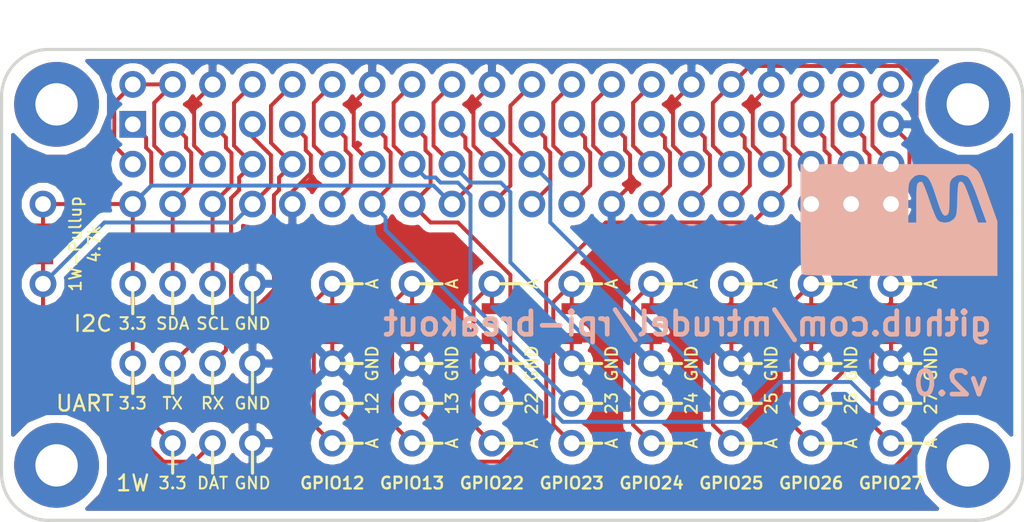
<source format=kicad_pcb>
(kicad_pcb (version 20171130) (host pcbnew "(5.0.2-5-10.14)")

  (general
    (thickness 1.6)
    (drawings 97)
    (tracks 325)
    (zones 0)
    (modules 37)
    (nets 40)
  )

  (page A4)
  (layers
    (0 F.Cu signal)
    (31 B.Cu signal)
    (32 B.Adhes user)
    (33 F.Adhes user)
    (34 B.Paste user)
    (35 F.Paste user)
    (36 B.SilkS user)
    (37 F.SilkS user)
    (38 B.Mask user)
    (39 F.Mask user)
    (40 Dwgs.User user)
    (41 Cmts.User user)
    (42 Eco1.User user)
    (43 Eco2.User user)
    (44 Edge.Cuts user)
    (45 Margin user)
    (46 B.CrtYd user)
    (47 F.CrtYd user)
    (48 B.Fab user)
    (49 F.Fab user)
  )

  (setup
    (last_trace_width 0.25)
    (trace_clearance 0.2)
    (zone_clearance 0.508)
    (zone_45_only no)
    (trace_min 0.2)
    (segment_width 0.2)
    (edge_width 0.2)
    (via_size 0.8)
    (via_drill 0.4)
    (via_min_size 0.4)
    (via_min_drill 0.3)
    (uvia_size 0.3)
    (uvia_drill 0.1)
    (uvias_allowed no)
    (uvia_min_size 0.2)
    (uvia_min_drill 0.1)
    (pcb_text_width 0.3)
    (pcb_text_size 1.5 1.5)
    (mod_edge_width 0.15)
    (mod_text_size 1 1)
    (mod_text_width 0.15)
    (pad_size 1.7 1.7)
    (pad_drill 1)
    (pad_to_mask_clearance 0.051)
    (solder_mask_min_width 0.25)
    (aux_axis_origin 0 0)
    (visible_elements FFFDFF7F)
    (pcbplotparams
      (layerselection 0x010fc_ffffffff)
      (usegerberextensions false)
      (usegerberattributes false)
      (usegerberadvancedattributes false)
      (creategerberjobfile false)
      (excludeedgelayer true)
      (linewidth 0.100000)
      (plotframeref false)
      (viasonmask false)
      (mode 1)
      (useauxorigin false)
      (hpglpennumber 1)
      (hpglpenspeed 20)
      (hpglpendiameter 15.000000)
      (psnegative false)
      (psa4output false)
      (plotreference true)
      (plotvalue true)
      (plotinvisibletext false)
      (padsonsilk false)
      (subtractmaskfromsilk false)
      (outputformat 1)
      (mirror false)
      (drillshape 1)
      (scaleselection 1)
      (outputdirectory ""))
  )

  (net 0 "")
  (net 1 GND)
  (net 2 "Net-(J1-Pad1)")
  (net 3 "Net-(J3-Pad1)")
  (net 4 "Net-(J5-Pad1)")
  (net 5 "Net-(J7-Pad1)")
  (net 6 "Net-(J10-Pad3)")
  (net 7 "Net-(J11-Pad1)")
  (net 8 3.3V)
  (net 9 5V)
  (net 10 15)
  (net 11 18)
  (net 12 37)
  (net 13 16)
  (net 14 22)
  (net 15 13)
  (net 16 10)
  (net 17 8)
  (net 18 40)
  (net 19 38)
  (net 20 36)
  (net 21 35)
  (net 22 33)
  (net 23 32)
  (net 24 31)
  (net 25 29)
  (net 26 28)
  (net 27 27)
  (net 28 26)
  (net 29 24)
  (net 30 23)
  (net 31 21)
  (net 32 19)
  (net 33 12)
  (net 34 11)
  (net 35 7)
  (net 36 5)
  (net 37 3)
  (net 38 "Net-(J20-Pad1)")
  (net 39 "Net-(J22-Pad1)")

  (net_class Default "This is the default net class."
    (clearance 0.2)
    (trace_width 0.25)
    (via_dia 0.8)
    (via_drill 0.4)
    (uvia_dia 0.3)
    (uvia_drill 0.1)
    (add_net 10)
    (add_net 11)
    (add_net 12)
    (add_net 13)
    (add_net 15)
    (add_net 16)
    (add_net 18)
    (add_net 19)
    (add_net 21)
    (add_net 22)
    (add_net 23)
    (add_net 24)
    (add_net 26)
    (add_net 27)
    (add_net 28)
    (add_net 29)
    (add_net 3)
    (add_net 3.3V)
    (add_net 31)
    (add_net 32)
    (add_net 33)
    (add_net 35)
    (add_net 36)
    (add_net 37)
    (add_net 38)
    (add_net 40)
    (add_net 5)
    (add_net 5V)
    (add_net 7)
    (add_net 8)
    (add_net GND)
    (add_net "Net-(J1-Pad1)")
    (add_net "Net-(J10-Pad3)")
    (add_net "Net-(J11-Pad1)")
    (add_net "Net-(J20-Pad1)")
    (add_net "Net-(J22-Pad1)")
    (add_net "Net-(J3-Pad1)")
    (add_net "Net-(J5-Pad1)")
    (add_net "Net-(J7-Pad1)")
  )

  (module moshozenfootprints:R_0805 (layer F.Cu) (tedit 5CA1677A) (tstamp 5CA4EB71)
    (at 124.46 116.84 270)
    (descr "Resistor SMD 0805, reflow soldering, Vishay (see dcrcw.pdf)")
    (tags "resistor 0805")
    (path /5C82CD69)
    (attr smd)
    (fp_text reference R1 (at 0 -1.65 270) (layer F.SilkS) hide
      (effects (font (size 1 1) (thickness 0.15)))
    )
    (fp_text value R (at 0 1.75 270) (layer F.Fab)
      (effects (font (size 1 1) (thickness 0.15)))
    )
    (fp_text user %R (at 0 0 270) (layer F.Fab)
      (effects (font (size 0.5 0.5) (thickness 0.075)))
    )
    (fp_line (start -1 0.62) (end -1 -0.62) (layer F.Fab) (width 0.1))
    (fp_line (start 1 0.62) (end -1 0.62) (layer F.Fab) (width 0.1))
    (fp_line (start 1 -0.62) (end 1 0.62) (layer F.Fab) (width 0.1))
    (fp_line (start -1 -0.62) (end 1 -0.62) (layer F.Fab) (width 0.1))
    (fp_line (start -1.55 -0.9) (end 1.55 -0.9) (layer F.CrtYd) (width 0.05))
    (fp_line (start -1.55 -0.9) (end -1.55 0.9) (layer F.CrtYd) (width 0.05))
    (fp_line (start 1.55 0.9) (end 1.55 -0.9) (layer F.CrtYd) (width 0.05))
    (fp_line (start 1.55 0.9) (end -1.55 0.9) (layer F.CrtYd) (width 0.05))
    (pad 1 smd rect (at -0.95 0 270) (size 0.7 1.3) (layers F.Cu F.Paste F.Mask)
      (net 2 "Net-(J1-Pad1)"))
    (pad 2 smd rect (at 0.95 0 270) (size 0.7 1.3) (layers F.Cu F.Paste F.Mask)
      (net 1 GND))
    (model ${KISYS3DMOD}/Resistors_SMD.3dshapes/R_0805.wrl
      (at (xyz 0 0 0))
      (scale (xyz 1 1 1))
      (rotate (xyz 0 0 0))
    )
  )

  (module moshozenfootprints:R_0805 (layer F.Cu) (tedit 5CA1677A) (tstamp 5CA4837A)
    (at 134.62 116.84 270)
    (descr "Resistor SMD 0805, reflow soldering, Vishay (see dcrcw.pdf)")
    (tags "resistor 0805")
    (path /5C82D42D)
    (attr smd)
    (fp_text reference R2 (at 0 -1.65 270) (layer F.SilkS) hide
      (effects (font (size 1 1) (thickness 0.15)))
    )
    (fp_text value R (at 0 1.75 270) (layer F.Fab)
      (effects (font (size 1 1) (thickness 0.15)))
    )
    (fp_text user %R (at 0 0 270) (layer F.Fab)
      (effects (font (size 0.5 0.5) (thickness 0.075)))
    )
    (fp_line (start -1 0.62) (end -1 -0.62) (layer F.Fab) (width 0.1))
    (fp_line (start 1 0.62) (end -1 0.62) (layer F.Fab) (width 0.1))
    (fp_line (start 1 -0.62) (end 1 0.62) (layer F.Fab) (width 0.1))
    (fp_line (start -1 -0.62) (end 1 -0.62) (layer F.Fab) (width 0.1))
    (fp_line (start -1.55 -0.9) (end 1.55 -0.9) (layer F.CrtYd) (width 0.05))
    (fp_line (start -1.55 -0.9) (end -1.55 0.9) (layer F.CrtYd) (width 0.05))
    (fp_line (start 1.55 0.9) (end 1.55 -0.9) (layer F.CrtYd) (width 0.05))
    (fp_line (start 1.55 0.9) (end -1.55 0.9) (layer F.CrtYd) (width 0.05))
    (pad 1 smd rect (at -0.95 0 270) (size 0.7 1.3) (layers F.Cu F.Paste F.Mask)
      (net 3 "Net-(J3-Pad1)"))
    (pad 2 smd rect (at 0.95 0 270) (size 0.7 1.3) (layers F.Cu F.Paste F.Mask)
      (net 1 GND))
    (model ${KISYS3DMOD}/Resistors_SMD.3dshapes/R_0805.wrl
      (at (xyz 0 0 0))
      (scale (xyz 1 1 1))
      (rotate (xyz 0 0 0))
    )
  )

  (module moshozenfootprints:R_0805 (layer F.Cu) (tedit 5CA1677A) (tstamp 5CA4E2C8)
    (at 144.78 116.84 270)
    (descr "Resistor SMD 0805, reflow soldering, Vishay (see dcrcw.pdf)")
    (tags "resistor 0805")
    (path /5C82D8F7)
    (attr smd)
    (fp_text reference R3 (at 0 -1.65 270) (layer F.SilkS) hide
      (effects (font (size 1 1) (thickness 0.15)))
    )
    (fp_text value R (at 0 1.75 270) (layer F.Fab)
      (effects (font (size 1 1) (thickness 0.15)))
    )
    (fp_text user %R (at 0 0 270) (layer F.Fab)
      (effects (font (size 0.5 0.5) (thickness 0.075)))
    )
    (fp_line (start -1 0.62) (end -1 -0.62) (layer F.Fab) (width 0.1))
    (fp_line (start 1 0.62) (end -1 0.62) (layer F.Fab) (width 0.1))
    (fp_line (start 1 -0.62) (end 1 0.62) (layer F.Fab) (width 0.1))
    (fp_line (start -1 -0.62) (end 1 -0.62) (layer F.Fab) (width 0.1))
    (fp_line (start -1.55 -0.9) (end 1.55 -0.9) (layer F.CrtYd) (width 0.05))
    (fp_line (start -1.55 -0.9) (end -1.55 0.9) (layer F.CrtYd) (width 0.05))
    (fp_line (start 1.55 0.9) (end 1.55 -0.9) (layer F.CrtYd) (width 0.05))
    (fp_line (start 1.55 0.9) (end -1.55 0.9) (layer F.CrtYd) (width 0.05))
    (pad 1 smd rect (at -0.95 0 270) (size 0.7 1.3) (layers F.Cu F.Paste F.Mask)
      (net 4 "Net-(J5-Pad1)"))
    (pad 2 smd rect (at 0.95 0 270) (size 0.7 1.3) (layers F.Cu F.Paste F.Mask)
      (net 1 GND))
    (model ${KISYS3DMOD}/Resistors_SMD.3dshapes/R_0805.wrl
      (at (xyz 0 0 0))
      (scale (xyz 1 1 1))
      (rotate (xyz 0 0 0))
    )
  )

  (module moshozenfootprints:R_0805 (layer F.Cu) (tedit 5CA1677A) (tstamp 5CA4839C)
    (at 129.54 116.84 270)
    (descr "Resistor SMD 0805, reflow soldering, Vishay (see dcrcw.pdf)")
    (tags "resistor 0805")
    (path /5C82DF4E)
    (attr smd)
    (fp_text reference R4 (at 0 -1.65 270) (layer F.SilkS) hide
      (effects (font (size 1 1) (thickness 0.15)))
    )
    (fp_text value R (at 0 1.75 270) (layer F.Fab)
      (effects (font (size 1 1) (thickness 0.15)))
    )
    (fp_text user %R (at 0 0 270) (layer F.Fab)
      (effects (font (size 0.5 0.5) (thickness 0.075)))
    )
    (fp_line (start -1 0.62) (end -1 -0.62) (layer F.Fab) (width 0.1))
    (fp_line (start 1 0.62) (end -1 0.62) (layer F.Fab) (width 0.1))
    (fp_line (start 1 -0.62) (end 1 0.62) (layer F.Fab) (width 0.1))
    (fp_line (start -1 -0.62) (end 1 -0.62) (layer F.Fab) (width 0.1))
    (fp_line (start -1.55 -0.9) (end 1.55 -0.9) (layer F.CrtYd) (width 0.05))
    (fp_line (start -1.55 -0.9) (end -1.55 0.9) (layer F.CrtYd) (width 0.05))
    (fp_line (start 1.55 0.9) (end 1.55 -0.9) (layer F.CrtYd) (width 0.05))
    (fp_line (start 1.55 0.9) (end -1.55 0.9) (layer F.CrtYd) (width 0.05))
    (pad 1 smd rect (at -0.95 0 270) (size 0.7 1.3) (layers F.Cu F.Paste F.Mask)
      (net 5 "Net-(J7-Pad1)"))
    (pad 2 smd rect (at 0.95 0 270) (size 0.7 1.3) (layers F.Cu F.Paste F.Mask)
      (net 1 GND))
    (model ${KISYS3DMOD}/Resistors_SMD.3dshapes/R_0805.wrl
      (at (xyz 0 0 0))
      (scale (xyz 1 1 1))
      (rotate (xyz 0 0 0))
    )
  )

  (module moshozenfootprints:R_0805 (layer F.Cu) (tedit 5CA1677A) (tstamp 5CA483AD)
    (at 139.7 116.84 270)
    (descr "Resistor SMD 0805, reflow soldering, Vishay (see dcrcw.pdf)")
    (tags "resistor 0805")
    (path /5C82DF67)
    (attr smd)
    (fp_text reference R5 (at 0 -1.65 270) (layer F.SilkS) hide
      (effects (font (size 1 1) (thickness 0.15)))
    )
    (fp_text value R (at 0 1.75 270) (layer F.Fab)
      (effects (font (size 1 1) (thickness 0.15)))
    )
    (fp_text user %R (at 0 0 270) (layer F.Fab)
      (effects (font (size 0.5 0.5) (thickness 0.075)))
    )
    (fp_line (start -1 0.62) (end -1 -0.62) (layer F.Fab) (width 0.1))
    (fp_line (start 1 0.62) (end -1 0.62) (layer F.Fab) (width 0.1))
    (fp_line (start 1 -0.62) (end 1 0.62) (layer F.Fab) (width 0.1))
    (fp_line (start -1 -0.62) (end 1 -0.62) (layer F.Fab) (width 0.1))
    (fp_line (start -1.55 -0.9) (end 1.55 -0.9) (layer F.CrtYd) (width 0.05))
    (fp_line (start -1.55 -0.9) (end -1.55 0.9) (layer F.CrtYd) (width 0.05))
    (fp_line (start 1.55 0.9) (end 1.55 -0.9) (layer F.CrtYd) (width 0.05))
    (fp_line (start 1.55 0.9) (end -1.55 0.9) (layer F.CrtYd) (width 0.05))
    (pad 1 smd rect (at -0.95 0 270) (size 0.7 1.3) (layers F.Cu F.Paste F.Mask)
      (net 6 "Net-(J10-Pad3)"))
    (pad 2 smd rect (at 0.95 0 270) (size 0.7 1.3) (layers F.Cu F.Paste F.Mask)
      (net 1 GND))
    (model ${KISYS3DMOD}/Resistors_SMD.3dshapes/R_0805.wrl
      (at (xyz 0 0 0))
      (scale (xyz 1 1 1))
      (rotate (xyz 0 0 0))
    )
  )

  (module moshozenfootprints:R_0805 (layer F.Cu) (tedit 5CA1677A) (tstamp 5CA483BE)
    (at 149.86 116.84 270)
    (descr "Resistor SMD 0805, reflow soldering, Vishay (see dcrcw.pdf)")
    (tags "resistor 0805")
    (path /5C82DF80)
    (attr smd)
    (fp_text reference R6 (at 0 -1.65 270) (layer F.SilkS) hide
      (effects (font (size 1 1) (thickness 0.15)))
    )
    (fp_text value R (at 0 1.75 270) (layer F.Fab)
      (effects (font (size 1 1) (thickness 0.15)))
    )
    (fp_text user %R (at 0 0 270) (layer F.Fab)
      (effects (font (size 0.5 0.5) (thickness 0.075)))
    )
    (fp_line (start -1 0.62) (end -1 -0.62) (layer F.Fab) (width 0.1))
    (fp_line (start 1 0.62) (end -1 0.62) (layer F.Fab) (width 0.1))
    (fp_line (start 1 -0.62) (end 1 0.62) (layer F.Fab) (width 0.1))
    (fp_line (start -1 -0.62) (end 1 -0.62) (layer F.Fab) (width 0.1))
    (fp_line (start -1.55 -0.9) (end 1.55 -0.9) (layer F.CrtYd) (width 0.05))
    (fp_line (start -1.55 -0.9) (end -1.55 0.9) (layer F.CrtYd) (width 0.05))
    (fp_line (start 1.55 0.9) (end 1.55 -0.9) (layer F.CrtYd) (width 0.05))
    (fp_line (start 1.55 0.9) (end -1.55 0.9) (layer F.CrtYd) (width 0.05))
    (pad 1 smd rect (at -0.95 0 270) (size 0.7 1.3) (layers F.Cu F.Paste F.Mask)
      (net 7 "Net-(J11-Pad1)"))
    (pad 2 smd rect (at 0.95 0 270) (size 0.7 1.3) (layers F.Cu F.Paste F.Mask)
      (net 1 GND))
    (model ${KISYS3DMOD}/Resistors_SMD.3dshapes/R_0805.wrl
      (at (xyz 0 0 0))
      (scale (xyz 1 1 1))
      (rotate (xyz 0 0 0))
    )
  )

  (module moshozenfootprints:R_0805 (layer F.Cu) (tedit 5CA1677A) (tstamp 5CA4E795)
    (at 95.885 111.76 270)
    (descr "Resistor SMD 0805, reflow soldering, Vishay (see dcrcw.pdf)")
    (tags "resistor 0805")
    (path /5C81E905)
    (attr smd)
    (fp_text reference R7 (at 0 -1.65 270) (layer F.SilkS) hide
      (effects (font (size 1 1) (thickness 0.15)))
    )
    (fp_text value R (at 0 1.75 270) (layer F.Fab)
      (effects (font (size 1 1) (thickness 0.15)))
    )
    (fp_text user %R (at 0 0 270) (layer F.Fab)
      (effects (font (size 0.5 0.5) (thickness 0.075)))
    )
    (fp_line (start -1 0.62) (end -1 -0.62) (layer F.Fab) (width 0.1))
    (fp_line (start 1 0.62) (end -1 0.62) (layer F.Fab) (width 0.1))
    (fp_line (start 1 -0.62) (end 1 0.62) (layer F.Fab) (width 0.1))
    (fp_line (start -1 -0.62) (end 1 -0.62) (layer F.Fab) (width 0.1))
    (fp_line (start -1.55 -0.9) (end 1.55 -0.9) (layer F.CrtYd) (width 0.05))
    (fp_line (start -1.55 -0.9) (end -1.55 0.9) (layer F.CrtYd) (width 0.05))
    (fp_line (start 1.55 0.9) (end 1.55 -0.9) (layer F.CrtYd) (width 0.05))
    (fp_line (start 1.55 0.9) (end -1.55 0.9) (layer F.CrtYd) (width 0.05))
    (pad 1 smd rect (at -0.95 0 270) (size 0.7 1.3) (layers F.Cu F.Paste F.Mask)
      (net 8 3.3V))
    (pad 2 smd rect (at 0.95 0 270) (size 0.7 1.3) (layers F.Cu F.Paste F.Mask)
      (net 35 7))
    (model ${KISYS3DMOD}/Resistors_SMD.3dshapes/R_0805.wrl
      (at (xyz 0 0 0))
      (scale (xyz 1 1 1))
      (rotate (xyz 0 0 0))
    )
  )

  (module moshozenfootprints:R_0805 (layer F.Cu) (tedit 5CA1677A) (tstamp 5CA483E0)
    (at 119.38 116.84 270)
    (descr "Resistor SMD 0805, reflow soldering, Vishay (see dcrcw.pdf)")
    (tags "resistor 0805")
    (path /5CA17861)
    (attr smd)
    (fp_text reference R8 (at 0 -1.65 270) (layer F.SilkS) hide
      (effects (font (size 1 1) (thickness 0.15)))
    )
    (fp_text value R (at 0 1.75 270) (layer F.Fab)
      (effects (font (size 1 1) (thickness 0.15)))
    )
    (fp_text user %R (at 0 0 270) (layer F.Fab)
      (effects (font (size 0.5 0.5) (thickness 0.075)))
    )
    (fp_line (start -1 0.62) (end -1 -0.62) (layer F.Fab) (width 0.1))
    (fp_line (start 1 0.62) (end -1 0.62) (layer F.Fab) (width 0.1))
    (fp_line (start 1 -0.62) (end 1 0.62) (layer F.Fab) (width 0.1))
    (fp_line (start -1 -0.62) (end 1 -0.62) (layer F.Fab) (width 0.1))
    (fp_line (start -1.55 -0.9) (end 1.55 -0.9) (layer F.CrtYd) (width 0.05))
    (fp_line (start -1.55 -0.9) (end -1.55 0.9) (layer F.CrtYd) (width 0.05))
    (fp_line (start 1.55 0.9) (end 1.55 -0.9) (layer F.CrtYd) (width 0.05))
    (fp_line (start 1.55 0.9) (end -1.55 0.9) (layer F.CrtYd) (width 0.05))
    (pad 1 smd rect (at -0.95 0 270) (size 0.7 1.3) (layers F.Cu F.Paste F.Mask)
      (net 38 "Net-(J20-Pad1)"))
    (pad 2 smd rect (at 0.95 0 270) (size 0.7 1.3) (layers F.Cu F.Paste F.Mask)
      (net 1 GND))
    (model ${KISYS3DMOD}/Resistors_SMD.3dshapes/R_0805.wrl
      (at (xyz 0 0 0))
      (scale (xyz 1 1 1))
      (rotate (xyz 0 0 0))
    )
  )

  (module moshozenfootprints:R_0805 (layer F.Cu) (tedit 5CA1677A) (tstamp 5CA483F1)
    (at 114.3 116.84 270)
    (descr "Resistor SMD 0805, reflow soldering, Vishay (see dcrcw.pdf)")
    (tags "resistor 0805")
    (path /5CA19864)
    (attr smd)
    (fp_text reference R9 (at 0 -1.65 270) (layer F.SilkS) hide
      (effects (font (size 1 1) (thickness 0.15)))
    )
    (fp_text value R (at 0 1.75 270) (layer F.Fab)
      (effects (font (size 1 1) (thickness 0.15)))
    )
    (fp_text user %R (at 0 0 270) (layer F.Fab)
      (effects (font (size 0.5 0.5) (thickness 0.075)))
    )
    (fp_line (start -1 0.62) (end -1 -0.62) (layer F.Fab) (width 0.1))
    (fp_line (start 1 0.62) (end -1 0.62) (layer F.Fab) (width 0.1))
    (fp_line (start 1 -0.62) (end 1 0.62) (layer F.Fab) (width 0.1))
    (fp_line (start -1 -0.62) (end 1 -0.62) (layer F.Fab) (width 0.1))
    (fp_line (start -1.55 -0.9) (end 1.55 -0.9) (layer F.CrtYd) (width 0.05))
    (fp_line (start -1.55 -0.9) (end -1.55 0.9) (layer F.CrtYd) (width 0.05))
    (fp_line (start 1.55 0.9) (end 1.55 -0.9) (layer F.CrtYd) (width 0.05))
    (fp_line (start 1.55 0.9) (end -1.55 0.9) (layer F.CrtYd) (width 0.05))
    (pad 1 smd rect (at -0.95 0 270) (size 0.7 1.3) (layers F.Cu F.Paste F.Mask)
      (net 39 "Net-(J22-Pad1)"))
    (pad 2 smd rect (at 0.95 0 270) (size 0.7 1.3) (layers F.Cu F.Paste F.Mask)
      (net 1 GND))
    (model ${KISYS3DMOD}/Resistors_SMD.3dshapes/R_0805.wrl
      (at (xyz 0 0 0))
      (scale (xyz 1 1 1))
      (rotate (xyz 0 0 0))
    )
  )

  (module moshozenfootprints:Pin_Header_Straight_2x20_Pitch2.54mm (layer F.Cu) (tedit 5CA16463) (tstamp 5CA4B2D0)
    (at 101.6 109.22 90)
    (descr "Through hole straight pin header, 2x20, 2.54mm pitch, double rows")
    (tags "Through hole pin header THT 2x20 2.54mm double row")
    (path /5C81C94E)
    (fp_text reference J14 (at 1.27 -2.33 90) (layer F.SilkS) hide
      (effects (font (size 1 1) (thickness 0.15)))
    )
    (fp_text value Raspberry_Pi_2_3 (at 1.27 50.59 90) (layer F.Fab)
      (effects (font (size 1 1) (thickness 0.15)))
    )
    (fp_line (start 0 -1.27) (end 3.81 -1.27) (layer F.Fab) (width 0.1))
    (fp_line (start 3.81 -1.27) (end 3.81 49.53) (layer F.Fab) (width 0.1))
    (fp_line (start 3.81 49.53) (end -1.27 49.53) (layer F.Fab) (width 0.1))
    (fp_line (start -1.27 49.53) (end -1.27 0) (layer F.Fab) (width 0.1))
    (fp_line (start -1.27 0) (end 0 -1.27) (layer F.Fab) (width 0.1))
    (fp_line (start -1.8 -1.8) (end -1.8 50.05) (layer F.CrtYd) (width 0.05))
    (fp_line (start -1.8 50.05) (end 4.35 50.05) (layer F.CrtYd) (width 0.05))
    (fp_line (start 4.35 50.05) (end 4.35 -1.8) (layer F.CrtYd) (width 0.05))
    (fp_line (start 4.35 -1.8) (end -1.8 -1.8) (layer F.CrtYd) (width 0.05))
    (fp_text user %R (at 1.27 24.13 180) (layer F.Fab)
      (effects (font (size 1 1) (thickness 0.15)))
    )
    (pad 1 thru_hole circle (at 0 0 90) (size 1.7 1.7) (drill 1) (layers *.Cu *.Mask)
      (net 8 3.3V))
    (pad 2 thru_hole oval (at 2.54 0 90) (size 1.7 1.7) (drill 1) (layers *.Cu *.Mask)
      (net 9 5V))
    (pad 3 thru_hole oval (at 0 2.54 90) (size 1.7 1.7) (drill 1) (layers *.Cu *.Mask)
      (net 37 3))
    (pad 4 thru_hole oval (at 2.54 2.54 90) (size 1.7 1.7) (drill 1) (layers *.Cu *.Mask)
      (net 9 5V))
    (pad 5 thru_hole oval (at 0 5.08 90) (size 1.7 1.7) (drill 1) (layers *.Cu *.Mask)
      (net 36 5))
    (pad 6 thru_hole oval (at 2.54 5.08 90) (size 1.7 1.7) (drill 1) (layers *.Cu *.Mask)
      (net 1 GND))
    (pad 7 thru_hole oval (at 0 7.62 90) (size 1.7 1.7) (drill 1) (layers *.Cu *.Mask)
      (net 35 7))
    (pad 8 thru_hole oval (at 2.54 7.62 90) (size 1.7 1.7) (drill 1) (layers *.Cu *.Mask)
      (net 17 8))
    (pad 9 thru_hole oval (at 0 10.16 90) (size 1.7 1.7) (drill 1) (layers *.Cu *.Mask)
      (net 1 GND))
    (pad 10 thru_hole oval (at 2.54 10.16 90) (size 1.7 1.7) (drill 1) (layers *.Cu *.Mask)
      (net 16 10))
    (pad 11 thru_hole oval (at 0 12.7 90) (size 1.7 1.7) (drill 1) (layers *.Cu *.Mask)
      (net 34 11))
    (pad 12 thru_hole oval (at 2.54 12.7 90) (size 1.7 1.7) (drill 1) (layers *.Cu *.Mask)
      (net 33 12))
    (pad 13 thru_hole oval (at 0 15.24 90) (size 1.7 1.7) (drill 1) (layers *.Cu *.Mask)
      (net 15 13))
    (pad 14 thru_hole oval (at 2.54 15.24 90) (size 1.7 1.7) (drill 1) (layers *.Cu *.Mask)
      (net 1 GND))
    (pad 15 thru_hole oval (at 0 17.78 90) (size 1.7 1.7) (drill 1) (layers *.Cu *.Mask)
      (net 10 15))
    (pad 16 thru_hole oval (at 2.54 17.78 90) (size 1.7 1.7) (drill 1) (layers *.Cu *.Mask)
      (net 13 16))
    (pad 17 thru_hole oval (at 0 20.32 90) (size 1.7 1.7) (drill 1) (layers *.Cu *.Mask)
      (net 8 3.3V))
    (pad 18 thru_hole oval (at 2.54 20.32 90) (size 1.7 1.7) (drill 1) (layers *.Cu *.Mask)
      (net 11 18))
    (pad 19 thru_hole oval (at 0 22.86 90) (size 1.7 1.7) (drill 1) (layers *.Cu *.Mask)
      (net 32 19))
    (pad 20 thru_hole oval (at 2.54 22.86 90) (size 1.7 1.7) (drill 1) (layers *.Cu *.Mask)
      (net 1 GND))
    (pad 21 thru_hole oval (at 0 25.4 90) (size 1.7 1.7) (drill 1) (layers *.Cu *.Mask)
      (net 31 21))
    (pad 22 thru_hole oval (at 2.54 25.4 90) (size 1.7 1.7) (drill 1) (layers *.Cu *.Mask)
      (net 14 22))
    (pad 23 thru_hole oval (at 0 27.94 90) (size 1.7 1.7) (drill 1) (layers *.Cu *.Mask)
      (net 30 23))
    (pad 24 thru_hole oval (at 2.54 27.94 90) (size 1.7 1.7) (drill 1) (layers *.Cu *.Mask)
      (net 29 24))
    (pad 25 thru_hole oval (at 0 30.48 90) (size 1.7 1.7) (drill 1) (layers *.Cu *.Mask)
      (net 1 GND))
    (pad 26 thru_hole oval (at 2.54 30.48 90) (size 1.7 1.7) (drill 1) (layers *.Cu *.Mask)
      (net 28 26))
    (pad 27 thru_hole oval (at 0 33.02 90) (size 1.7 1.7) (drill 1) (layers *.Cu *.Mask)
      (net 27 27))
    (pad 28 thru_hole oval (at 2.54 33.02 90) (size 1.7 1.7) (drill 1) (layers *.Cu *.Mask)
      (net 26 28))
    (pad 29 thru_hole oval (at 0 35.56 90) (size 1.7 1.7) (drill 1) (layers *.Cu *.Mask)
      (net 25 29))
    (pad 30 thru_hole oval (at 2.54 35.56 90) (size 1.7 1.7) (drill 1) (layers *.Cu *.Mask)
      (net 1 GND))
    (pad 31 thru_hole oval (at 0 38.1 90) (size 1.7 1.7) (drill 1) (layers *.Cu *.Mask)
      (net 24 31))
    (pad 32 thru_hole oval (at 2.54 38.1 90) (size 1.7 1.7) (drill 1) (layers *.Cu *.Mask)
      (net 23 32))
    (pad 33 thru_hole oval (at 0 40.64 90) (size 1.7 1.7) (drill 1) (layers *.Cu *.Mask)
      (net 22 33))
    (pad 34 thru_hole oval (at 2.54 40.64 90) (size 1.7 1.7) (drill 1) (layers *.Cu *.Mask)
      (net 1 GND))
    (pad 35 thru_hole oval (at 0 43.18 90) (size 1.7 1.7) (drill 1) (layers *.Cu *.Mask)
      (net 21 35))
    (pad 36 thru_hole oval (at 2.54 43.18 90) (size 1.7 1.7) (drill 1) (layers *.Cu *.Mask)
      (net 20 36))
    (pad 37 thru_hole oval (at 0 45.72 90) (size 1.7 1.7) (drill 1) (layers *.Cu *.Mask)
      (net 12 37))
    (pad 38 thru_hole oval (at 2.54 45.72 90) (size 1.7 1.7) (drill 1) (layers *.Cu *.Mask)
      (net 19 38))
    (pad 39 thru_hole oval (at 0 48.26 90) (size 1.7 1.7) (drill 1) (layers *.Cu *.Mask)
      (net 1 GND))
    (pad 40 thru_hole oval (at 2.54 48.26 90) (size 1.7 1.7) (drill 1) (layers *.Cu *.Mask)
      (net 18 40))
    (model ${KISYS3DMOD}/Pin_Headers.3dshapes/Pin_Header_Straight_2x20_Pitch2.54mm.wrl
      (at (xyz 0 0 0))
      (scale (xyz 1 1 1))
      (rotate (xyz 0 0 0))
    )
  )

  (module moshozenfootprints:Pin_Header_Straight_2x20_Pitch2.54mm (layer F.Cu) (tedit 5CA17057) (tstamp 5CA4B42B)
    (at 101.6 104.14 90)
    (descr "Through hole straight pin header, 2x20, 2.54mm pitch, double rows")
    (tags "Through hole pin header THT 2x20 2.54mm double row")
    (path /5C83BA94)
    (fp_text reference J17 (at 1.27 -2.33 90) (layer F.SilkS) hide
      (effects (font (size 1 1) (thickness 0.15)))
    )
    (fp_text value Raspberry_Pi_2_3 (at 1.27 50.59 90) (layer F.Fab)
      (effects (font (size 1 1) (thickness 0.15)))
    )
    (fp_line (start 0 -1.27) (end 3.81 -1.27) (layer F.Fab) (width 0.1))
    (fp_line (start 3.81 -1.27) (end 3.81 49.53) (layer F.Fab) (width 0.1))
    (fp_line (start 3.81 49.53) (end -1.27 49.53) (layer F.Fab) (width 0.1))
    (fp_line (start -1.27 49.53) (end -1.27 0) (layer F.Fab) (width 0.1))
    (fp_line (start -1.27 0) (end 0 -1.27) (layer F.Fab) (width 0.1))
    (fp_line (start -1.8 -1.8) (end -1.8 50.05) (layer F.CrtYd) (width 0.05))
    (fp_line (start -1.8 50.05) (end 4.35 50.05) (layer F.CrtYd) (width 0.05))
    (fp_line (start 4.35 50.05) (end 4.35 -1.8) (layer F.CrtYd) (width 0.05))
    (fp_line (start 4.35 -1.8) (end -1.8 -1.8) (layer F.CrtYd) (width 0.05))
    (fp_text user %R (at 1.27 24.13 180) (layer F.Fab)
      (effects (font (size 1 1) (thickness 0.15)))
    )
    (pad 1 thru_hole rect (at 0 0 90) (size 1.7 1.7) (drill 1) (layers *.Cu *.Mask)
      (net 8 3.3V))
    (pad 2 thru_hole oval (at 2.54 0 90) (size 1.7 1.7) (drill 1) (layers *.Cu *.Mask)
      (net 9 5V))
    (pad 3 thru_hole oval (at 0 2.54 90) (size 1.7 1.7) (drill 1) (layers *.Cu *.Mask)
      (net 37 3))
    (pad 4 thru_hole oval (at 2.54 2.54 90) (size 1.7 1.7) (drill 1) (layers *.Cu *.Mask)
      (net 9 5V))
    (pad 5 thru_hole oval (at 0 5.08 90) (size 1.7 1.7) (drill 1) (layers *.Cu *.Mask)
      (net 36 5))
    (pad 6 thru_hole oval (at 2.54 5.08 90) (size 1.7 1.7) (drill 1) (layers *.Cu *.Mask)
      (net 1 GND))
    (pad 7 thru_hole oval (at 0 7.62 90) (size 1.7 1.7) (drill 1) (layers *.Cu *.Mask)
      (net 35 7))
    (pad 8 thru_hole oval (at 2.54 7.62 90) (size 1.7 1.7) (drill 1) (layers *.Cu *.Mask)
      (net 17 8))
    (pad 9 thru_hole oval (at 0 10.16 90) (size 1.7 1.7) (drill 1) (layers *.Cu *.Mask)
      (net 1 GND))
    (pad 10 thru_hole oval (at 2.54 10.16 90) (size 1.7 1.7) (drill 1) (layers *.Cu *.Mask)
      (net 16 10))
    (pad 11 thru_hole oval (at 0 12.7 90) (size 1.7 1.7) (drill 1) (layers *.Cu *.Mask)
      (net 34 11))
    (pad 12 thru_hole oval (at 2.54 12.7 90) (size 1.7 1.7) (drill 1) (layers *.Cu *.Mask)
      (net 33 12))
    (pad 13 thru_hole oval (at 0 15.24 90) (size 1.7 1.7) (drill 1) (layers *.Cu *.Mask)
      (net 15 13))
    (pad 14 thru_hole oval (at 2.54 15.24 90) (size 1.7 1.7) (drill 1) (layers *.Cu *.Mask)
      (net 1 GND))
    (pad 15 thru_hole oval (at 0 17.78 90) (size 1.7 1.7) (drill 1) (layers *.Cu *.Mask)
      (net 10 15))
    (pad 16 thru_hole oval (at 2.54 17.78 90) (size 1.7 1.7) (drill 1) (layers *.Cu *.Mask)
      (net 13 16))
    (pad 17 thru_hole oval (at 0 20.32 90) (size 1.7 1.7) (drill 1) (layers *.Cu *.Mask)
      (net 8 3.3V))
    (pad 18 thru_hole oval (at 2.54 20.32 90) (size 1.7 1.7) (drill 1) (layers *.Cu *.Mask)
      (net 11 18))
    (pad 19 thru_hole oval (at 0 22.86 90) (size 1.7 1.7) (drill 1) (layers *.Cu *.Mask)
      (net 32 19))
    (pad 20 thru_hole oval (at 2.54 22.86 90) (size 1.7 1.7) (drill 1) (layers *.Cu *.Mask)
      (net 1 GND))
    (pad 21 thru_hole oval (at 0 25.4 90) (size 1.7 1.7) (drill 1) (layers *.Cu *.Mask)
      (net 31 21))
    (pad 22 thru_hole oval (at 2.54 25.4 90) (size 1.7 1.7) (drill 1) (layers *.Cu *.Mask)
      (net 14 22))
    (pad 23 thru_hole oval (at 0 27.94 90) (size 1.7 1.7) (drill 1) (layers *.Cu *.Mask)
      (net 30 23))
    (pad 24 thru_hole oval (at 2.54 27.94 90) (size 1.7 1.7) (drill 1) (layers *.Cu *.Mask)
      (net 29 24))
    (pad 25 thru_hole oval (at 0 30.48 90) (size 1.7 1.7) (drill 1) (layers *.Cu *.Mask)
      (net 1 GND))
    (pad 26 thru_hole oval (at 2.54 30.48 90) (size 1.7 1.7) (drill 1) (layers *.Cu *.Mask)
      (net 28 26))
    (pad 27 thru_hole oval (at 0 33.02 90) (size 1.7 1.7) (drill 1) (layers *.Cu *.Mask)
      (net 27 27))
    (pad 28 thru_hole oval (at 2.54 33.02 90) (size 1.7 1.7) (drill 1) (layers *.Cu *.Mask)
      (net 26 28))
    (pad 29 thru_hole oval (at 0 35.56 90) (size 1.7 1.7) (drill 1) (layers *.Cu *.Mask)
      (net 25 29))
    (pad 30 thru_hole oval (at 2.54 35.56 90) (size 1.7 1.7) (drill 1) (layers *.Cu *.Mask)
      (net 1 GND))
    (pad 31 thru_hole oval (at 0 38.1 90) (size 1.7 1.7) (drill 1) (layers *.Cu *.Mask)
      (net 24 31))
    (pad 32 thru_hole oval (at 2.54 38.1 90) (size 1.7 1.7) (drill 1) (layers *.Cu *.Mask)
      (net 23 32))
    (pad 33 thru_hole oval (at 0 40.64 90) (size 1.7 1.7) (drill 1) (layers *.Cu *.Mask)
      (net 22 33))
    (pad 34 thru_hole oval (at 2.54 40.64 90) (size 1.7 1.7) (drill 1) (layers *.Cu *.Mask)
      (net 1 GND))
    (pad 35 thru_hole oval (at 0 43.18 90) (size 1.7 1.7) (drill 1) (layers *.Cu *.Mask)
      (net 21 35))
    (pad 36 thru_hole oval (at 2.54 43.18 90) (size 1.7 1.7) (drill 1) (layers *.Cu *.Mask)
      (net 20 36))
    (pad 37 thru_hole oval (at 0 45.72 90) (size 1.7 1.7) (drill 1) (layers *.Cu *.Mask)
      (net 12 37))
    (pad 38 thru_hole oval (at 2.54 45.72 90) (size 1.7 1.7) (drill 1) (layers *.Cu *.Mask)
      (net 19 38))
    (pad 39 thru_hole oval (at 0 48.26 90) (size 1.7 1.7) (drill 1) (layers *.Cu *.Mask)
      (net 1 GND))
    (pad 40 thru_hole oval (at 2.54 48.26 90) (size 1.7 1.7) (drill 1) (layers *.Cu *.Mask)
      (net 18 40))
    (model ${KISYS3DMOD}/Pin_Headers.3dshapes/Pin_Header_Straight_2x20_Pitch2.54mm.wrl
      (at (xyz 0 0 0))
      (scale (xyz 1 1 1))
      (rotate (xyz 0 0 0))
    )
  )

  (module moshozenfootprints:Pin_Header_Straight_1x01_Pitch2.54mm (layer F.Cu) (tedit 5CA16351) (tstamp 5CA4B66E)
    (at 124.46 114.3)
    (descr "Through hole straight pin header, 1x01, 2.54mm pitch, single row")
    (tags "Through hole pin header THT 1x01 2.54mm single row")
    (path /5C81DA1C)
    (fp_text reference J1 (at 0 -2.33) (layer F.SilkS) hide
      (effects (font (size 1 1) (thickness 0.15)))
    )
    (fp_text value R22 (at 0 2.33) (layer F.Fab)
      (effects (font (size 1 1) (thickness 0.15)))
    )
    (fp_text user %R (at 0 0 90) (layer F.Fab)
      (effects (font (size 1 1) (thickness 0.15)))
    )
    (fp_line (start 1.8 -1.8) (end -1.8 -1.8) (layer F.CrtYd) (width 0.05))
    (fp_line (start 1.8 1.8) (end 1.8 -1.8) (layer F.CrtYd) (width 0.05))
    (fp_line (start -1.8 1.8) (end 1.8 1.8) (layer F.CrtYd) (width 0.05))
    (fp_line (start -1.8 -1.8) (end -1.8 1.8) (layer F.CrtYd) (width 0.05))
    (fp_line (start -1.27 -0.635) (end -0.635 -1.27) (layer F.Fab) (width 0.1))
    (fp_line (start -1.27 1.27) (end -1.27 -0.635) (layer F.Fab) (width 0.1))
    (fp_line (start 1.27 1.27) (end -1.27 1.27) (layer F.Fab) (width 0.1))
    (fp_line (start 1.27 -1.27) (end 1.27 1.27) (layer F.Fab) (width 0.1))
    (fp_line (start -0.635 -1.27) (end 1.27 -1.27) (layer F.Fab) (width 0.1))
    (pad 1 thru_hole circle (at 0 0) (size 1.7 1.7) (drill 1) (layers *.Cu *.Mask)
      (net 2 "Net-(J1-Pad1)"))
    (model ${KISYS3DMOD}/Pin_Headers.3dshapes/Pin_Header_Straight_1x01_Pitch2.54mm.wrl
      (at (xyz 0 0 0))
      (scale (xyz 1 1 1))
      (rotate (xyz 0 0 0))
    )
  )

  (module moshozenfootprints:Pin_Header_Straight_1x01_Pitch2.54mm (layer F.Cu) (tedit 5CA1635E) (tstamp 5CA4B6F5)
    (at 134.62 114.3)
    (descr "Through hole straight pin header, 1x01, 2.54mm pitch, single row")
    (tags "Through hole pin header THT 1x01 2.54mm single row")
    (path /5C82D426)
    (fp_text reference J3 (at 0 -2.33) (layer F.SilkS) hide
      (effects (font (size 1 1) (thickness 0.15)))
    )
    (fp_text value R22 (at 0 2.33) (layer F.Fab)
      (effects (font (size 1 1) (thickness 0.15)))
    )
    (fp_text user %R (at 0 0 90) (layer F.Fab)
      (effects (font (size 1 1) (thickness 0.15)))
    )
    (fp_line (start 1.8 -1.8) (end -1.8 -1.8) (layer F.CrtYd) (width 0.05))
    (fp_line (start 1.8 1.8) (end 1.8 -1.8) (layer F.CrtYd) (width 0.05))
    (fp_line (start -1.8 1.8) (end 1.8 1.8) (layer F.CrtYd) (width 0.05))
    (fp_line (start -1.8 -1.8) (end -1.8 1.8) (layer F.CrtYd) (width 0.05))
    (fp_line (start -1.27 -0.635) (end -0.635 -1.27) (layer F.Fab) (width 0.1))
    (fp_line (start -1.27 1.27) (end -1.27 -0.635) (layer F.Fab) (width 0.1))
    (fp_line (start 1.27 1.27) (end -1.27 1.27) (layer F.Fab) (width 0.1))
    (fp_line (start 1.27 -1.27) (end 1.27 1.27) (layer F.Fab) (width 0.1))
    (fp_line (start -0.635 -1.27) (end 1.27 -1.27) (layer F.Fab) (width 0.1))
    (pad 1 thru_hole circle (at 0 0) (size 1.7 1.7) (drill 1) (layers *.Cu *.Mask)
      (net 3 "Net-(J3-Pad1)"))
    (model ${KISYS3DMOD}/Pin_Headers.3dshapes/Pin_Header_Straight_1x01_Pitch2.54mm.wrl
      (at (xyz 0 0 0))
      (scale (xyz 1 1 1))
      (rotate (xyz 0 0 0))
    )
  )

  (module moshozenfootprints:Pin_Header_Straight_1x01_Pitch2.54mm (layer F.Cu) (tedit 5CA16364) (tstamp 5CA4B61A)
    (at 144.78 114.3)
    (descr "Through hole straight pin header, 1x01, 2.54mm pitch, single row")
    (tags "Through hole pin header THT 1x01 2.54mm single row")
    (path /5C82D8F0)
    (fp_text reference J5 (at 0 -2.33) (layer F.SilkS) hide
      (effects (font (size 1 1) (thickness 0.15)))
    )
    (fp_text value R22 (at 0 2.33) (layer F.Fab)
      (effects (font (size 1 1) (thickness 0.15)))
    )
    (fp_text user %R (at 0 0 90) (layer F.Fab)
      (effects (font (size 1 1) (thickness 0.15)))
    )
    (fp_line (start 1.8 -1.8) (end -1.8 -1.8) (layer F.CrtYd) (width 0.05))
    (fp_line (start 1.8 1.8) (end 1.8 -1.8) (layer F.CrtYd) (width 0.05))
    (fp_line (start -1.8 1.8) (end 1.8 1.8) (layer F.CrtYd) (width 0.05))
    (fp_line (start -1.8 -1.8) (end -1.8 1.8) (layer F.CrtYd) (width 0.05))
    (fp_line (start -1.27 -0.635) (end -0.635 -1.27) (layer F.Fab) (width 0.1))
    (fp_line (start -1.27 1.27) (end -1.27 -0.635) (layer F.Fab) (width 0.1))
    (fp_line (start 1.27 1.27) (end -1.27 1.27) (layer F.Fab) (width 0.1))
    (fp_line (start 1.27 -1.27) (end 1.27 1.27) (layer F.Fab) (width 0.1))
    (fp_line (start -0.635 -1.27) (end 1.27 -1.27) (layer F.Fab) (width 0.1))
    (pad 1 thru_hole circle (at 0 0) (size 1.7 1.7) (drill 1) (layers *.Cu *.Mask)
      (net 4 "Net-(J5-Pad1)"))
    (model ${KISYS3DMOD}/Pin_Headers.3dshapes/Pin_Header_Straight_1x01_Pitch2.54mm.wrl
      (at (xyz 0 0 0))
      (scale (xyz 1 1 1))
      (rotate (xyz 0 0 0))
    )
  )

  (module moshozenfootprints:Pin_Header_Straight_1x01_Pitch2.54mm (layer F.Cu) (tedit 5CA1635B) (tstamp 5CA4B7D3)
    (at 129.54 114.3)
    (descr "Through hole straight pin header, 1x01, 2.54mm pitch, single row")
    (tags "Through hole pin header THT 1x01 2.54mm single row")
    (path /5C82DF47)
    (fp_text reference J7 (at 0 -2.33) (layer F.SilkS) hide
      (effects (font (size 1 1) (thickness 0.15)))
    )
    (fp_text value R22 (at 0 2.33) (layer F.Fab)
      (effects (font (size 1 1) (thickness 0.15)))
    )
    (fp_text user %R (at 0 0 90) (layer F.Fab)
      (effects (font (size 1 1) (thickness 0.15)))
    )
    (fp_line (start 1.8 -1.8) (end -1.8 -1.8) (layer F.CrtYd) (width 0.05))
    (fp_line (start 1.8 1.8) (end 1.8 -1.8) (layer F.CrtYd) (width 0.05))
    (fp_line (start -1.8 1.8) (end 1.8 1.8) (layer F.CrtYd) (width 0.05))
    (fp_line (start -1.8 -1.8) (end -1.8 1.8) (layer F.CrtYd) (width 0.05))
    (fp_line (start -1.27 -0.635) (end -0.635 -1.27) (layer F.Fab) (width 0.1))
    (fp_line (start -1.27 1.27) (end -1.27 -0.635) (layer F.Fab) (width 0.1))
    (fp_line (start 1.27 1.27) (end -1.27 1.27) (layer F.Fab) (width 0.1))
    (fp_line (start 1.27 -1.27) (end 1.27 1.27) (layer F.Fab) (width 0.1))
    (fp_line (start -0.635 -1.27) (end 1.27 -1.27) (layer F.Fab) (width 0.1))
    (pad 1 thru_hole circle (at 0 0) (size 1.7 1.7) (drill 1) (layers *.Cu *.Mask)
      (net 5 "Net-(J7-Pad1)"))
    (model ${KISYS3DMOD}/Pin_Headers.3dshapes/Pin_Header_Straight_1x01_Pitch2.54mm.wrl
      (at (xyz 0 0 0))
      (scale (xyz 1 1 1))
      (rotate (xyz 0 0 0))
    )
  )

  (module moshozenfootprints:Pin_Header_Straight_1x01_Pitch2.54mm (layer F.Cu) (tedit 5CA16361) (tstamp 5CA4B887)
    (at 139.7 114.3)
    (descr "Through hole straight pin header, 1x01, 2.54mm pitch, single row")
    (tags "Through hole pin header THT 1x01 2.54mm single row")
    (path /5C82DF60)
    (fp_text reference J9 (at 0 -2.33) (layer F.SilkS) hide
      (effects (font (size 1 1) (thickness 0.15)))
    )
    (fp_text value R22 (at 0 2.33) (layer F.Fab)
      (effects (font (size 1 1) (thickness 0.15)))
    )
    (fp_text user %R (at 0 0 90) (layer F.Fab)
      (effects (font (size 1 1) (thickness 0.15)))
    )
    (fp_line (start 1.8 -1.8) (end -1.8 -1.8) (layer F.CrtYd) (width 0.05))
    (fp_line (start 1.8 1.8) (end 1.8 -1.8) (layer F.CrtYd) (width 0.05))
    (fp_line (start -1.8 1.8) (end 1.8 1.8) (layer F.CrtYd) (width 0.05))
    (fp_line (start -1.8 -1.8) (end -1.8 1.8) (layer F.CrtYd) (width 0.05))
    (fp_line (start -1.27 -0.635) (end -0.635 -1.27) (layer F.Fab) (width 0.1))
    (fp_line (start -1.27 1.27) (end -1.27 -0.635) (layer F.Fab) (width 0.1))
    (fp_line (start 1.27 1.27) (end -1.27 1.27) (layer F.Fab) (width 0.1))
    (fp_line (start 1.27 -1.27) (end 1.27 1.27) (layer F.Fab) (width 0.1))
    (fp_line (start -0.635 -1.27) (end 1.27 -1.27) (layer F.Fab) (width 0.1))
    (pad 1 thru_hole circle (at 0 0) (size 1.7 1.7) (drill 1) (layers *.Cu *.Mask)
      (net 6 "Net-(J10-Pad3)"))
    (model ${KISYS3DMOD}/Pin_Headers.3dshapes/Pin_Header_Straight_1x01_Pitch2.54mm.wrl
      (at (xyz 0 0 0))
      (scale (xyz 1 1 1))
      (rotate (xyz 0 0 0))
    )
  )

  (module moshozenfootprints:Pin_Header_Straight_1x01_Pitch2.54mm (layer F.Cu) (tedit 5CA16368) (tstamp 5CA4B7FD)
    (at 149.86 114.3)
    (descr "Through hole straight pin header, 1x01, 2.54mm pitch, single row")
    (tags "Through hole pin header THT 1x01 2.54mm single row")
    (path /5C82DF79)
    (fp_text reference J11 (at 0 -2.33) (layer F.SilkS) hide
      (effects (font (size 1 1) (thickness 0.15)))
    )
    (fp_text value R22 (at 0 2.33) (layer F.Fab)
      (effects (font (size 1 1) (thickness 0.15)))
    )
    (fp_text user %R (at 0 0 90) (layer F.Fab)
      (effects (font (size 1 1) (thickness 0.15)))
    )
    (fp_line (start 1.8 -1.8) (end -1.8 -1.8) (layer F.CrtYd) (width 0.05))
    (fp_line (start 1.8 1.8) (end 1.8 -1.8) (layer F.CrtYd) (width 0.05))
    (fp_line (start -1.8 1.8) (end 1.8 1.8) (layer F.CrtYd) (width 0.05))
    (fp_line (start -1.8 -1.8) (end -1.8 1.8) (layer F.CrtYd) (width 0.05))
    (fp_line (start -1.27 -0.635) (end -0.635 -1.27) (layer F.Fab) (width 0.1))
    (fp_line (start -1.27 1.27) (end -1.27 -0.635) (layer F.Fab) (width 0.1))
    (fp_line (start 1.27 1.27) (end -1.27 1.27) (layer F.Fab) (width 0.1))
    (fp_line (start 1.27 -1.27) (end 1.27 1.27) (layer F.Fab) (width 0.1))
    (fp_line (start -0.635 -1.27) (end 1.27 -1.27) (layer F.Fab) (width 0.1))
    (pad 1 thru_hole circle (at 0 0) (size 1.7 1.7) (drill 1) (layers *.Cu *.Mask)
      (net 7 "Net-(J11-Pad1)"))
    (model ${KISYS3DMOD}/Pin_Headers.3dshapes/Pin_Header_Straight_1x01_Pitch2.54mm.wrl
      (at (xyz 0 0 0))
      (scale (xyz 1 1 1))
      (rotate (xyz 0 0 0))
    )
  )

  (module moshozenfootprints:Pin_Header_Straight_1x01_Pitch2.54mm (layer F.Cu) (tedit 5CA16485) (tstamp 5CA4B71F)
    (at 95.885 114.3)
    (descr "Through hole straight pin header, 1x01, 2.54mm pitch, single row")
    (tags "Through hole pin header THT 1x01 2.54mm single row")
    (path /5C82F0E6)
    (fp_text reference J18 (at 0 -2.33) (layer F.SilkS) hide
      (effects (font (size 1 1) (thickness 0.15)))
    )
    (fp_text value R22 (at 0 2.33) (layer F.Fab)
      (effects (font (size 1 1) (thickness 0.15)))
    )
    (fp_text user %R (at 0 0 90) (layer F.Fab)
      (effects (font (size 1 1) (thickness 0.15)))
    )
    (fp_line (start 1.8 -1.8) (end -1.8 -1.8) (layer F.CrtYd) (width 0.05))
    (fp_line (start 1.8 1.8) (end 1.8 -1.8) (layer F.CrtYd) (width 0.05))
    (fp_line (start -1.8 1.8) (end 1.8 1.8) (layer F.CrtYd) (width 0.05))
    (fp_line (start -1.8 -1.8) (end -1.8 1.8) (layer F.CrtYd) (width 0.05))
    (fp_line (start -1.27 -0.635) (end -0.635 -1.27) (layer F.Fab) (width 0.1))
    (fp_line (start -1.27 1.27) (end -1.27 -0.635) (layer F.Fab) (width 0.1))
    (fp_line (start 1.27 1.27) (end -1.27 1.27) (layer F.Fab) (width 0.1))
    (fp_line (start 1.27 -1.27) (end 1.27 1.27) (layer F.Fab) (width 0.1))
    (fp_line (start -0.635 -1.27) (end 1.27 -1.27) (layer F.Fab) (width 0.1))
    (pad 1 thru_hole circle (at 0 0) (size 1.7 1.7) (drill 1) (layers *.Cu *.Mask)
      (net 35 7))
    (model ${KISYS3DMOD}/Pin_Headers.3dshapes/Pin_Header_Straight_1x01_Pitch2.54mm.wrl
      (at (xyz 0 0 0))
      (scale (xyz 1 1 1))
      (rotate (xyz 0 0 0))
    )
  )

  (module moshozenfootprints:Pin_Header_Straight_1x01_Pitch2.54mm (layer F.Cu) (tedit 5CA16488) (tstamp 5CA4B644)
    (at 95.885 109.22)
    (descr "Through hole straight pin header, 1x01, 2.54mm pitch, single row")
    (tags "Through hole pin header THT 1x01 2.54mm single row")
    (path /5C828AF0)
    (fp_text reference J19 (at 0 -2.33) (layer F.SilkS) hide
      (effects (font (size 1 1) (thickness 0.15)))
    )
    (fp_text value R22 (at 0 2.33) (layer F.Fab)
      (effects (font (size 1 1) (thickness 0.15)))
    )
    (fp_text user %R (at 0 0 90) (layer F.Fab)
      (effects (font (size 1 1) (thickness 0.15)))
    )
    (fp_line (start 1.8 -1.8) (end -1.8 -1.8) (layer F.CrtYd) (width 0.05))
    (fp_line (start 1.8 1.8) (end 1.8 -1.8) (layer F.CrtYd) (width 0.05))
    (fp_line (start -1.8 1.8) (end 1.8 1.8) (layer F.CrtYd) (width 0.05))
    (fp_line (start -1.8 -1.8) (end -1.8 1.8) (layer F.CrtYd) (width 0.05))
    (fp_line (start -1.27 -0.635) (end -0.635 -1.27) (layer F.Fab) (width 0.1))
    (fp_line (start -1.27 1.27) (end -1.27 -0.635) (layer F.Fab) (width 0.1))
    (fp_line (start 1.27 1.27) (end -1.27 1.27) (layer F.Fab) (width 0.1))
    (fp_line (start 1.27 -1.27) (end 1.27 1.27) (layer F.Fab) (width 0.1))
    (fp_line (start -0.635 -1.27) (end 1.27 -1.27) (layer F.Fab) (width 0.1))
    (pad 1 thru_hole circle (at 0 0) (size 1.7 1.7) (drill 1) (layers *.Cu *.Mask)
      (net 8 3.3V))
    (model ${KISYS3DMOD}/Pin_Headers.3dshapes/Pin_Header_Straight_1x01_Pitch2.54mm.wrl
      (at (xyz 0 0 0))
      (scale (xyz 1 1 1))
      (rotate (xyz 0 0 0))
    )
  )

  (module moshozenfootprints:Pin_Header_Straight_1x01_Pitch2.54mm (layer F.Cu) (tedit 5CA1634E) (tstamp 5CA4B749)
    (at 119.38 114.3)
    (descr "Through hole straight pin header, 1x01, 2.54mm pitch, single row")
    (tags "Through hole pin header THT 1x01 2.54mm single row")
    (path /5CA1785A)
    (fp_text reference J20 (at 0 -2.33) (layer F.SilkS) hide
      (effects (font (size 1 1) (thickness 0.15)))
    )
    (fp_text value R22 (at 0 2.33) (layer F.Fab)
      (effects (font (size 1 1) (thickness 0.15)))
    )
    (fp_text user %R (at 0 0 90) (layer F.Fab)
      (effects (font (size 1 1) (thickness 0.15)))
    )
    (fp_line (start 1.8 -1.8) (end -1.8 -1.8) (layer F.CrtYd) (width 0.05))
    (fp_line (start 1.8 1.8) (end 1.8 -1.8) (layer F.CrtYd) (width 0.05))
    (fp_line (start -1.8 1.8) (end 1.8 1.8) (layer F.CrtYd) (width 0.05))
    (fp_line (start -1.8 -1.8) (end -1.8 1.8) (layer F.CrtYd) (width 0.05))
    (fp_line (start -1.27 -0.635) (end -0.635 -1.27) (layer F.Fab) (width 0.1))
    (fp_line (start -1.27 1.27) (end -1.27 -0.635) (layer F.Fab) (width 0.1))
    (fp_line (start 1.27 1.27) (end -1.27 1.27) (layer F.Fab) (width 0.1))
    (fp_line (start 1.27 -1.27) (end 1.27 1.27) (layer F.Fab) (width 0.1))
    (fp_line (start -0.635 -1.27) (end 1.27 -1.27) (layer F.Fab) (width 0.1))
    (pad 1 thru_hole circle (at 0 0) (size 1.7 1.7) (drill 1) (layers *.Cu *.Mask)
      (net 38 "Net-(J20-Pad1)"))
    (model ${KISYS3DMOD}/Pin_Headers.3dshapes/Pin_Header_Straight_1x01_Pitch2.54mm.wrl
      (at (xyz 0 0 0))
      (scale (xyz 1 1 1))
      (rotate (xyz 0 0 0))
    )
  )

  (module moshozenfootprints:Pin_Header_Straight_1x01_Pitch2.54mm (layer F.Cu) (tedit 5CA1634B) (tstamp 5CA4B6CB)
    (at 114.3 114.3)
    (descr "Through hole straight pin header, 1x01, 2.54mm pitch, single row")
    (tags "Through hole pin header THT 1x01 2.54mm single row")
    (path /5CA1985D)
    (fp_text reference J22 (at 0 -2.33) (layer F.SilkS) hide
      (effects (font (size 1 1) (thickness 0.15)))
    )
    (fp_text value R22 (at 0 2.33) (layer F.Fab)
      (effects (font (size 1 1) (thickness 0.15)))
    )
    (fp_text user %R (at 0 0 90) (layer F.Fab)
      (effects (font (size 1 1) (thickness 0.15)))
    )
    (fp_line (start 1.8 -1.8) (end -1.8 -1.8) (layer F.CrtYd) (width 0.05))
    (fp_line (start 1.8 1.8) (end 1.8 -1.8) (layer F.CrtYd) (width 0.05))
    (fp_line (start -1.8 1.8) (end 1.8 1.8) (layer F.CrtYd) (width 0.05))
    (fp_line (start -1.8 -1.8) (end -1.8 1.8) (layer F.CrtYd) (width 0.05))
    (fp_line (start -1.27 -0.635) (end -0.635 -1.27) (layer F.Fab) (width 0.1))
    (fp_line (start -1.27 1.27) (end -1.27 -0.635) (layer F.Fab) (width 0.1))
    (fp_line (start 1.27 1.27) (end -1.27 1.27) (layer F.Fab) (width 0.1))
    (fp_line (start 1.27 -1.27) (end 1.27 1.27) (layer F.Fab) (width 0.1))
    (fp_line (start -0.635 -1.27) (end 1.27 -1.27) (layer F.Fab) (width 0.1))
    (pad 1 thru_hole circle (at 0 0) (size 1.7 1.7) (drill 1) (layers *.Cu *.Mask)
      (net 39 "Net-(J22-Pad1)"))
    (model ${KISYS3DMOD}/Pin_Headers.3dshapes/Pin_Header_Straight_1x01_Pitch2.54mm.wrl
      (at (xyz 0 0 0))
      (scale (xyz 1 1 1))
      (rotate (xyz 0 0 0))
    )
  )

  (module moshozenfootprints:Pin_Header_Straight_1x04_Pitch2.54mm (layer F.Cu) (tedit 5CA16478) (tstamp 5CA4B69B)
    (at 101.6 119.38 90)
    (descr "Through hole straight pin header, 1x04, 2.54mm pitch, single row")
    (tags "Through hole pin header THT 1x04 2.54mm single row")
    (path /5C81CB92)
    (fp_text reference UART (at -2.54 -3.048 180) (layer F.SilkS)
      (effects (font (size 1 1) (thickness 0.15)))
    )
    (fp_text value UART (at 0 9.95 90) (layer F.Fab)
      (effects (font (size 1 1) (thickness 0.15)))
    )
    (fp_text user %R (at 0 3.81 180) (layer F.Fab)
      (effects (font (size 1 1) (thickness 0.15)))
    )
    (fp_line (start 1.8 -1.8) (end -1.8 -1.8) (layer F.CrtYd) (width 0.05))
    (fp_line (start 1.8 9.4) (end 1.8 -1.8) (layer F.CrtYd) (width 0.05))
    (fp_line (start -1.8 9.4) (end 1.8 9.4) (layer F.CrtYd) (width 0.05))
    (fp_line (start -1.8 -1.8) (end -1.8 9.4) (layer F.CrtYd) (width 0.05))
    (fp_line (start -1.27 -0.635) (end -0.635 -1.27) (layer F.Fab) (width 0.1))
    (fp_line (start -1.27 8.89) (end -1.27 -0.635) (layer F.Fab) (width 0.1))
    (fp_line (start 1.27 8.89) (end -1.27 8.89) (layer F.Fab) (width 0.1))
    (fp_line (start 1.27 -1.27) (end 1.27 8.89) (layer F.Fab) (width 0.1))
    (fp_line (start -0.635 -1.27) (end 1.27 -1.27) (layer F.Fab) (width 0.1))
    (pad 4 thru_hole oval (at 0 7.62 90) (size 1.7 1.7) (drill 1) (layers *.Cu *.Mask)
      (net 1 GND))
    (pad 3 thru_hole oval (at 0 5.08 90) (size 1.7 1.7) (drill 1) (layers *.Cu *.Mask)
      (net 16 10))
    (pad 2 thru_hole oval (at 0 2.54 90) (size 1.7 1.7) (drill 1) (layers *.Cu *.Mask)
      (net 17 8))
    (pad 1 thru_hole circle (at 0 0 90) (size 1.7 1.7) (drill 1) (layers *.Cu *.Mask)
      (net 8 3.3V))
    (model ${KISYS3DMOD}/Pin_Headers.3dshapes/Pin_Header_Straight_1x04_Pitch2.54mm.wrl
      (at (xyz 0 0 0))
      (scale (xyz 1 1 1))
      (rotate (xyz 0 0 0))
    )
  )

  (module moshozenfootprints:Pin_Header_Straight_1x04_Pitch2.54mm (layer F.Cu) (tedit 5CA16473) (tstamp 5CA4B914)
    (at 101.6 114.3 90)
    (descr "Through hole straight pin header, 1x04, 2.54mm pitch, single row")
    (tags "Through hole pin header THT 1x04 2.54mm single row")
    (path /5C81CBDB)
    (fp_text reference I2C (at -2.54 -2.54 180) (layer F.SilkS)
      (effects (font (size 1 1) (thickness 0.15)))
    )
    (fp_text value I2C (at 0 9.95 90) (layer F.Fab)
      (effects (font (size 1 1) (thickness 0.15)))
    )
    (fp_text user %R (at 0 3.81 180) (layer F.Fab)
      (effects (font (size 1 1) (thickness 0.15)))
    )
    (fp_line (start 1.8 -1.8) (end -1.8 -1.8) (layer F.CrtYd) (width 0.05))
    (fp_line (start 1.8 9.4) (end 1.8 -1.8) (layer F.CrtYd) (width 0.05))
    (fp_line (start -1.8 9.4) (end 1.8 9.4) (layer F.CrtYd) (width 0.05))
    (fp_line (start -1.8 -1.8) (end -1.8 9.4) (layer F.CrtYd) (width 0.05))
    (fp_line (start -1.27 -0.635) (end -0.635 -1.27) (layer F.Fab) (width 0.1))
    (fp_line (start -1.27 8.89) (end -1.27 -0.635) (layer F.Fab) (width 0.1))
    (fp_line (start 1.27 8.89) (end -1.27 8.89) (layer F.Fab) (width 0.1))
    (fp_line (start 1.27 -1.27) (end 1.27 8.89) (layer F.Fab) (width 0.1))
    (fp_line (start -0.635 -1.27) (end 1.27 -1.27) (layer F.Fab) (width 0.1))
    (pad 4 thru_hole oval (at 0 7.62 90) (size 1.7 1.7) (drill 1) (layers *.Cu *.Mask)
      (net 1 GND))
    (pad 3 thru_hole oval (at 0 5.08 90) (size 1.7 1.7) (drill 1) (layers *.Cu *.Mask)
      (net 36 5))
    (pad 2 thru_hole oval (at 0 2.54 90) (size 1.7 1.7) (drill 1) (layers *.Cu *.Mask)
      (net 37 3))
    (pad 1 thru_hole circle (at 0 0 90) (size 1.7 1.7) (drill 1) (layers *.Cu *.Mask)
      (net 8 3.3V))
    (model ${KISYS3DMOD}/Pin_Headers.3dshapes/Pin_Header_Straight_1x04_Pitch2.54mm.wrl
      (at (xyz 0 0 0))
      (scale (xyz 1 1 1))
      (rotate (xyz 0 0 0))
    )
  )

  (module moshozenfootprints:Pin_Header_Straight_1x03_Pitch2.54mm (layer F.Cu) (tedit 5CA16520) (tstamp 5CA4B8B3)
    (at 114.3 119.38)
    (descr "Through hole straight pin header, 1x03, 2.54mm pitch, single row")
    (tags "Through hole pin header THT 1x03 2.54mm single row")
    (path /5CA19857)
    (fp_text reference GPIO12 (at 0 7.62) (layer F.SilkS)
      (effects (font (size 0.75 0.75) (thickness 0.15)))
    )
    (fp_text value GPIO12 (at 0 7.41) (layer F.Fab)
      (effects (font (size 1 1) (thickness 0.15)))
    )
    (fp_text user %R (at 0 2.54 90) (layer F.Fab)
      (effects (font (size 1 1) (thickness 0.15)))
    )
    (fp_line (start 1.8 -1.8) (end -1.8 -1.8) (layer F.CrtYd) (width 0.05))
    (fp_line (start 1.8 6.85) (end 1.8 -1.8) (layer F.CrtYd) (width 0.05))
    (fp_line (start -1.8 6.85) (end 1.8 6.85) (layer F.CrtYd) (width 0.05))
    (fp_line (start -1.8 -1.8) (end -1.8 6.85) (layer F.CrtYd) (width 0.05))
    (fp_line (start -1.27 -0.635) (end -0.635 -1.27) (layer F.Fab) (width 0.1))
    (fp_line (start -1.27 6.35) (end -1.27 -0.635) (layer F.Fab) (width 0.1))
    (fp_line (start 1.27 6.35) (end -1.27 6.35) (layer F.Fab) (width 0.1))
    (fp_line (start 1.27 -1.27) (end 1.27 6.35) (layer F.Fab) (width 0.1))
    (fp_line (start -0.635 -1.27) (end 1.27 -1.27) (layer F.Fab) (width 0.1))
    (pad 3 thru_hole oval (at 0 5.08) (size 1.7 1.7) (drill 1) (layers *.Cu *.Mask)
      (net 39 "Net-(J22-Pad1)"))
    (pad 2 thru_hole oval (at 0 2.54) (size 1.7 1.7) (drill 1) (layers *.Cu *.Mask)
      (net 23 32))
    (pad 1 thru_hole circle (at 0 0) (size 1.7 1.7) (drill 1) (layers *.Cu *.Mask)
      (net 1 GND))
    (model ${KISYS3DMOD}/Pin_Headers.3dshapes/Pin_Header_Straight_1x03_Pitch2.54mm.wrl
      (at (xyz 0 0 0))
      (scale (xyz 1 1 1))
      (rotate (xyz 0 0 0))
    )
  )

  (module moshozenfootprints:Pin_Header_Straight_1x03_Pitch2.54mm (layer F.Cu) (tedit 5CA16525) (tstamp 5CA4B8E3)
    (at 119.38 119.38)
    (descr "Through hole straight pin header, 1x03, 2.54mm pitch, single row")
    (tags "Through hole pin header THT 1x03 2.54mm single row")
    (path /5CA17854)
    (fp_text reference GPIO13 (at 0 7.62) (layer F.SilkS)
      (effects (font (size 0.75 0.75) (thickness 0.15)))
    )
    (fp_text value GPIO13 (at 0 7.41) (layer F.Fab)
      (effects (font (size 1 1) (thickness 0.15)))
    )
    (fp_text user %R (at 0 2.54 90) (layer F.Fab)
      (effects (font (size 1 1) (thickness 0.15)))
    )
    (fp_line (start 1.8 -1.8) (end -1.8 -1.8) (layer F.CrtYd) (width 0.05))
    (fp_line (start 1.8 6.85) (end 1.8 -1.8) (layer F.CrtYd) (width 0.05))
    (fp_line (start -1.8 6.85) (end 1.8 6.85) (layer F.CrtYd) (width 0.05))
    (fp_line (start -1.8 -1.8) (end -1.8 6.85) (layer F.CrtYd) (width 0.05))
    (fp_line (start -1.27 -0.635) (end -0.635 -1.27) (layer F.Fab) (width 0.1))
    (fp_line (start -1.27 6.35) (end -1.27 -0.635) (layer F.Fab) (width 0.1))
    (fp_line (start 1.27 6.35) (end -1.27 6.35) (layer F.Fab) (width 0.1))
    (fp_line (start 1.27 -1.27) (end 1.27 6.35) (layer F.Fab) (width 0.1))
    (fp_line (start -0.635 -1.27) (end 1.27 -1.27) (layer F.Fab) (width 0.1))
    (pad 3 thru_hole oval (at 0 5.08) (size 1.7 1.7) (drill 1) (layers *.Cu *.Mask)
      (net 38 "Net-(J20-Pad1)"))
    (pad 2 thru_hole oval (at 0 2.54) (size 1.7 1.7) (drill 1) (layers *.Cu *.Mask)
      (net 22 33))
    (pad 1 thru_hole circle (at 0 0) (size 1.7 1.7) (drill 1) (layers *.Cu *.Mask)
      (net 1 GND))
    (model ${KISYS3DMOD}/Pin_Headers.3dshapes/Pin_Header_Straight_1x03_Pitch2.54mm.wrl
      (at (xyz 0 0 0))
      (scale (xyz 1 1 1))
      (rotate (xyz 0 0 0))
    )
  )

  (module moshozenfootprints:Pin_Header_Straight_1x03_Pitch2.54mm (layer F.Cu) (tedit 5CA165D0) (tstamp 5CA4B4C6)
    (at 104.14 124.46 90)
    (descr "Through hole straight pin header, 1x03, 2.54mm pitch, single row")
    (tags "Through hole pin header THT 1x03 2.54mm single row")
    (path /5C81CAB7)
    (fp_text reference 1W (at -2.54 -2.54 180) (layer F.SilkS)
      (effects (font (size 1 1) (thickness 0.15)))
    )
    (fp_text value 1Wire (at 0 7.41 90) (layer F.Fab)
      (effects (font (size 1 1) (thickness 0.15)))
    )
    (fp_text user %R (at 0 2.54 180) (layer F.Fab)
      (effects (font (size 1 1) (thickness 0.15)))
    )
    (fp_line (start 1.8 -1.8) (end -1.8 -1.8) (layer F.CrtYd) (width 0.05))
    (fp_line (start 1.8 6.85) (end 1.8 -1.8) (layer F.CrtYd) (width 0.05))
    (fp_line (start -1.8 6.85) (end 1.8 6.85) (layer F.CrtYd) (width 0.05))
    (fp_line (start -1.8 -1.8) (end -1.8 6.85) (layer F.CrtYd) (width 0.05))
    (fp_line (start -1.27 -0.635) (end -0.635 -1.27) (layer F.Fab) (width 0.1))
    (fp_line (start -1.27 6.35) (end -1.27 -0.635) (layer F.Fab) (width 0.1))
    (fp_line (start 1.27 6.35) (end -1.27 6.35) (layer F.Fab) (width 0.1))
    (fp_line (start 1.27 -1.27) (end 1.27 6.35) (layer F.Fab) (width 0.1))
    (fp_line (start -0.635 -1.27) (end 1.27 -1.27) (layer F.Fab) (width 0.1))
    (pad 3 thru_hole oval (at 0 5.08 90) (size 1.7 1.7) (drill 1) (layers *.Cu *.Mask)
      (net 1 GND))
    (pad 2 thru_hole oval (at 0 2.54 90) (size 1.7 1.7) (drill 1) (layers *.Cu *.Mask)
      (net 35 7))
    (pad 1 thru_hole circle (at 0 0 90) (size 1.7 1.7) (drill 1) (layers *.Cu *.Mask)
      (net 8 3.3V))
    (model ${KISYS3DMOD}/Pin_Headers.3dshapes/Pin_Header_Straight_1x03_Pitch2.54mm.wrl
      (at (xyz 0 0 0))
      (scale (xyz 1 1 1))
      (rotate (xyz 0 0 0))
    )
  )

  (module moshozenfootprints:Pin_Header_Straight_1x03_Pitch2.54mm (layer F.Cu) (tedit 5CA16539) (tstamp 5CA48213)
    (at 149.86 119.38)
    (descr "Through hole straight pin header, 1x03, 2.54mm pitch, single row")
    (tags "Through hole pin header THT 1x03 2.54mm single row")
    (path /5C82DF73)
    (fp_text reference GPIO27 (at 0 7.62) (layer F.SilkS)
      (effects (font (size 0.75 0.75) (thickness 0.15)))
    )
    (fp_text value GPIO27 (at 0 7.41) (layer F.Fab)
      (effects (font (size 1 1) (thickness 0.15)))
    )
    (fp_text user %R (at 0 2.54 90) (layer F.Fab)
      (effects (font (size 1 1) (thickness 0.15)))
    )
    (fp_line (start 1.8 -1.8) (end -1.8 -1.8) (layer F.CrtYd) (width 0.05))
    (fp_line (start 1.8 6.85) (end 1.8 -1.8) (layer F.CrtYd) (width 0.05))
    (fp_line (start -1.8 6.85) (end 1.8 6.85) (layer F.CrtYd) (width 0.05))
    (fp_line (start -1.8 -1.8) (end -1.8 6.85) (layer F.CrtYd) (width 0.05))
    (fp_line (start -1.27 -0.635) (end -0.635 -1.27) (layer F.Fab) (width 0.1))
    (fp_line (start -1.27 6.35) (end -1.27 -0.635) (layer F.Fab) (width 0.1))
    (fp_line (start 1.27 6.35) (end -1.27 6.35) (layer F.Fab) (width 0.1))
    (fp_line (start 1.27 -1.27) (end 1.27 6.35) (layer F.Fab) (width 0.1))
    (fp_line (start -0.635 -1.27) (end 1.27 -1.27) (layer F.Fab) (width 0.1))
    (pad 3 thru_hole oval (at 0 5.08) (size 1.7 1.7) (drill 1) (layers *.Cu *.Mask)
      (net 7 "Net-(J11-Pad1)"))
    (pad 2 thru_hole oval (at 0 2.54) (size 1.7 1.7) (drill 1) (layers *.Cu *.Mask)
      (net 15 13))
    (pad 1 thru_hole circle (at 0 0) (size 1.7 1.7) (drill 1) (layers *.Cu *.Mask)
      (net 1 GND))
    (model ${KISYS3DMOD}/Pin_Headers.3dshapes/Pin_Header_Straight_1x03_Pitch2.54mm.wrl
      (at (xyz 0 0 0))
      (scale (xyz 1 1 1))
      (rotate (xyz 0 0 0))
    )
  )

  (module moshozenfootprints:Pin_Header_Straight_1x03_Pitch2.54mm (layer F.Cu) (tedit 5CA16533) (tstamp 5CA4B946)
    (at 139.7 119.38)
    (descr "Through hole straight pin header, 1x03, 2.54mm pitch, single row")
    (tags "Through hole pin header THT 1x03 2.54mm single row")
    (path /5C82DF5A)
    (fp_text reference GPIO25 (at 0 7.62) (layer F.SilkS)
      (effects (font (size 0.75 0.75) (thickness 0.15)))
    )
    (fp_text value GPIO25 (at 0 7.41) (layer F.Fab)
      (effects (font (size 1 1) (thickness 0.15)))
    )
    (fp_text user %R (at 0 2.54 90) (layer F.Fab)
      (effects (font (size 1 1) (thickness 0.15)))
    )
    (fp_line (start 1.8 -1.8) (end -1.8 -1.8) (layer F.CrtYd) (width 0.05))
    (fp_line (start 1.8 6.85) (end 1.8 -1.8) (layer F.CrtYd) (width 0.05))
    (fp_line (start -1.8 6.85) (end 1.8 6.85) (layer F.CrtYd) (width 0.05))
    (fp_line (start -1.8 -1.8) (end -1.8 6.85) (layer F.CrtYd) (width 0.05))
    (fp_line (start -1.27 -0.635) (end -0.635 -1.27) (layer F.Fab) (width 0.1))
    (fp_line (start -1.27 6.35) (end -1.27 -0.635) (layer F.Fab) (width 0.1))
    (fp_line (start 1.27 6.35) (end -1.27 6.35) (layer F.Fab) (width 0.1))
    (fp_line (start 1.27 -1.27) (end 1.27 6.35) (layer F.Fab) (width 0.1))
    (fp_line (start -0.635 -1.27) (end 1.27 -1.27) (layer F.Fab) (width 0.1))
    (pad 3 thru_hole oval (at 0 5.08) (size 1.7 1.7) (drill 1) (layers *.Cu *.Mask)
      (net 6 "Net-(J10-Pad3)"))
    (pad 2 thru_hole oval (at 0 2.54) (size 1.7 1.7) (drill 1) (layers *.Cu *.Mask)
      (net 14 22))
    (pad 1 thru_hole circle (at 0 0) (size 1.7 1.7) (drill 1) (layers *.Cu *.Mask)
      (net 1 GND))
    (model ${KISYS3DMOD}/Pin_Headers.3dshapes/Pin_Header_Straight_1x03_Pitch2.54mm.wrl
      (at (xyz 0 0 0))
      (scale (xyz 1 1 1))
      (rotate (xyz 0 0 0))
    )
  )

  (module moshozenfootprints:Pin_Header_Straight_1x03_Pitch2.54mm (layer F.Cu) (tedit 5CA1652C) (tstamp 5CA4B775)
    (at 129.54 119.38)
    (descr "Through hole straight pin header, 1x03, 2.54mm pitch, single row")
    (tags "Through hole pin header THT 1x03 2.54mm single row")
    (path /5C82DF41)
    (fp_text reference GPIO23 (at 0 7.62) (layer F.SilkS)
      (effects (font (size 0.75 0.75) (thickness 0.15)))
    )
    (fp_text value GPIO23 (at 0 7.41) (layer F.Fab)
      (effects (font (size 1 1) (thickness 0.15)))
    )
    (fp_text user %R (at 0 2.54 90) (layer F.Fab)
      (effects (font (size 1 1) (thickness 0.15)))
    )
    (fp_line (start 1.8 -1.8) (end -1.8 -1.8) (layer F.CrtYd) (width 0.05))
    (fp_line (start 1.8 6.85) (end 1.8 -1.8) (layer F.CrtYd) (width 0.05))
    (fp_line (start -1.8 6.85) (end 1.8 6.85) (layer F.CrtYd) (width 0.05))
    (fp_line (start -1.8 -1.8) (end -1.8 6.85) (layer F.CrtYd) (width 0.05))
    (fp_line (start -1.27 -0.635) (end -0.635 -1.27) (layer F.Fab) (width 0.1))
    (fp_line (start -1.27 6.35) (end -1.27 -0.635) (layer F.Fab) (width 0.1))
    (fp_line (start 1.27 6.35) (end -1.27 6.35) (layer F.Fab) (width 0.1))
    (fp_line (start 1.27 -1.27) (end 1.27 6.35) (layer F.Fab) (width 0.1))
    (fp_line (start -0.635 -1.27) (end 1.27 -1.27) (layer F.Fab) (width 0.1))
    (pad 3 thru_hole oval (at 0 5.08) (size 1.7 1.7) (drill 1) (layers *.Cu *.Mask)
      (net 5 "Net-(J7-Pad1)"))
    (pad 2 thru_hole oval (at 0 2.54) (size 1.7 1.7) (drill 1) (layers *.Cu *.Mask)
      (net 13 16))
    (pad 1 thru_hole circle (at 0 0) (size 1.7 1.7) (drill 1) (layers *.Cu *.Mask)
      (net 1 GND))
    (model ${KISYS3DMOD}/Pin_Headers.3dshapes/Pin_Header_Straight_1x03_Pitch2.54mm.wrl
      (at (xyz 0 0 0))
      (scale (xyz 1 1 1))
      (rotate (xyz 0 0 0))
    )
  )

  (module moshozenfootprints:Pin_Header_Straight_1x03_Pitch2.54mm (layer F.Cu) (tedit 5CA16536) (tstamp 5CA4B829)
    (at 144.78 119.38)
    (descr "Through hole straight pin header, 1x03, 2.54mm pitch, single row")
    (tags "Through hole pin header THT 1x03 2.54mm single row")
    (path /5C82D8EA)
    (fp_text reference GPIO26 (at 0 7.62) (layer F.SilkS)
      (effects (font (size 0.75 0.75) (thickness 0.15)))
    )
    (fp_text value GPIO26 (at 0 7.41) (layer F.Fab)
      (effects (font (size 1 1) (thickness 0.15)))
    )
    (fp_text user %R (at 0 2.54 90) (layer F.Fab)
      (effects (font (size 1 1) (thickness 0.15)))
    )
    (fp_line (start 1.8 -1.8) (end -1.8 -1.8) (layer F.CrtYd) (width 0.05))
    (fp_line (start 1.8 6.85) (end 1.8 -1.8) (layer F.CrtYd) (width 0.05))
    (fp_line (start -1.8 6.85) (end 1.8 6.85) (layer F.CrtYd) (width 0.05))
    (fp_line (start -1.8 -1.8) (end -1.8 6.85) (layer F.CrtYd) (width 0.05))
    (fp_line (start -1.27 -0.635) (end -0.635 -1.27) (layer F.Fab) (width 0.1))
    (fp_line (start -1.27 6.35) (end -1.27 -0.635) (layer F.Fab) (width 0.1))
    (fp_line (start 1.27 6.35) (end -1.27 6.35) (layer F.Fab) (width 0.1))
    (fp_line (start 1.27 -1.27) (end 1.27 6.35) (layer F.Fab) (width 0.1))
    (fp_line (start -0.635 -1.27) (end 1.27 -1.27) (layer F.Fab) (width 0.1))
    (pad 3 thru_hole oval (at 0 5.08) (size 1.7 1.7) (drill 1) (layers *.Cu *.Mask)
      (net 4 "Net-(J5-Pad1)"))
    (pad 2 thru_hole oval (at 0 2.54) (size 1.7 1.7) (drill 1) (layers *.Cu *.Mask)
      (net 12 37))
    (pad 1 thru_hole circle (at 0 0) (size 1.7 1.7) (drill 1) (layers *.Cu *.Mask)
      (net 1 GND))
    (model ${KISYS3DMOD}/Pin_Headers.3dshapes/Pin_Header_Straight_1x03_Pitch2.54mm.wrl
      (at (xyz 0 0 0))
      (scale (xyz 1 1 1))
      (rotate (xyz 0 0 0))
    )
  )

  (module moshozenfootprints:Pin_Header_Straight_1x03_Pitch2.54mm (layer F.Cu) (tedit 5CA1652F) (tstamp 5CA4B7A5)
    (at 134.62 119.38)
    (descr "Through hole straight pin header, 1x03, 2.54mm pitch, single row")
    (tags "Through hole pin header THT 1x03 2.54mm single row")
    (path /5C82D420)
    (fp_text reference GPIO24 (at 0 7.62) (layer F.SilkS)
      (effects (font (size 0.75 0.75) (thickness 0.15)))
    )
    (fp_text value GPIO24 (at 0 7.41) (layer F.Fab)
      (effects (font (size 1 1) (thickness 0.15)))
    )
    (fp_text user %R (at 0 2.54 90) (layer F.Fab)
      (effects (font (size 1 1) (thickness 0.15)))
    )
    (fp_line (start 1.8 -1.8) (end -1.8 -1.8) (layer F.CrtYd) (width 0.05))
    (fp_line (start 1.8 6.85) (end 1.8 -1.8) (layer F.CrtYd) (width 0.05))
    (fp_line (start -1.8 6.85) (end 1.8 6.85) (layer F.CrtYd) (width 0.05))
    (fp_line (start -1.8 -1.8) (end -1.8 6.85) (layer F.CrtYd) (width 0.05))
    (fp_line (start -1.27 -0.635) (end -0.635 -1.27) (layer F.Fab) (width 0.1))
    (fp_line (start -1.27 6.35) (end -1.27 -0.635) (layer F.Fab) (width 0.1))
    (fp_line (start 1.27 6.35) (end -1.27 6.35) (layer F.Fab) (width 0.1))
    (fp_line (start 1.27 -1.27) (end 1.27 6.35) (layer F.Fab) (width 0.1))
    (fp_line (start -0.635 -1.27) (end 1.27 -1.27) (layer F.Fab) (width 0.1))
    (pad 3 thru_hole oval (at 0 5.08) (size 1.7 1.7) (drill 1) (layers *.Cu *.Mask)
      (net 3 "Net-(J3-Pad1)"))
    (pad 2 thru_hole oval (at 0 2.54) (size 1.7 1.7) (drill 1) (layers *.Cu *.Mask)
      (net 11 18))
    (pad 1 thru_hole circle (at 0 0) (size 1.7 1.7) (drill 1) (layers *.Cu *.Mask)
      (net 1 GND))
    (model ${KISYS3DMOD}/Pin_Headers.3dshapes/Pin_Header_Straight_1x03_Pitch2.54mm.wrl
      (at (xyz 0 0 0))
      (scale (xyz 1 1 1))
      (rotate (xyz 0 0 0))
    )
  )

  (module moshozenfootprints:Pin_Header_Straight_1x03_Pitch2.54mm (layer F.Cu) (tedit 5CA16528) (tstamp 5CA4B859)
    (at 124.46 119.38)
    (descr "Through hole straight pin header, 1x03, 2.54mm pitch, single row")
    (tags "Through hole pin header THT 1x03 2.54mm single row")
    (path /5C81CC99)
    (fp_text reference GPIO22 (at 0 7.62) (layer F.SilkS)
      (effects (font (size 0.75 0.75) (thickness 0.15)))
    )
    (fp_text value GPIO22 (at 0 7.41) (layer F.Fab)
      (effects (font (size 1 1) (thickness 0.15)))
    )
    (fp_text user %R (at 0 2.54 90) (layer F.Fab)
      (effects (font (size 1 1) (thickness 0.15)))
    )
    (fp_line (start 1.8 -1.8) (end -1.8 -1.8) (layer F.CrtYd) (width 0.05))
    (fp_line (start 1.8 6.85) (end 1.8 -1.8) (layer F.CrtYd) (width 0.05))
    (fp_line (start -1.8 6.85) (end 1.8 6.85) (layer F.CrtYd) (width 0.05))
    (fp_line (start -1.8 -1.8) (end -1.8 6.85) (layer F.CrtYd) (width 0.05))
    (fp_line (start -1.27 -0.635) (end -0.635 -1.27) (layer F.Fab) (width 0.1))
    (fp_line (start -1.27 6.35) (end -1.27 -0.635) (layer F.Fab) (width 0.1))
    (fp_line (start 1.27 6.35) (end -1.27 6.35) (layer F.Fab) (width 0.1))
    (fp_line (start 1.27 -1.27) (end 1.27 6.35) (layer F.Fab) (width 0.1))
    (fp_line (start -0.635 -1.27) (end 1.27 -1.27) (layer F.Fab) (width 0.1))
    (pad 3 thru_hole oval (at 0 5.08) (size 1.7 1.7) (drill 1) (layers *.Cu *.Mask)
      (net 2 "Net-(J1-Pad1)"))
    (pad 2 thru_hole oval (at 0 2.54) (size 1.7 1.7) (drill 1) (layers *.Cu *.Mask)
      (net 10 15))
    (pad 1 thru_hole circle (at 0 0) (size 1.7 1.7) (drill 1) (layers *.Cu *.Mask)
      (net 1 GND))
    (model ${KISYS3DMOD}/Pin_Headers.3dshapes/Pin_Header_Straight_1x03_Pitch2.54mm.wrl
      (at (xyz 0 0 0))
      (scale (xyz 1 1 1))
      (rotate (xyz 0 0 0))
    )
  )

  (module Mounting_Holes:MountingHole_2.7mm_M2.5_Pad (layer F.Cu) (tedit 5C8089BF) (tstamp 5C80997A)
    (at 96.75 125.87)
    (descr "Mounting Hole 2.7mm, M2.5")
    (tags "mounting hole 2.7mm m2.5")
    (attr virtual)
    (fp_text reference REF** (at 0 -3.7) (layer F.SilkS) hide
      (effects (font (size 1 1) (thickness 0.15)))
    )
    (fp_text value MountingHole_2.7mm_M2.5_Pad (at 0 3.7) (layer F.Fab) hide
      (effects (font (size 1 1) (thickness 0.15)))
    )
    (fp_circle (center 0 0) (end 2.95 0) (layer F.CrtYd) (width 0.05))
    (fp_circle (center 0 0) (end 2.7 0) (layer Cmts.User) (width 0.15))
    (fp_text user %R (at 0.3 0) (layer F.Fab)
      (effects (font (size 1 1) (thickness 0.15)))
    )
    (pad "" thru_hole circle (at 0 0) (size 5.4 5.4) (drill 2.7) (layers *.Cu *.Mask))
  )

  (module Mounting_Holes:MountingHole_2.7mm_M2.5_Pad (layer F.Cu) (tedit 5C8089BF) (tstamp 5C80C7B4)
    (at 96.75 102.87)
    (descr "Mounting Hole 2.7mm, M2.5")
    (tags "mounting hole 2.7mm m2.5")
    (attr virtual)
    (fp_text reference REF** (at 0 -3.7) (layer F.SilkS) hide
      (effects (font (size 1 1) (thickness 0.15)))
    )
    (fp_text value MountingHole_2.7mm_M2.5_Pad (at 0 3.7) (layer F.Fab) hide
      (effects (font (size 1 1) (thickness 0.15)))
    )
    (fp_text user %R (at 0.3 0) (layer F.Fab)
      (effects (font (size 1 1) (thickness 0.15)))
    )
    (fp_circle (center 0 0) (end 2.7 0) (layer Cmts.User) (width 0.15))
    (fp_circle (center 0 0) (end 2.95 0) (layer F.CrtYd) (width 0.05))
    (pad "" thru_hole circle (at 0 0) (size 5.4 5.4) (drill 2.7) (layers *.Cu *.Mask))
  )

  (module Mounting_Holes:MountingHole_2.7mm_M2.5_Pad (layer F.Cu) (tedit 5C8089BF) (tstamp 5C809A00)
    (at 154.75 102.87)
    (descr "Mounting Hole 2.7mm, M2.5")
    (tags "mounting hole 2.7mm m2.5")
    (attr virtual)
    (fp_text reference REF** (at 0 -3.7) (layer F.SilkS) hide
      (effects (font (size 1 1) (thickness 0.15)))
    )
    (fp_text value MountingHole_2.7mm_M2.5_Pad (at 0 3.7) (layer F.Fab) hide
      (effects (font (size 1 1) (thickness 0.15)))
    )
    (fp_text user %R (at 0.3 0) (layer F.Fab)
      (effects (font (size 1 1) (thickness 0.15)))
    )
    (fp_circle (center 0 0) (end 2.7 0) (layer Cmts.User) (width 0.15))
    (fp_circle (center 0 0) (end 2.95 0) (layer F.CrtYd) (width 0.05))
    (pad "" thru_hole circle (at 0 0) (size 5.4 5.4) (drill 2.7) (layers *.Cu *.Mask))
  )

  (module Mounting_Holes:MountingHole_2.7mm_M2.5_Pad (layer F.Cu) (tedit 5C8089BF) (tstamp 5C809A0E)
    (at 154.75 125.87)
    (descr "Mounting Hole 2.7mm, M2.5")
    (tags "mounting hole 2.7mm m2.5")
    (attr virtual)
    (fp_text reference REF** (at 0 -3.7) (layer F.SilkS) hide
      (effects (font (size 1 1) (thickness 0.15)))
    )
    (fp_text value MountingHole_2.7mm_M2.5_Pad (at 0 3.7) (layer F.Fab) hide
      (effects (font (size 1 1) (thickness 0.15)))
    )
    (fp_circle (center 0 0) (end 2.95 0) (layer F.CrtYd) (width 0.05))
    (fp_circle (center 0 0) (end 2.7 0) (layer Cmts.User) (width 0.15))
    (fp_text user %R (at 0.3 0) (layer F.Fab)
      (effects (font (size 1 1) (thickness 0.15)))
    )
    (pad "" thru_hole circle (at 0 0) (size 5.4 5.4) (drill 2.7) (layers *.Cu *.Mask))
  )

  (module moshozenfootprints:Moshozen (layer B.Cu) (tedit 0) (tstamp 5C855AB1)
    (at 150.368 110.236 180)
    (fp_text reference G*** (at 0 0 180) (layer B.SilkS) hide
      (effects (font (size 1.524 1.524) (thickness 0.3)) (justify mirror))
    )
    (fp_text value LOGO (at 0.75 0 180) (layer B.SilkS) hide
      (effects (font (size 1.524 1.524) (thickness 0.3)) (justify mirror))
    )
    (fp_poly (pts (xy 6.265333 0.1016) (xy 6.263965 -0.820091) (xy 6.259652 -1.583521) (xy 6.252078 -2.199744)
      (xy 6.240927 -2.679811) (xy 6.225883 -3.034775) (xy 6.20663 -3.275688) (xy 6.182853 -3.413603)
      (xy 6.163733 -3.4544) (xy 6.102303 -3.474845) (xy 5.955819 -3.492619) (xy 5.715507 -3.507866)
      (xy 5.372593 -3.520726) (xy 4.918304 -3.531344) (xy 4.343866 -3.539859) (xy 3.640504 -3.546416)
      (xy 2.799446 -3.551157) (xy 1.811917 -3.554222) (xy 0.669143 -3.555756) (xy -0.101601 -3.556)
      (xy -6.265334 -3.556) (xy -6.265334 -0.169334) (xy -5.580412 -0.169334) (xy -5.30904 -0.168927)
      (xy -5.037667 -0.16852) (xy -4.614948 1.06543) (xy -4.432138 1.587832) (xy -4.287927 1.967255)
      (xy -4.171758 2.222763) (xy -4.073074 2.373418) (xy -3.981317 2.438283) (xy -3.88593 2.436422)
      (xy -3.860431 2.427823) (xy -3.806261 2.368412) (xy -3.766757 2.222435) (xy -3.738719 1.966246)
      (xy -3.718951 1.5762) (xy -3.711186 1.324247) (xy -3.697098 0.879124) (xy -3.678645 0.56941)
      (xy -3.64962 0.36119) (xy -3.603813 0.220548) (xy -3.535018 0.11357) (xy -3.477742 0.048896)
      (xy -3.223029 -0.118478) (xy -2.917837 -0.174939) (xy -2.625202 -0.116903) (xy -2.464082 -0.008748)
      (xy -2.37933 0.12867) (xy -2.259324 0.392995) (xy -2.118516 0.749262) (xy -1.971357 1.162502)
      (xy -1.934915 1.271687) (xy -1.79395 1.680585) (xy -1.661848 2.028733) (xy -1.551116 2.285591)
      (xy -1.474259 2.42062) (xy -1.459422 2.432907) (xy -1.311257 2.419461) (xy -1.226589 2.369772)
      (xy -1.174951 2.294077) (xy -1.138936 2.150225) (xy -1.116149 1.913059) (xy -1.104192 1.557421)
      (xy -1.100668 1.058154) (xy -1.100667 1.047966) (xy -1.100667 -0.169334) (xy -0.592667 -0.169334)
      (xy -0.592667 1.09417) (xy -0.593742 1.582617) (xy -0.599913 1.93245) (xy -0.615597 2.174388)
      (xy -0.645213 2.339151) (xy -0.693179 2.457458) (xy -0.763914 2.560026) (xy -0.81186 2.61817)
      (xy -1.01212 2.804104) (xy -1.235808 2.873932) (xy -1.346229 2.878666) (xy -1.561621 2.858288)
      (xy -1.73751 2.782824) (xy -1.889164 2.630785) (xy -2.031855 2.38068) (xy -2.180851 2.011016)
      (xy -2.351422 1.500304) (xy -2.372075 1.434855) (xy -2.534855 0.939191) (xy -2.668583 0.592101)
      (xy -2.783807 0.377521) (xy -2.891078 0.27939) (xy -3.000945 0.281643) (xy -3.091412 0.339561)
      (xy -3.147991 0.424445) (xy -3.185668 0.585893) (xy -3.207511 0.851049) (xy -3.216589 1.247057)
      (xy -3.217334 1.453549) (xy -3.219299 1.884638) (xy -3.229131 2.180984) (xy -3.252733 2.377165)
      (xy -3.296008 2.507757) (xy -3.364859 2.60734) (xy -3.425152 2.670848) (xy -3.70066 2.841573)
      (xy -4.015157 2.878793) (xy -4.312061 2.781534) (xy -4.430355 2.688166) (xy -4.539839 2.527089)
      (xy -4.678747 2.250523) (xy -4.825237 1.904366) (xy -4.903818 1.693333) (xy -5.052689 1.274741)
      (xy -5.207005 0.845461) (xy -5.34124 0.476351) (xy -5.384184 0.359833) (xy -5.580412 -0.169334)
      (xy -6.265334 -0.169334) (xy -6.265334 -0.095834) (xy -5.757079 1.327916) (xy -5.550557 1.903958)
      (xy -5.389061 2.342891) (xy -5.261303 2.667299) (xy -5.155997 2.89977) (xy -5.061853 3.062889)
      (xy -4.967585 3.179242) (xy -4.861904 3.271414) (xy -4.744097 3.354814) (xy -4.448026 3.556)
      (xy 6.265333 3.556) (xy 6.265333 0.1016)) (layer B.SilkS) (width 0.01))
  )

  (gr_line (start 149.86 114.3) (end 151.765 114.3) (layer F.SilkS) (width 0.2) (tstamp 5CA579D4))
  (gr_line (start 149.86 119.38) (end 151.765 119.38) (layer F.SilkS) (width 0.2) (tstamp 5CA579D3))
  (gr_line (start 149.86 124.46) (end 151.765 124.46) (layer F.SilkS) (width 0.2) (tstamp 5CA579D2))
  (gr_line (start 149.86 121.92) (end 151.765 121.92) (layer F.SilkS) (width 0.2) (tstamp 5CA579D1))
  (gr_text 27 (at 152.4 121.92 90) (layer F.SilkS) (tstamp 5CA579D0)
    (effects (font (size 0.75 0.75) (thickness 0.125)))
  )
  (gr_text A (at 152.4 124.46 90) (layer F.SilkS) (tstamp 5CA579CF)
    (effects (font (size 0.75 0.75) (thickness 0.125)))
  )
  (gr_text A (at 152.4 114.3 90) (layer F.SilkS) (tstamp 5CA579CE)
    (effects (font (size 0.75 0.75) (thickness 0.125)))
  )
  (gr_text GND (at 152.4 119.38 90) (layer F.SilkS) (tstamp 5CA579CD)
    (effects (font (size 0.75 0.75) (thickness 0.125)))
  )
  (gr_line (start 144.78 119.38) (end 146.685 119.38) (layer F.SilkS) (width 0.2) (tstamp 5CA57841))
  (gr_line (start 144.78 124.46) (end 146.685 124.46) (layer F.SilkS) (width 0.2) (tstamp 5CA57840))
  (gr_line (start 144.78 121.92) (end 146.685 121.92) (layer F.SilkS) (width 0.2) (tstamp 5CA5783F))
  (gr_line (start 144.78 114.3) (end 146.685 114.3) (layer F.SilkS) (width 0.2) (tstamp 5CA5783E))
  (gr_text 26 (at 147.32 121.92 90) (layer F.SilkS) (tstamp 5CA5783D)
    (effects (font (size 0.75 0.75) (thickness 0.125)))
  )
  (gr_text A (at 147.32 114.3 90) (layer F.SilkS) (tstamp 5CA5783C)
    (effects (font (size 0.75 0.75) (thickness 0.125)))
  )
  (gr_text A (at 147.32 124.46 90) (layer F.SilkS) (tstamp 5CA5783B)
    (effects (font (size 0.75 0.75) (thickness 0.125)))
  )
  (gr_text GND (at 147.32 119.38 90) (layer F.SilkS) (tstamp 5CA5783A)
    (effects (font (size 0.75 0.75) (thickness 0.125)))
  )
  (gr_line (start 139.7 114.3) (end 141.605 114.3) (layer F.SilkS) (width 0.2) (tstamp 5CA576AE))
  (gr_line (start 139.7 124.46) (end 141.605 124.46) (layer F.SilkS) (width 0.2) (tstamp 5CA576AD))
  (gr_line (start 139.7 121.92) (end 141.605 121.92) (layer F.SilkS) (width 0.2) (tstamp 5CA576AC))
  (gr_line (start 139.7 119.38) (end 141.605 119.38) (layer F.SilkS) (width 0.2) (tstamp 5CA576AB))
  (gr_text A (at 142.24 124.46 90) (layer F.SilkS) (tstamp 5CA576AA)
    (effects (font (size 0.75 0.75) (thickness 0.125)))
  )
  (gr_text A (at 142.24 114.3 90) (layer F.SilkS) (tstamp 5CA576A9)
    (effects (font (size 0.75 0.75) (thickness 0.125)))
  )
  (gr_text 25 (at 142.24 121.92 90) (layer F.SilkS) (tstamp 5CA576A8)
    (effects (font (size 0.75 0.75) (thickness 0.125)))
  )
  (gr_text GND (at 142.24 119.38 90) (layer F.SilkS) (tstamp 5CA576A7)
    (effects (font (size 0.75 0.75) (thickness 0.125)))
  )
  (gr_line (start 134.62 124.46) (end 136.525 124.46) (layer F.SilkS) (width 0.2) (tstamp 5CA565A1))
  (gr_line (start 134.62 114.3) (end 136.525 114.3) (layer F.SilkS) (width 0.2) (tstamp 5CA565A0))
  (gr_line (start 134.62 121.92) (end 136.525 121.92) (layer F.SilkS) (width 0.2) (tstamp 5CA5659F))
  (gr_line (start 134.62 119.38) (end 136.525 119.38) (layer F.SilkS) (width 0.2) (tstamp 5CA5659E))
  (gr_text 24 (at 137.16 121.92 90) (layer F.SilkS) (tstamp 5CA5659D)
    (effects (font (size 0.75 0.75) (thickness 0.125)))
  )
  (gr_text GND (at 137.16 119.38 90) (layer F.SilkS) (tstamp 5CA5659C)
    (effects (font (size 0.75 0.75) (thickness 0.125)))
  )
  (gr_text A (at 137.16 114.3 90) (layer F.SilkS) (tstamp 5CA5659B)
    (effects (font (size 0.75 0.75) (thickness 0.125)))
  )
  (gr_text A (at 137.16 124.46 90) (layer F.SilkS) (tstamp 5CA5659A)
    (effects (font (size 0.75 0.75) (thickness 0.125)))
  )
  (gr_line (start 129.54 121.92) (end 131.445 121.92) (layer F.SilkS) (width 0.2) (tstamp 5CA5640E))
  (gr_line (start 129.54 124.46) (end 131.445 124.46) (layer F.SilkS) (width 0.2) (tstamp 5CA5640D))
  (gr_line (start 129.54 114.3) (end 131.445 114.3) (layer F.SilkS) (width 0.2) (tstamp 5CA5640C))
  (gr_line (start 129.54 119.38) (end 131.445 119.38) (layer F.SilkS) (width 0.2) (tstamp 5CA5640B))
  (gr_text A (at 132.08 124.46 90) (layer F.SilkS) (tstamp 5CA5640A)
    (effects (font (size 0.75 0.75) (thickness 0.125)))
  )
  (gr_text A (at 132.08 114.3 90) (layer F.SilkS) (tstamp 5CA56409)
    (effects (font (size 0.75 0.75) (thickness 0.125)))
  )
  (gr_text 23 (at 132.08 121.92 90) (layer F.SilkS) (tstamp 5CA56408)
    (effects (font (size 0.75 0.75) (thickness 0.125)))
  )
  (gr_text GND (at 132.08 119.38 90) (layer F.SilkS) (tstamp 5CA56407)
    (effects (font (size 0.75 0.75) (thickness 0.125)))
  )
  (gr_line (start 124.46 124.46) (end 126.365 124.46) (layer F.SilkS) (width 0.2) (tstamp 5CA5627B))
  (gr_line (start 124.46 119.38) (end 126.365 119.38) (layer F.SilkS) (width 0.2) (tstamp 5CA5627A))
  (gr_line (start 124.46 114.3) (end 126.365 114.3) (layer F.SilkS) (width 0.2) (tstamp 5CA56279))
  (gr_line (start 124.46 121.92) (end 126.365 121.92) (layer F.SilkS) (width 0.2) (tstamp 5CA56278))
  (gr_text 22 (at 127 121.92 90) (layer F.SilkS) (tstamp 5CA56277)
    (effects (font (size 0.75 0.75) (thickness 0.125)))
  )
  (gr_text GND (at 127 119.38 90) (layer F.SilkS) (tstamp 5CA56276)
    (effects (font (size 0.75 0.75) (thickness 0.125)))
  )
  (gr_text A (at 127 114.3 90) (layer F.SilkS) (tstamp 5CA56275)
    (effects (font (size 0.75 0.75) (thickness 0.125)))
  )
  (gr_text A (at 127 124.46 90) (layer F.SilkS) (tstamp 5CA56274)
    (effects (font (size 0.75 0.75) (thickness 0.125)))
  )
  (gr_line (start 119.38 121.92) (end 121.285 121.92) (layer F.SilkS) (width 0.2) (tstamp 5CA560E8))
  (gr_line (start 119.38 114.3) (end 121.285 114.3) (layer F.SilkS) (width 0.2) (tstamp 5CA560E7))
  (gr_line (start 119.38 119.38) (end 121.285 119.38) (layer F.SilkS) (width 0.2) (tstamp 5CA560E6))
  (gr_line (start 119.38 124.46) (end 121.285 124.46) (layer F.SilkS) (width 0.2) (tstamp 5CA560E5))
  (gr_text A (at 121.92 124.46 90) (layer F.SilkS) (tstamp 5CA560E4)
    (effects (font (size 0.75 0.75) (thickness 0.125)))
  )
  (gr_text 13 (at 121.92 121.92 90) (layer F.SilkS) (tstamp 5CA560E3)
    (effects (font (size 0.75 0.75) (thickness 0.125)))
  )
  (gr_text GND (at 121.92 119.38 90) (layer F.SilkS) (tstamp 5CA560E2)
    (effects (font (size 0.75 0.75) (thickness 0.125)))
  )
  (gr_text A (at 121.92 114.3 90) (layer F.SilkS) (tstamp 5CA560E1)
    (effects (font (size 0.75 0.75) (thickness 0.125)))
  )
  (gr_line (start 114.3 124.46) (end 116.205 124.46) (layer F.SilkS) (width 0.2))
  (gr_line (start 114.3 121.92) (end 116.205 121.92) (layer F.SilkS) (width 0.2))
  (gr_line (start 114.3 119.38) (end 116.205 119.38) (layer F.SilkS) (width 0.2))
  (gr_line (start 114.3 114.3) (end 116.205 114.3) (layer F.SilkS) (width 0.2))
  (gr_line (start 109.22 114.3) (end 109.22 116.205) (layer F.SilkS) (width 0.2))
  (gr_line (start 106.68 114.3) (end 106.68 116.205) (layer F.SilkS) (width 0.2))
  (gr_line (start 104.14 114.3) (end 104.14 116.205) (layer F.SilkS) (width 0.2))
  (gr_line (start 101.6 114.3) (end 101.6 116.205) (layer F.SilkS) (width 0.2))
  (gr_line (start 109.22 119.38) (end 109.22 121.285) (layer F.SilkS) (width 0.2))
  (gr_line (start 106.68 119.38) (end 106.68 121.285) (layer F.SilkS) (width 0.2))
  (gr_line (start 104.14 119.38) (end 104.14 121.285) (layer F.SilkS) (width 0.2))
  (gr_line (start 101.6 119.38) (end 101.6 121.285) (layer F.SilkS) (width 0.2))
  (gr_line (start 109.22 124.46) (end 109.22 126.365) (layer F.SilkS) (width 0.2))
  (gr_line (start 106.68 124.46) (end 106.68 126.365) (layer F.SilkS) (width 0.2))
  (gr_line (start 104.14 124.46) (end 104.14 126.365) (layer F.SilkS) (width 0.2))
  (gr_text A (at 116.84 114.3 90) (layer F.SilkS) (tstamp 5CA53625)
    (effects (font (size 0.75 0.75) (thickness 0.125)))
  )
  (gr_text A (at 116.84 124.46 90) (layer F.SilkS) (tstamp 5CA53317)
    (effects (font (size 0.75 0.75) (thickness 0.125)))
  )
  (gr_text 12 (at 116.84 121.92 90) (layer F.SilkS) (tstamp 5CA53213)
    (effects (font (size 0.75 0.75) (thickness 0.125)))
  )
  (gr_text GND (at 116.84 119.38 90) (layer F.SilkS) (tstamp 5CA52CF1)
    (effects (font (size 0.75 0.75) (thickness 0.125)))
  )
  (gr_line (start 155.25 129.37) (end 96.25 129.37) (layer Edge.Cuts) (width 0.2) (tstamp 5C81E825))
  (gr_text "1W-Pullup\n4.7k" (at 98.552 111.76 90) (layer F.SilkS) (tstamp 5CA4B979)
    (effects (font (size 0.75 0.75) (thickness 0.125)))
  )
  (gr_text DAT (at 106.68 127) (layer F.SilkS) (tstamp 5CA13197)
    (effects (font (size 0.75 0.75) (thickness 0.125)))
  )
  (gr_text GND (at 109.22 127) (layer F.SilkS) (tstamp 5CA13196)
    (effects (font (size 0.75 0.75) (thickness 0.125)))
  )
  (gr_text 3.3 (at 104.14 127) (layer F.SilkS) (tstamp 5CA131B1)
    (effects (font (size 0.75 0.75) (thickness 0.125)))
  )
  (gr_text RX (at 106.68 121.92) (layer F.SilkS) (tstamp 5CA4B976)
    (effects (font (size 0.75 0.75) (thickness 0.125)))
  )
  (gr_text TX (at 104.14 121.92) (layer F.SilkS) (tstamp 5CA1316D)
    (effects (font (size 0.75 0.75) (thickness 0.125)))
  )
  (gr_text GND (at 109.22 121.92) (layer F.SilkS) (tstamp 5CA4B973)
    (effects (font (size 0.75 0.75) (thickness 0.125)))
  )
  (gr_text 3.3 (at 101.6 121.92) (layer F.SilkS) (tstamp 5CA1316B)
    (effects (font (size 0.75 0.75) (thickness 0.125)))
  )
  (gr_text GND (at 109.22 116.84) (layer F.SilkS) (tstamp 5CA4B970)
    (effects (font (size 0.75 0.75) (thickness 0.125)))
  )
  (gr_text SCL (at 106.68 116.84) (layer F.SilkS) (tstamp 5CA4B96D)
    (effects (font (size 0.75 0.75) (thickness 0.125)))
  )
  (gr_text SDA (at 104.14 116.84) (layer F.SilkS) (tstamp 5CA4B96A)
    (effects (font (size 0.75 0.75) (thickness 0.125)))
  )
  (gr_text 3.3 (at 101.6 116.84) (layer F.SilkS) (tstamp 5CA4B967)
    (effects (font (size 0.75 0.75) (thickness 0.125)))
  )
  (gr_text v2.0 (at 153.67 120.65) (layer B.SilkS)
    (effects (font (size 1.5 1.5) (thickness 0.3)) (justify mirror))
  )
  (gr_text github.com/mtrudel/rpi-breakout (at 136.906 116.84) (layer B.SilkS)
    (effects (font (size 1.5 1.5) (thickness 0.3)) (justify mirror))
  )
  (gr_line (start 158.25 102.37) (end 158.25 126.37) (layer Edge.Cuts) (width 0.2) (tstamp 5C81E82B))
  (gr_line (start 93.25 126.37) (end 93.25 102.37) (layer Edge.Cuts) (width 0.2) (tstamp 5C81E828))
  (gr_line (start 96.25 99.37) (end 155.25 99.37) (layer Edge.Cuts) (width 0.2) (tstamp 5C81E822))
  (gr_arc (start 96.25 102.37) (end 96.25 99.37) (angle -90) (layer Edge.Cuts) (width 0.2) (tstamp 5C81E81F))
  (gr_arc (start 96.25 126.37) (end 93.25 126.37) (angle -90) (layer Edge.Cuts) (width 0.2) (tstamp 5C81E81C))
  (gr_arc (start 155.25 126.37) (end 155.25 129.37) (angle -90) (layer Edge.Cuts) (width 0.2) (tstamp 5C81E819))
  (gr_arc (start 155.25 102.37) (end 158.25 102.37) (angle -90) (layer Edge.Cuts) (width 0.2) (tstamp 5C81E816))

  (segment (start 105.504999 102.775001) (end 105.830001 102.449999) (width 0.25) (layer F.Cu) (net 1))
  (segment (start 105.830001 102.449999) (end 106.68 101.6) (width 0.25) (layer F.Cu) (net 1))
  (segment (start 105.504999 105.504999) (end 105.504999 102.775001) (width 0.25) (layer F.Cu) (net 1))
  (segment (start 106.68 106.68) (end 105.504999 105.504999) (width 0.25) (layer F.Cu) (net 1))
  (segment (start 115.990001 102.449999) (end 116.84 101.6) (width 0.25) (layer F.Cu) (net 1))
  (segment (start 115.664999 105.504999) (end 115.664999 102.775001) (width 0.25) (layer F.Cu) (net 1))
  (segment (start 115.664999 102.775001) (end 115.990001 102.449999) (width 0.25) (layer F.Cu) (net 1))
  (segment (start 116.84 106.68) (end 115.664999 105.504999) (width 0.25) (layer F.Cu) (net 1))
  (segment (start 123.284999 105.504999) (end 123.610001 105.830001) (width 0.25) (layer F.Cu) (net 1))
  (segment (start 123.284999 102.775001) (end 123.284999 105.504999) (width 0.25) (layer F.Cu) (net 1))
  (segment (start 123.610001 105.830001) (end 124.46 106.68) (width 0.25) (layer F.Cu) (net 1))
  (segment (start 124.46 101.6) (end 123.284999 102.775001) (width 0.25) (layer F.Cu) (net 1))
  (segment (start 135.984999 102.775001) (end 136.310001 102.449999) (width 0.25) (layer F.Cu) (net 1))
  (segment (start 136.310001 102.449999) (end 137.16 101.6) (width 0.25) (layer F.Cu) (net 1))
  (segment (start 135.984999 105.504999) (end 135.984999 102.775001) (width 0.25) (layer F.Cu) (net 1))
  (segment (start 137.16 106.68) (end 135.984999 105.504999) (width 0.25) (layer F.Cu) (net 1))
  (segment (start 141.390001 102.449999) (end 142.24 101.6) (width 0.25) (layer F.Cu) (net 1))
  (segment (start 141.064999 102.775001) (end 141.390001 102.449999) (width 0.25) (layer F.Cu) (net 1))
  (segment (start 141.064999 105.504999) (end 141.064999 102.775001) (width 0.25) (layer F.Cu) (net 1))
  (segment (start 142.24 106.68) (end 141.064999 105.504999) (width 0.25) (layer F.Cu) (net 1))
  (segment (start 151.035001 108.044999) (end 150.709999 108.370001) (width 0.25) (layer F.Cu) (net 1))
  (segment (start 151.035001 105.315001) (end 151.035001 108.044999) (width 0.25) (layer F.Cu) (net 1))
  (segment (start 150.709999 108.370001) (end 149.86 109.22) (width 0.25) (layer F.Cu) (net 1))
  (segment (start 149.86 104.14) (end 151.035001 105.315001) (width 0.25) (layer F.Cu) (net 1))
  (segment (start 132.929999 108.370001) (end 132.08 109.22) (width 0.25) (layer F.Cu) (net 1))
  (segment (start 133.255001 108.044999) (end 132.929999 108.370001) (width 0.25) (layer F.Cu) (net 1))
  (segment (start 132.929999 105.790997) (end 133.255001 106.115999) (width 0.25) (layer F.Cu) (net 1))
  (segment (start 132.929999 104.989999) (end 132.929999 105.790997) (width 0.25) (layer F.Cu) (net 1))
  (segment (start 133.255001 106.115999) (end 133.255001 108.044999) (width 0.25) (layer F.Cu) (net 1))
  (segment (start 132.08 104.14) (end 132.929999 104.989999) (width 0.25) (layer F.Cu) (net 1))
  (segment (start 112.609999 104.989999) (end 111.76 104.14) (width 0.25) (layer F.Cu) (net 1))
  (segment (start 112.935001 106.115999) (end 112.609999 105.790997) (width 0.25) (layer F.Cu) (net 1))
  (segment (start 112.935001 107.244001) (end 112.935001 106.115999) (width 0.25) (layer F.Cu) (net 1))
  (segment (start 111.76 108.419002) (end 112.935001 107.244001) (width 0.25) (layer F.Cu) (net 1))
  (segment (start 112.609999 105.790997) (end 112.609999 104.989999) (width 0.25) (layer F.Cu) (net 1))
  (segment (start 111.76 109.22) (end 111.76 108.419002) (width 0.25) (layer F.Cu) (net 1))
  (segment (start 124.46 119.38) (end 124.46 117.79) (width 0.25) (layer F.Cu) (net 1))
  (segment (start 149.86 117.79) (end 149.86 119.38) (width 0.25) (layer F.Cu) (net 1))
  (segment (start 114.3 117.79) (end 114.3 119.38) (width 0.25) (layer F.Cu) (net 1))
  (segment (start 119.38 119.38) (end 119.38 117.79) (width 0.25) (layer F.Cu) (net 1))
  (segment (start 129.54 117.79) (end 129.54 119.38) (width 0.25) (layer F.Cu) (net 1))
  (segment (start 134.62 119.38) (end 134.62 117.79) (width 0.25) (layer F.Cu) (net 1))
  (segment (start 139.7 117.79) (end 139.7 119.38) (width 0.25) (layer F.Cu) (net 1))
  (segment (start 144.78 119.38) (end 144.78 117.79) (width 0.25) (layer F.Cu) (net 1))
  (segment (start 124.46 115.89) (end 124.46 114.3) (width 0.25) (layer F.Cu) (net 2))
  (segment (start 123.610001 115.149999) (end 124.46 114.3) (width 0.25) (layer F.Cu) (net 2))
  (segment (start 123.284999 115.475001) (end 123.610001 115.149999) (width 0.25) (layer F.Cu) (net 2))
  (segment (start 123.284999 123.284999) (end 123.284999 115.475001) (width 0.25) (layer F.Cu) (net 2))
  (segment (start 124.46 124.46) (end 123.284999 123.284999) (width 0.25) (layer F.Cu) (net 2))
  (segment (start 134.62 114.3) (end 134.62 115.89) (width 0.25) (layer F.Cu) (net 3))
  (segment (start 133.770001 115.149999) (end 134.62 114.3) (width 0.25) (layer F.Cu) (net 3))
  (segment (start 133.444999 115.475001) (end 133.770001 115.149999) (width 0.25) (layer F.Cu) (net 3))
  (segment (start 133.444999 123.284999) (end 133.444999 115.475001) (width 0.25) (layer F.Cu) (net 3))
  (segment (start 134.62 124.46) (end 133.444999 123.284999) (width 0.25) (layer F.Cu) (net 3))
  (segment (start 144.78 114.3) (end 144.78 115.89) (width 0.25) (layer F.Cu) (net 4))
  (segment (start 143.930001 115.149999) (end 144.78 114.3) (width 0.25) (layer F.Cu) (net 4))
  (segment (start 143.604999 115.475001) (end 143.930001 115.149999) (width 0.25) (layer F.Cu) (net 4))
  (segment (start 143.604999 123.284999) (end 143.604999 115.475001) (width 0.25) (layer F.Cu) (net 4))
  (segment (start 144.78 124.46) (end 143.604999 123.284999) (width 0.25) (layer F.Cu) (net 4))
  (segment (start 129.54 114.3) (end 129.54 115.89) (width 0.25) (layer F.Cu) (net 5))
  (segment (start 128.690001 123.610001) (end 129.54 124.46) (width 0.25) (layer F.Cu) (net 5))
  (segment (start 128.364999 123.284999) (end 128.690001 123.610001) (width 0.25) (layer F.Cu) (net 5))
  (segment (start 128.364999 115.475001) (end 128.364999 123.284999) (width 0.25) (layer F.Cu) (net 5))
  (segment (start 129.54 114.3) (end 128.364999 115.475001) (width 0.25) (layer F.Cu) (net 5))
  (segment (start 139.7 115.89) (end 139.7 114.3) (width 0.25) (layer F.Cu) (net 6))
  (segment (start 138.850001 123.610001) (end 139.7 124.46) (width 0.25) (layer F.Cu) (net 6))
  (segment (start 138.524999 116.677082) (end 138.524999 123.284999) (width 0.25) (layer F.Cu) (net 6))
  (segment (start 139.7 115.502081) (end 138.524999 116.677082) (width 0.25) (layer F.Cu) (net 6))
  (segment (start 138.524999 123.284999) (end 138.850001 123.610001) (width 0.25) (layer F.Cu) (net 6))
  (segment (start 139.7 114.3) (end 139.7 115.502081) (width 0.25) (layer F.Cu) (net 6))
  (segment (start 149.86 115.89) (end 149.86 114.3) (width 0.25) (layer F.Cu) (net 7))
  (segment (start 149.010001 123.610001) (end 149.86 124.46) (width 0.25) (layer F.Cu) (net 7))
  (segment (start 148.684999 123.284999) (end 149.010001 123.610001) (width 0.25) (layer F.Cu) (net 7))
  (segment (start 148.684999 116.677082) (end 148.684999 123.284999) (width 0.25) (layer F.Cu) (net 7))
  (segment (start 149.86 115.502081) (end 148.684999 116.677082) (width 0.25) (layer F.Cu) (net 7))
  (segment (start 149.86 114.3) (end 149.86 115.502081) (width 0.25) (layer F.Cu) (net 7))
  (segment (start 122.769999 104.989999) (end 121.92 104.14) (width 0.25) (layer F.Cu) (net 8))
  (segment (start 122.769999 105.626409) (end 122.769999 104.989999) (width 0.25) (layer F.Cu) (net 8))
  (segment (start 123.095001 105.951411) (end 122.769999 105.626409) (width 0.25) (layer F.Cu) (net 8))
  (segment (start 123.095001 108.044999) (end 123.095001 105.951411) (width 0.25) (layer F.Cu) (net 8))
  (segment (start 121.92 109.22) (end 123.095001 108.044999) (width 0.25) (layer F.Cu) (net 8))
  (segment (start 102.449999 104.989999) (end 101.6 104.14) (width 0.25) (layer F.Cu) (net 8))
  (segment (start 102.449999 105.626409) (end 102.449999 104.989999) (width 0.25) (layer F.Cu) (net 8))
  (segment (start 102.775001 105.951411) (end 102.449999 105.626409) (width 0.25) (layer F.Cu) (net 8))
  (segment (start 102.775001 108.044999) (end 102.775001 105.951411) (width 0.25) (layer F.Cu) (net 8))
  (segment (start 101.6 109.22) (end 102.775001 108.044999) (width 0.25) (layer F.Cu) (net 8))
  (segment (start 102.775001 108.044999) (end 102.449999 108.370001) (width 0.25) (layer B.Cu) (net 8))
  (segment (start 120.744999 108.044999) (end 102.775001 108.044999) (width 0.25) (layer B.Cu) (net 8))
  (segment (start 102.449999 108.370001) (end 101.6 109.22) (width 0.25) (layer B.Cu) (net 8))
  (segment (start 121.92 109.22) (end 120.744999 108.044999) (width 0.25) (layer B.Cu) (net 8))
  (segment (start 101.6 110.422081) (end 101.6 114.3) (width 0.25) (layer F.Cu) (net 8))
  (segment (start 101.6 109.22) (end 101.6 110.422081) (width 0.25) (layer F.Cu) (net 8))
  (segment (start 95.885 109.22) (end 101.6 109.22) (width 0.25) (layer F.Cu) (net 8))
  (segment (start 101.6 119.38) (end 101.6 114.3) (width 0.25) (layer F.Cu) (net 8))
  (segment (start 101.6 121.92) (end 104.14 124.46) (width 0.25) (layer F.Cu) (net 8))
  (segment (start 101.6 119.38) (end 101.6 121.92) (width 0.25) (layer F.Cu) (net 8))
  (segment (start 95.885 109.22) (end 95.885 110.81) (width 0.25) (layer F.Cu) (net 8))
  (segment (start 100.750001 105.830001) (end 101.6 106.68) (width 0.25) (layer F.Cu) (net 9))
  (segment (start 100.424999 105.504999) (end 100.750001 105.830001) (width 0.25) (layer F.Cu) (net 9))
  (segment (start 100.424999 102.775001) (end 100.424999 105.504999) (width 0.25) (layer F.Cu) (net 9))
  (segment (start 101.6 101.6) (end 100.424999 102.775001) (width 0.25) (layer F.Cu) (net 9))
  (segment (start 103.290001 105.830001) (end 104.14 106.68) (width 0.25) (layer F.Cu) (net 9))
  (segment (start 102.964999 105.504999) (end 103.290001 105.830001) (width 0.25) (layer F.Cu) (net 9))
  (segment (start 102.964999 102.775001) (end 102.964999 105.504999) (width 0.25) (layer F.Cu) (net 9))
  (segment (start 104.14 101.6) (end 102.964999 102.775001) (width 0.25) (layer F.Cu) (net 9))
  (segment (start 101.6 101.6) (end 104.14 101.6) (width 0.25) (layer F.Cu) (net 9))
  (segment (start 120.229999 108.370001) (end 119.38 109.22) (width 0.25) (layer F.Cu) (net 10))
  (segment (start 120.555001 108.044999) (end 120.229999 108.370001) (width 0.25) (layer F.Cu) (net 10))
  (segment (start 120.555001 106.115999) (end 120.555001 108.044999) (width 0.25) (layer F.Cu) (net 10))
  (segment (start 120.229999 104.989999) (end 120.229999 105.790997) (width 0.25) (layer F.Cu) (net 10))
  (segment (start 120.229999 105.790997) (end 120.555001 106.115999) (width 0.25) (layer F.Cu) (net 10))
  (segment (start 119.38 104.14) (end 120.229999 104.989999) (width 0.25) (layer F.Cu) (net 10))
  (segment (start 122.294003 110.395001) (end 120.555001 110.395001) (width 0.25) (layer F.Cu) (net 10))
  (segment (start 120.555001 110.395001) (end 120.229999 110.069999) (width 0.25) (layer F.Cu) (net 10))
  (segment (start 125.635001 113.735999) (end 122.294003 110.395001) (width 0.25) (layer F.Cu) (net 10))
  (segment (start 120.229999 110.069999) (end 119.38 109.22) (width 0.25) (layer F.Cu) (net 10))
  (segment (start 125.635001 120.744999) (end 125.635001 113.735999) (width 0.25) (layer F.Cu) (net 10))
  (segment (start 124.46 121.92) (end 125.635001 120.744999) (width 0.25) (layer F.Cu) (net 10))
  (segment (start 121.070001 102.449999) (end 121.92 101.6) (width 0.25) (layer F.Cu) (net 11))
  (segment (start 120.744999 102.775001) (end 121.070001 102.449999) (width 0.25) (layer F.Cu) (net 11))
  (segment (start 120.744999 105.504999) (end 120.744999 102.775001) (width 0.25) (layer F.Cu) (net 11))
  (segment (start 121.92 106.68) (end 120.744999 105.504999) (width 0.25) (layer F.Cu) (net 11))
  (segment (start 123.095001 107.855001) (end 122.769999 107.529999) (width 0.25) (layer B.Cu) (net 11))
  (segment (start 125.024001 107.855001) (end 123.095001 107.855001) (width 0.25) (layer B.Cu) (net 11))
  (segment (start 125.635001 108.466001) (end 125.024001 107.855001) (width 0.25) (layer B.Cu) (net 11))
  (segment (start 125.635001 112.935001) (end 125.635001 108.466001) (width 0.25) (layer B.Cu) (net 11))
  (segment (start 122.769999 107.529999) (end 121.92 106.68) (width 0.25) (layer B.Cu) (net 11))
  (segment (start 134.62 121.92) (end 125.635001 112.935001) (width 0.25) (layer B.Cu) (net 11))
  (segment (start 148.169999 108.370001) (end 147.32 109.22) (width 0.25) (layer F.Cu) (net 12))
  (segment (start 148.495001 108.044999) (end 148.169999 108.370001) (width 0.25) (layer F.Cu) (net 12))
  (segment (start 148.169999 105.790997) (end 148.495001 106.115999) (width 0.25) (layer F.Cu) (net 12))
  (segment (start 148.169999 104.989999) (end 148.169999 105.790997) (width 0.25) (layer F.Cu) (net 12))
  (segment (start 148.495001 106.115999) (end 148.495001 108.044999) (width 0.25) (layer F.Cu) (net 12))
  (segment (start 147.32 104.14) (end 148.169999 104.989999) (width 0.25) (layer F.Cu) (net 12))
  (segment (start 147.32 119.38) (end 147.32 109.22) (width 0.25) (layer F.Cu) (net 12))
  (segment (start 144.78 121.92) (end 147.32 119.38) (width 0.25) (layer F.Cu) (net 12))
  (segment (start 118.530001 105.830001) (end 119.38 106.68) (width 0.25) (layer F.Cu) (net 13))
  (segment (start 118.204999 102.775001) (end 118.204999 105.504999) (width 0.25) (layer F.Cu) (net 13))
  (segment (start 118.204999 105.504999) (end 118.530001 105.830001) (width 0.25) (layer F.Cu) (net 13))
  (segment (start 119.38 101.6) (end 118.204999 102.775001) (width 0.25) (layer F.Cu) (net 13))
  (segment (start 120.229999 107.529999) (end 119.38 106.68) (width 0.25) (layer B.Cu) (net 13))
  (segment (start 120.866409 107.529999) (end 120.229999 107.529999) (width 0.25) (layer B.Cu) (net 13))
  (segment (start 121.191411 107.855001) (end 120.866409 107.529999) (width 0.25) (layer B.Cu) (net 13))
  (segment (start 122.294003 107.855001) (end 121.191411 107.855001) (width 0.25) (layer B.Cu) (net 13))
  (segment (start 123.095001 108.655999) (end 122.294003 107.855001) (width 0.25) (layer B.Cu) (net 13))
  (segment (start 123.095001 115.475001) (end 123.095001 108.655999) (width 0.25) (layer B.Cu) (net 13))
  (segment (start 129.54 121.92) (end 123.095001 115.475001) (width 0.25) (layer B.Cu) (net 13))
  (segment (start 126.150001 102.449999) (end 127 101.6) (width 0.25) (layer F.Cu) (net 14))
  (segment (start 125.635001 105.315001) (end 125.635001 102.964999) (width 0.25) (layer F.Cu) (net 14))
  (segment (start 125.635001 102.964999) (end 126.150001 102.449999) (width 0.25) (layer F.Cu) (net 14))
  (segment (start 127 106.68) (end 125.635001 105.315001) (width 0.25) (layer F.Cu) (net 14))
  (segment (start 127.849999 107.529999) (end 127 106.68) (width 0.25) (layer B.Cu) (net 14))
  (segment (start 128.175001 107.855001) (end 127.849999 107.529999) (width 0.25) (layer B.Cu) (net 14))
  (segment (start 128.175001 110.395001) (end 128.175001 107.855001) (width 0.25) (layer B.Cu) (net 14))
  (segment (start 139.7 121.92) (end 128.175001 110.395001) (width 0.25) (layer B.Cu) (net 14))
  (segment (start 117.689999 104.989999) (end 116.84 104.14) (width 0.25) (layer F.Cu) (net 15))
  (segment (start 117.689999 105.626409) (end 117.689999 104.989999) (width 0.25) (layer F.Cu) (net 15))
  (segment (start 118.015001 105.951411) (end 117.689999 105.626409) (width 0.25) (layer F.Cu) (net 15))
  (segment (start 118.015001 108.044999) (end 118.015001 105.951411) (width 0.25) (layer F.Cu) (net 15))
  (segment (start 116.84 109.22) (end 118.015001 108.044999) (width 0.25) (layer F.Cu) (net 15))
  (segment (start 117.689999 110.069999) (end 116.84 109.22) (width 0.25) (layer B.Cu) (net 15))
  (segment (start 117.689999 110.870997) (end 117.689999 110.069999) (width 0.25) (layer B.Cu) (net 15))
  (segment (start 128.364999 121.545997) (end 117.689999 110.870997) (width 0.25) (layer B.Cu) (net 15))
  (segment (start 128.364999 122.484001) (end 128.364999 121.545997) (width 0.25) (layer B.Cu) (net 15))
  (segment (start 128.975999 123.095001) (end 128.364999 122.484001) (width 0.25) (layer B.Cu) (net 15))
  (segment (start 140.264001 123.095001) (end 128.975999 123.095001) (width 0.25) (layer B.Cu) (net 15))
  (segment (start 142.804001 120.555001) (end 140.264001 123.095001) (width 0.25) (layer B.Cu) (net 15))
  (segment (start 147.29292 120.555001) (end 142.804001 120.555001) (width 0.25) (layer B.Cu) (net 15))
  (segment (start 148.657919 121.92) (end 147.29292 120.555001) (width 0.25) (layer B.Cu) (net 15))
  (segment (start 149.86 121.92) (end 148.657919 121.92) (width 0.25) (layer B.Cu) (net 15))
  (segment (start 110.910001 102.449999) (end 111.76 101.6) (width 0.25) (layer F.Cu) (net 16))
  (segment (start 110.395001 102.964999) (end 110.910001 102.449999) (width 0.25) (layer F.Cu) (net 16))
  (segment (start 110.395001 105.315001) (end 110.395001 102.964999) (width 0.25) (layer F.Cu) (net 16))
  (segment (start 111.76 106.68) (end 110.395001 105.315001) (width 0.25) (layer F.Cu) (net 16))
  (segment (start 110.910001 107.529999) (end 111.76 106.68) (width 0.25) (layer F.Cu) (net 16))
  (segment (start 110.584999 108.655999) (end 110.910001 108.330997) (width 0.25) (layer F.Cu) (net 16))
  (segment (start 107.529999 117.729003) (end 110.584999 114.674003) (width 0.25) (layer F.Cu) (net 16))
  (segment (start 110.910001 108.330997) (end 110.910001 107.529999) (width 0.25) (layer F.Cu) (net 16))
  (segment (start 107.529999 118.530001) (end 107.529999 117.729003) (width 0.25) (layer F.Cu) (net 16))
  (segment (start 110.584999 114.674003) (end 110.584999 108.655999) (width 0.25) (layer F.Cu) (net 16))
  (segment (start 106.68 119.38) (end 107.529999 118.530001) (width 0.25) (layer F.Cu) (net 16))
  (segment (start 108.370001 105.830001) (end 109.22 106.68) (width 0.25) (layer F.Cu) (net 17))
  (segment (start 108.044999 105.504999) (end 108.370001 105.830001) (width 0.25) (layer F.Cu) (net 17))
  (segment (start 108.044999 102.775001) (end 108.044999 105.504999) (width 0.25) (layer F.Cu) (net 17))
  (segment (start 109.22 101.6) (end 108.044999 102.775001) (width 0.25) (layer F.Cu) (net 17))
  (segment (start 104.989999 118.530001) (end 104.14 119.38) (width 0.25) (layer F.Cu) (net 17))
  (segment (start 107.855001 115.664999) (end 104.989999 118.530001) (width 0.25) (layer F.Cu) (net 17))
  (segment (start 107.855001 108.845997) (end 107.855001 115.664999) (width 0.25) (layer F.Cu) (net 17))
  (segment (start 108.370001 108.330997) (end 107.855001 108.845997) (width 0.25) (layer F.Cu) (net 17))
  (segment (start 108.370001 107.529999) (end 108.370001 108.330997) (width 0.25) (layer F.Cu) (net 17))
  (segment (start 109.22 106.68) (end 108.370001 107.529999) (width 0.25) (layer F.Cu) (net 17))
  (segment (start 148.684999 102.775001) (end 149.010001 102.449999) (width 0.25) (layer F.Cu) (net 18))
  (segment (start 149.010001 102.449999) (end 149.86 101.6) (width 0.25) (layer F.Cu) (net 18))
  (segment (start 148.684999 105.504999) (end 148.684999 102.775001) (width 0.25) (layer F.Cu) (net 18))
  (segment (start 149.86 106.68) (end 148.684999 105.504999) (width 0.25) (layer F.Cu) (net 18))
  (segment (start 146.470001 105.830001) (end 147.32 106.68) (width 0.25) (layer F.Cu) (net 19))
  (segment (start 146.144999 105.504999) (end 146.470001 105.830001) (width 0.25) (layer F.Cu) (net 19))
  (segment (start 146.144999 102.775001) (end 146.144999 105.504999) (width 0.25) (layer F.Cu) (net 19))
  (segment (start 147.32 101.6) (end 146.144999 102.775001) (width 0.25) (layer F.Cu) (net 19))
  (segment (start 143.930001 105.830001) (end 144.78 106.68) (width 0.25) (layer F.Cu) (net 20))
  (segment (start 143.604999 105.504999) (end 143.930001 105.830001) (width 0.25) (layer F.Cu) (net 20))
  (segment (start 143.604999 102.775001) (end 143.604999 105.504999) (width 0.25) (layer F.Cu) (net 20))
  (segment (start 144.78 101.6) (end 143.604999 102.775001) (width 0.25) (layer F.Cu) (net 20))
  (segment (start 145.629999 108.370001) (end 144.78 109.22) (width 0.25) (layer F.Cu) (net 21))
  (segment (start 145.955001 108.044999) (end 145.629999 108.370001) (width 0.25) (layer F.Cu) (net 21))
  (segment (start 145.955001 106.115999) (end 145.955001 108.044999) (width 0.25) (layer F.Cu) (net 21))
  (segment (start 145.629999 105.790997) (end 145.955001 106.115999) (width 0.25) (layer F.Cu) (net 21))
  (segment (start 145.629999 104.989999) (end 145.629999 105.790997) (width 0.25) (layer F.Cu) (net 21))
  (segment (start 144.78 104.14) (end 145.629999 104.989999) (width 0.25) (layer F.Cu) (net 21))
  (segment (start 143.089999 108.370001) (end 142.24 109.22) (width 0.25) (layer F.Cu) (net 22))
  (segment (start 143.415001 108.044999) (end 143.089999 108.370001) (width 0.25) (layer F.Cu) (net 22))
  (segment (start 143.415001 106.115999) (end 143.415001 108.044999) (width 0.25) (layer F.Cu) (net 22))
  (segment (start 143.089999 105.790997) (end 143.415001 106.115999) (width 0.25) (layer F.Cu) (net 22))
  (segment (start 143.089999 104.989999) (end 143.089999 105.790997) (width 0.25) (layer F.Cu) (net 22))
  (segment (start 142.24 104.14) (end 143.089999 104.989999) (width 0.25) (layer F.Cu) (net 22))
  (segment (start 131.705997 110.395001) (end 141.064999 110.395001) (width 0.25) (layer F.Cu) (net 22))
  (segment (start 127.914989 114.186009) (end 131.705997 110.395001) (width 0.25) (layer F.Cu) (net 22))
  (segment (start 127.914989 122.744013) (end 127.914989 114.186009) (width 0.25) (layer F.Cu) (net 22))
  (segment (start 141.064999 110.395001) (end 142.24 109.22) (width 0.25) (layer F.Cu) (net 22))
  (segment (start 125.024001 125.635001) (end 127.914989 122.744013) (width 0.25) (layer F.Cu) (net 22))
  (segment (start 123.095001 125.635001) (end 125.024001 125.635001) (width 0.25) (layer F.Cu) (net 22))
  (segment (start 119.38 121.92) (end 123.095001 125.635001) (width 0.25) (layer F.Cu) (net 22))
  (segment (start 138.850001 105.830001) (end 139.7 106.68) (width 0.25) (layer F.Cu) (net 23))
  (segment (start 138.524999 105.504999) (end 138.850001 105.830001) (width 0.25) (layer F.Cu) (net 23))
  (segment (start 138.524999 102.775001) (end 138.524999 105.504999) (width 0.25) (layer F.Cu) (net 23))
  (segment (start 139.7 101.6) (end 138.524999 102.775001) (width 0.25) (layer F.Cu) (net 23))
  (segment (start 140.549999 100.750001) (end 139.7 101.6) (width 0.25) (layer F.Cu) (net 23))
  (segment (start 150.424001 100.424999) (end 140.875001 100.424999) (width 0.25) (layer F.Cu) (net 23))
  (segment (start 151.485011 101.486009) (end 150.424001 100.424999) (width 0.25) (layer F.Cu) (net 23))
  (segment (start 151.485011 124.573991) (end 151.485011 101.486009) (width 0.25) (layer F.Cu) (net 23))
  (segment (start 140.875001 100.424999) (end 140.549999 100.750001) (width 0.25) (layer F.Cu) (net 23))
  (segment (start 149.567002 126.492) (end 151.485011 124.573991) (width 0.25) (layer F.Cu) (net 23))
  (segment (start 118.872 126.492) (end 149.567002 126.492) (width 0.25) (layer F.Cu) (net 23))
  (segment (start 114.3 121.92) (end 118.872 126.492) (width 0.25) (layer F.Cu) (net 23))
  (segment (start 140.549999 104.989999) (end 139.7 104.14) (width 0.25) (layer F.Cu) (net 24))
  (segment (start 140.875001 105.951411) (end 140.549999 105.626409) (width 0.25) (layer F.Cu) (net 24))
  (segment (start 140.875001 108.044999) (end 140.875001 105.951411) (width 0.25) (layer F.Cu) (net 24))
  (segment (start 140.549999 105.626409) (end 140.549999 104.989999) (width 0.25) (layer F.Cu) (net 24))
  (segment (start 139.7 109.22) (end 140.875001 108.044999) (width 0.25) (layer F.Cu) (net 24))
  (segment (start 138.009999 108.370001) (end 137.16 109.22) (width 0.25) (layer F.Cu) (net 25))
  (segment (start 138.335001 108.044999) (end 138.009999 108.370001) (width 0.25) (layer F.Cu) (net 25))
  (segment (start 138.009999 105.790997) (end 138.335001 106.115999) (width 0.25) (layer F.Cu) (net 25))
  (segment (start 138.335001 106.115999) (end 138.335001 108.044999) (width 0.25) (layer F.Cu) (net 25))
  (segment (start 138.009999 104.989999) (end 138.009999 105.790997) (width 0.25) (layer F.Cu) (net 25))
  (segment (start 137.16 104.14) (end 138.009999 104.989999) (width 0.25) (layer F.Cu) (net 25))
  (segment (start 133.770001 105.830001) (end 134.62 106.68) (width 0.25) (layer F.Cu) (net 26))
  (segment (start 133.444999 105.504999) (end 133.770001 105.830001) (width 0.25) (layer F.Cu) (net 26))
  (segment (start 133.444999 102.775001) (end 133.444999 105.504999) (width 0.25) (layer F.Cu) (net 26))
  (segment (start 134.62 101.6) (end 133.444999 102.775001) (width 0.25) (layer F.Cu) (net 26))
  (segment (start 135.469999 104.989999) (end 134.62 104.14) (width 0.25) (layer F.Cu) (net 27))
  (segment (start 135.469999 105.626409) (end 135.469999 104.989999) (width 0.25) (layer F.Cu) (net 27))
  (segment (start 135.795001 105.951411) (end 135.469999 105.626409) (width 0.25) (layer F.Cu) (net 27))
  (segment (start 135.795001 108.044999) (end 135.795001 105.951411) (width 0.25) (layer F.Cu) (net 27))
  (segment (start 134.62 109.22) (end 135.795001 108.044999) (width 0.25) (layer F.Cu) (net 27))
  (segment (start 130.904999 102.775001) (end 131.230001 102.449999) (width 0.25) (layer F.Cu) (net 28))
  (segment (start 130.904999 105.504999) (end 130.904999 102.775001) (width 0.25) (layer F.Cu) (net 28))
  (segment (start 131.230001 102.449999) (end 132.08 101.6) (width 0.25) (layer F.Cu) (net 28))
  (segment (start 132.08 106.68) (end 130.904999 105.504999) (width 0.25) (layer F.Cu) (net 28))
  (segment (start 128.364999 105.504999) (end 128.690001 105.830001) (width 0.25) (layer F.Cu) (net 29))
  (segment (start 128.690001 105.830001) (end 129.54 106.68) (width 0.25) (layer F.Cu) (net 29))
  (segment (start 128.364999 102.775001) (end 128.364999 105.504999) (width 0.25) (layer F.Cu) (net 29))
  (segment (start 129.54 101.6) (end 128.364999 102.775001) (width 0.25) (layer F.Cu) (net 29))
  (segment (start 130.389999 104.989999) (end 129.54 104.14) (width 0.25) (layer F.Cu) (net 30))
  (segment (start 130.389999 105.626409) (end 130.389999 104.989999) (width 0.25) (layer F.Cu) (net 30))
  (segment (start 130.715001 105.951411) (end 130.389999 105.626409) (width 0.25) (layer F.Cu) (net 30))
  (segment (start 130.715001 108.044999) (end 130.715001 105.951411) (width 0.25) (layer F.Cu) (net 30))
  (segment (start 129.54 109.22) (end 130.715001 108.044999) (width 0.25) (layer F.Cu) (net 30))
  (segment (start 127.849999 104.989999) (end 127 104.14) (width 0.25) (layer F.Cu) (net 31))
  (segment (start 127.849999 105.626409) (end 127.849999 104.989999) (width 0.25) (layer F.Cu) (net 31))
  (segment (start 128.175001 105.951411) (end 127.849999 105.626409) (width 0.25) (layer F.Cu) (net 31))
  (segment (start 128.175001 108.044999) (end 128.175001 105.951411) (width 0.25) (layer F.Cu) (net 31))
  (segment (start 127 109.22) (end 128.175001 108.044999) (width 0.25) (layer F.Cu) (net 31))
  (segment (start 125.309999 108.370001) (end 124.46 109.22) (width 0.25) (layer F.Cu) (net 32))
  (segment (start 125.635001 108.044999) (end 125.309999 108.370001) (width 0.25) (layer F.Cu) (net 32))
  (segment (start 125.635001 106.115999) (end 125.635001 108.044999) (width 0.25) (layer F.Cu) (net 32))
  (segment (start 124.46 104.940998) (end 125.635001 106.115999) (width 0.25) (layer F.Cu) (net 32))
  (segment (start 124.46 104.14) (end 124.46 104.940998) (width 0.25) (layer F.Cu) (net 32))
  (segment (start 113.124999 105.504999) (end 113.450001 105.830001) (width 0.25) (layer F.Cu) (net 33))
  (segment (start 113.450001 105.830001) (end 114.3 106.68) (width 0.25) (layer F.Cu) (net 33))
  (segment (start 113.124999 102.775001) (end 113.124999 105.504999) (width 0.25) (layer F.Cu) (net 33))
  (segment (start 114.3 101.6) (end 113.124999 102.775001) (width 0.25) (layer F.Cu) (net 33))
  (segment (start 115.149999 108.370001) (end 114.3 109.22) (width 0.25) (layer F.Cu) (net 34))
  (segment (start 115.475001 108.044999) (end 115.149999 108.370001) (width 0.25) (layer F.Cu) (net 34))
  (segment (start 115.149999 105.790997) (end 115.475001 106.115999) (width 0.25) (layer F.Cu) (net 34))
  (segment (start 115.149999 104.989999) (end 115.149999 105.790997) (width 0.25) (layer F.Cu) (net 34))
  (segment (start 115.475001 106.115999) (end 115.475001 108.044999) (width 0.25) (layer F.Cu) (net 34))
  (segment (start 114.3 104.14) (end 115.149999 104.989999) (width 0.25) (layer F.Cu) (net 34))
  (segment (start 110.069999 108.370001) (end 109.22 109.22) (width 0.25) (layer F.Cu) (net 35))
  (segment (start 110.395001 108.044999) (end 110.069999 108.370001) (width 0.25) (layer F.Cu) (net 35))
  (segment (start 110.395001 106.115999) (end 110.395001 108.044999) (width 0.25) (layer F.Cu) (net 35))
  (segment (start 109.22 104.940998) (end 110.395001 106.115999) (width 0.25) (layer F.Cu) (net 35))
  (segment (start 109.22 104.14) (end 109.22 104.940998) (width 0.25) (layer F.Cu) (net 35))
  (segment (start 95.885 115.502081) (end 95.885 114.3) (width 0.25) (layer F.Cu) (net 35))
  (segment (start 95.885 117.944002) (end 95.885 115.502081) (width 0.25) (layer F.Cu) (net 35))
  (segment (start 105.504999 125.635001) (end 103.575999 125.635001) (width 0.25) (layer F.Cu) (net 35))
  (segment (start 103.575999 125.635001) (end 95.885 117.944002) (width 0.25) (layer F.Cu) (net 35))
  (segment (start 106.68 124.46) (end 105.504999 125.635001) (width 0.25) (layer F.Cu) (net 35))
  (segment (start 96.734999 113.450001) (end 95.885 114.3) (width 0.25) (layer B.Cu) (net 35))
  (segment (start 99.789999 110.395001) (end 96.734999 113.450001) (width 0.25) (layer B.Cu) (net 35))
  (segment (start 108.044999 110.395001) (end 99.789999 110.395001) (width 0.25) (layer B.Cu) (net 35))
  (segment (start 109.22 109.22) (end 108.044999 110.395001) (width 0.25) (layer B.Cu) (net 35))
  (segment (start 95.885 112.71) (end 95.885 114.3) (width 0.25) (layer F.Cu) (net 35))
  (segment (start 107.529999 104.989999) (end 106.68 104.14) (width 0.25) (layer F.Cu) (net 36))
  (segment (start 107.529999 105.626409) (end 107.529999 104.989999) (width 0.25) (layer F.Cu) (net 36))
  (segment (start 107.885795 105.982205) (end 107.529999 105.626409) (width 0.25) (layer F.Cu) (net 36))
  (segment (start 107.885795 108.014205) (end 107.885795 105.982205) (width 0.25) (layer F.Cu) (net 36))
  (segment (start 106.68 109.22) (end 107.885795 108.014205) (width 0.25) (layer F.Cu) (net 36))
  (segment (start 106.68 109.22) (end 106.68 114.3) (width 0.25) (layer F.Cu) (net 36))
  (segment (start 104.989999 108.370001) (end 104.14 109.22) (width 0.25) (layer F.Cu) (net 37))
  (segment (start 105.315001 108.044999) (end 104.989999 108.370001) (width 0.25) (layer F.Cu) (net 37))
  (segment (start 105.315001 105.951411) (end 105.315001 108.044999) (width 0.25) (layer F.Cu) (net 37))
  (segment (start 104.989999 105.626409) (end 105.315001 105.951411) (width 0.25) (layer F.Cu) (net 37))
  (segment (start 104.989999 104.989999) (end 104.989999 105.626409) (width 0.25) (layer F.Cu) (net 37))
  (segment (start 104.14 104.14) (end 104.989999 104.989999) (width 0.25) (layer F.Cu) (net 37))
  (segment (start 104.14 114.3) (end 104.14 109.22) (width 0.25) (layer F.Cu) (net 37))
  (segment (start 119.38 114.3) (end 119.38 115.89) (width 0.25) (layer F.Cu) (net 38))
  (segment (start 118.530001 115.149999) (end 119.38 114.3) (width 0.25) (layer F.Cu) (net 38))
  (segment (start 118.11 115.57) (end 118.530001 115.149999) (width 0.25) (layer F.Cu) (net 38))
  (segment (start 118.11 123.19) (end 118.11 115.57) (width 0.25) (layer F.Cu) (net 38))
  (segment (start 119.38 124.46) (end 118.11 123.19) (width 0.25) (layer F.Cu) (net 38))
  (segment (start 114.3 114.3) (end 114.3 115.89) (width 0.25) (layer F.Cu) (net 39))
  (segment (start 113.450001 123.610001) (end 114.3 124.46) (width 0.25) (layer F.Cu) (net 39))
  (segment (start 113.124999 123.284999) (end 113.450001 123.610001) (width 0.25) (layer F.Cu) (net 39))
  (segment (start 113.124999 115.475001) (end 113.124999 123.284999) (width 0.25) (layer F.Cu) (net 39))
  (segment (start 114.3 114.3) (end 113.124999 115.475001) (width 0.25) (layer F.Cu) (net 39))

  (zone (net 1) (net_name GND) (layer B.Cu) (tstamp 5CA71748) (hatch edge 0.508)
    (connect_pads (clearance 0.508))
    (min_thickness 0.254)
    (fill yes (arc_segments 16) (thermal_gap 0.508) (thermal_bridge_width 0.508))
    (polygon
      (pts
        (xy 93.25 99.37) (xy 158.25 99.37) (xy 158.25 129.37) (xy 93.25 129.37)
      )
    )
    (filled_polygon
      (pts
        (xy 151.922723 100.980874) (xy 151.415 102.206627) (xy 151.415 103.533373) (xy 151.922723 104.759126) (xy 152.860874 105.697277)
        (xy 154.086627 106.205) (xy 155.413373 106.205) (xy 156.639126 105.697277) (xy 157.515 104.821403) (xy 157.515001 123.918598)
        (xy 156.639126 123.042723) (xy 155.413373 122.535) (xy 154.086627 122.535) (xy 152.860874 123.042723) (xy 151.922723 123.980874)
        (xy 151.415 125.206627) (xy 151.415 126.533373) (xy 151.922723 127.759126) (xy 152.798597 128.635) (xy 98.701403 128.635)
        (xy 99.577277 127.759126) (xy 100.085 126.533373) (xy 100.085 125.206627) (xy 99.653385 124.164615) (xy 102.655 124.164615)
        (xy 102.655 124.755385) (xy 102.881078 125.301185) (xy 103.298815 125.718922) (xy 103.844615 125.945) (xy 104.435385 125.945)
        (xy 104.981185 125.718922) (xy 105.398922 125.301185) (xy 105.420791 125.248389) (xy 105.609375 125.530625) (xy 106.100582 125.858839)
        (xy 106.533744 125.945) (xy 106.826256 125.945) (xy 107.259418 125.858839) (xy 107.750625 125.530625) (xy 107.963843 125.211522)
        (xy 108.024817 125.341358) (xy 108.453076 125.731645) (xy 108.86311 125.901476) (xy 109.093 125.780155) (xy 109.093 124.587)
        (xy 109.347 124.587) (xy 109.347 125.780155) (xy 109.57689 125.901476) (xy 109.986924 125.731645) (xy 110.415183 125.341358)
        (xy 110.661486 124.816892) (xy 110.540819 124.587) (xy 109.347 124.587) (xy 109.093 124.587) (xy 109.073 124.587)
        (xy 109.073 124.333) (xy 109.093 124.333) (xy 109.093 123.139845) (xy 109.347 123.139845) (xy 109.347 124.333)
        (xy 110.540819 124.333) (xy 110.661486 124.103108) (xy 110.415183 123.578642) (xy 109.986924 123.188355) (xy 109.57689 123.018524)
        (xy 109.347 123.139845) (xy 109.093 123.139845) (xy 108.86311 123.018524) (xy 108.453076 123.188355) (xy 108.024817 123.578642)
        (xy 107.963843 123.708478) (xy 107.750625 123.389375) (xy 107.259418 123.061161) (xy 106.826256 122.975) (xy 106.533744 122.975)
        (xy 106.100582 123.061161) (xy 105.609375 123.389375) (xy 105.420791 123.671611) (xy 105.398922 123.618815) (xy 104.981185 123.201078)
        (xy 104.435385 122.975) (xy 103.844615 122.975) (xy 103.298815 123.201078) (xy 102.881078 123.618815) (xy 102.655 124.164615)
        (xy 99.653385 124.164615) (xy 99.577277 123.980874) (xy 98.639126 123.042723) (xy 97.413373 122.535) (xy 96.086627 122.535)
        (xy 94.860874 123.042723) (xy 93.985 123.918597) (xy 93.985 121.92) (xy 112.785908 121.92) (xy 112.901161 122.499418)
        (xy 113.229375 122.990625) (xy 113.527761 123.19) (xy 113.229375 123.389375) (xy 112.901161 123.880582) (xy 112.785908 124.46)
        (xy 112.901161 125.039418) (xy 113.229375 125.530625) (xy 113.720582 125.858839) (xy 114.153744 125.945) (xy 114.446256 125.945)
        (xy 114.879418 125.858839) (xy 115.370625 125.530625) (xy 115.698839 125.039418) (xy 115.814092 124.46) (xy 115.698839 123.880582)
        (xy 115.370625 123.389375) (xy 115.072239 123.19) (xy 115.370625 122.990625) (xy 115.698839 122.499418) (xy 115.814092 121.92)
        (xy 117.865908 121.92) (xy 117.981161 122.499418) (xy 118.309375 122.990625) (xy 118.607761 123.19) (xy 118.309375 123.389375)
        (xy 117.981161 123.880582) (xy 117.865908 124.46) (xy 117.981161 125.039418) (xy 118.309375 125.530625) (xy 118.800582 125.858839)
        (xy 119.233744 125.945) (xy 119.526256 125.945) (xy 119.959418 125.858839) (xy 120.450625 125.530625) (xy 120.778839 125.039418)
        (xy 120.894092 124.46) (xy 120.778839 123.880582) (xy 120.450625 123.389375) (xy 120.152239 123.19) (xy 120.450625 122.990625)
        (xy 120.778839 122.499418) (xy 120.894092 121.92) (xy 122.945908 121.92) (xy 123.061161 122.499418) (xy 123.389375 122.990625)
        (xy 123.687761 123.19) (xy 123.389375 123.389375) (xy 123.061161 123.880582) (xy 122.945908 124.46) (xy 123.061161 125.039418)
        (xy 123.389375 125.530625) (xy 123.880582 125.858839) (xy 124.313744 125.945) (xy 124.606256 125.945) (xy 125.039418 125.858839)
        (xy 125.530625 125.530625) (xy 125.858839 125.039418) (xy 125.974092 124.46) (xy 125.858839 123.880582) (xy 125.530625 123.389375)
        (xy 125.232239 123.19) (xy 125.530625 122.990625) (xy 125.858839 122.499418) (xy 125.974092 121.92) (xy 125.858839 121.340582)
        (xy 125.530625 120.849375) (xy 125.248647 120.660963) (xy 125.324353 120.423958) (xy 124.46 119.559605) (xy 123.595647 120.423958)
        (xy 123.671353 120.660963) (xy 123.389375 120.849375) (xy 123.061161 121.340582) (xy 122.945908 121.92) (xy 120.894092 121.92)
        (xy 120.778839 121.340582) (xy 120.450625 120.849375) (xy 120.168647 120.660963) (xy 120.244353 120.423958) (xy 119.38 119.559605)
        (xy 118.515647 120.423958) (xy 118.591353 120.660963) (xy 118.309375 120.849375) (xy 117.981161 121.340582) (xy 117.865908 121.92)
        (xy 115.814092 121.92) (xy 115.698839 121.340582) (xy 115.370625 120.849375) (xy 115.088647 120.660963) (xy 115.164353 120.423958)
        (xy 114.3 119.559605) (xy 113.435647 120.423958) (xy 113.511353 120.660963) (xy 113.229375 120.849375) (xy 112.901161 121.340582)
        (xy 112.785908 121.92) (xy 93.985 121.92) (xy 93.985 119.084615) (xy 100.115 119.084615) (xy 100.115 119.675385)
        (xy 100.341078 120.221185) (xy 100.758815 120.638922) (xy 101.304615 120.865) (xy 101.895385 120.865) (xy 102.441185 120.638922)
        (xy 102.858922 120.221185) (xy 102.880791 120.168389) (xy 103.069375 120.450625) (xy 103.560582 120.778839) (xy 103.993744 120.865)
        (xy 104.286256 120.865) (xy 104.719418 120.778839) (xy 105.210625 120.450625) (xy 105.41 120.152239) (xy 105.609375 120.450625)
        (xy 106.100582 120.778839) (xy 106.533744 120.865) (xy 106.826256 120.865) (xy 107.259418 120.778839) (xy 107.750625 120.450625)
        (xy 107.963843 120.131522) (xy 108.024817 120.261358) (xy 108.453076 120.651645) (xy 108.86311 120.821476) (xy 109.093 120.700155)
        (xy 109.093 119.507) (xy 109.347 119.507) (xy 109.347 120.700155) (xy 109.57689 120.821476) (xy 109.986924 120.651645)
        (xy 110.415183 120.261358) (xy 110.661486 119.736892) (xy 110.540819 119.507) (xy 109.347 119.507) (xy 109.093 119.507)
        (xy 109.073 119.507) (xy 109.073 119.253) (xy 109.093 119.253) (xy 109.093 118.059845) (xy 109.347 118.059845)
        (xy 109.347 119.253) (xy 110.540819 119.253) (xy 110.59421 119.151279) (xy 112.803282 119.151279) (xy 112.829685 119.741458)
        (xy 113.004741 120.16408) (xy 113.256042 120.244353) (xy 114.120395 119.38) (xy 114.479605 119.38) (xy 115.343958 120.244353)
        (xy 115.595259 120.16408) (xy 115.796718 119.608721) (xy 115.776254 119.151279) (xy 117.883282 119.151279) (xy 117.909685 119.741458)
        (xy 118.084741 120.16408) (xy 118.336042 120.244353) (xy 119.200395 119.38) (xy 119.559605 119.38) (xy 120.423958 120.244353)
        (xy 120.675259 120.16408) (xy 120.876718 119.608721) (xy 120.856254 119.151279) (xy 122.963282 119.151279) (xy 122.989685 119.741458)
        (xy 123.164741 120.16408) (xy 123.416042 120.244353) (xy 124.280395 119.38) (xy 123.416042 118.515647) (xy 123.164741 118.59592)
        (xy 122.963282 119.151279) (xy 120.856254 119.151279) (xy 120.850315 119.018542) (xy 120.675259 118.59592) (xy 120.423958 118.515647)
        (xy 119.559605 119.38) (xy 119.200395 119.38) (xy 118.336042 118.515647) (xy 118.084741 118.59592) (xy 117.883282 119.151279)
        (xy 115.776254 119.151279) (xy 115.770315 119.018542) (xy 115.595259 118.59592) (xy 115.343958 118.515647) (xy 114.479605 119.38)
        (xy 114.120395 119.38) (xy 113.256042 118.515647) (xy 113.004741 118.59592) (xy 112.803282 119.151279) (xy 110.59421 119.151279)
        (xy 110.661486 119.023108) (xy 110.415183 118.498642) (xy 110.236764 118.336042) (xy 113.435647 118.336042) (xy 114.3 119.200395)
        (xy 115.164353 118.336042) (xy 118.515647 118.336042) (xy 119.38 119.200395) (xy 120.244353 118.336042) (xy 120.16408 118.084741)
        (xy 119.608721 117.883282) (xy 119.018542 117.909685) (xy 118.59592 118.084741) (xy 118.515647 118.336042) (xy 115.164353 118.336042)
        (xy 115.08408 118.084741) (xy 114.528721 117.883282) (xy 113.938542 117.909685) (xy 113.51592 118.084741) (xy 113.435647 118.336042)
        (xy 110.236764 118.336042) (xy 109.986924 118.108355) (xy 109.57689 117.938524) (xy 109.347 118.059845) (xy 109.093 118.059845)
        (xy 108.86311 117.938524) (xy 108.453076 118.108355) (xy 108.024817 118.498642) (xy 107.963843 118.628478) (xy 107.750625 118.309375)
        (xy 107.259418 117.981161) (xy 106.826256 117.895) (xy 106.533744 117.895) (xy 106.100582 117.981161) (xy 105.609375 118.309375)
        (xy 105.41 118.607761) (xy 105.210625 118.309375) (xy 104.719418 117.981161) (xy 104.286256 117.895) (xy 103.993744 117.895)
        (xy 103.560582 117.981161) (xy 103.069375 118.309375) (xy 102.880791 118.591611) (xy 102.858922 118.538815) (xy 102.441185 118.121078)
        (xy 101.895385 117.895) (xy 101.304615 117.895) (xy 100.758815 118.121078) (xy 100.341078 118.538815) (xy 100.115 119.084615)
        (xy 93.985 119.084615) (xy 93.985 114.004615) (xy 94.4 114.004615) (xy 94.4 114.595385) (xy 94.626078 115.141185)
        (xy 95.043815 115.558922) (xy 95.589615 115.785) (xy 96.180385 115.785) (xy 96.726185 115.558922) (xy 97.143922 115.141185)
        (xy 97.37 114.595385) (xy 97.37 114.004615) (xy 100.115 114.004615) (xy 100.115 114.595385) (xy 100.341078 115.141185)
        (xy 100.758815 115.558922) (xy 101.304615 115.785) (xy 101.895385 115.785) (xy 102.441185 115.558922) (xy 102.858922 115.141185)
        (xy 102.880791 115.088389) (xy 103.069375 115.370625) (xy 103.560582 115.698839) (xy 103.993744 115.785) (xy 104.286256 115.785)
        (xy 104.719418 115.698839) (xy 105.210625 115.370625) (xy 105.41 115.072239) (xy 105.609375 115.370625) (xy 106.100582 115.698839)
        (xy 106.533744 115.785) (xy 106.826256 115.785) (xy 107.259418 115.698839) (xy 107.750625 115.370625) (xy 107.963843 115.051522)
        (xy 108.024817 115.181358) (xy 108.453076 115.571645) (xy 108.86311 115.741476) (xy 109.093 115.620155) (xy 109.093 114.427)
        (xy 109.347 114.427) (xy 109.347 115.620155) (xy 109.57689 115.741476) (xy 109.986924 115.571645) (xy 110.415183 115.181358)
        (xy 110.661486 114.656892) (xy 110.540819 114.427) (xy 109.347 114.427) (xy 109.093 114.427) (xy 109.073 114.427)
        (xy 109.073 114.173) (xy 109.093 114.173) (xy 109.093 112.979845) (xy 109.347 112.979845) (xy 109.347 114.173)
        (xy 110.540819 114.173) (xy 110.629201 114.004615) (xy 112.815 114.004615) (xy 112.815 114.595385) (xy 113.041078 115.141185)
        (xy 113.458815 115.558922) (xy 114.004615 115.785) (xy 114.595385 115.785) (xy 115.141185 115.558922) (xy 115.558922 115.141185)
        (xy 115.785 114.595385) (xy 115.785 114.004615) (xy 115.558922 113.458815) (xy 115.141185 113.041078) (xy 114.595385 112.815)
        (xy 114.004615 112.815) (xy 113.458815 113.041078) (xy 113.041078 113.458815) (xy 112.815 114.004615) (xy 110.629201 114.004615)
        (xy 110.661486 113.943108) (xy 110.415183 113.418642) (xy 109.986924 113.028355) (xy 109.57689 112.858524) (xy 109.347 112.979845)
        (xy 109.093 112.979845) (xy 108.86311 112.858524) (xy 108.453076 113.028355) (xy 108.024817 113.418642) (xy 107.963843 113.548478)
        (xy 107.750625 113.229375) (xy 107.259418 112.901161) (xy 106.826256 112.815) (xy 106.533744 112.815) (xy 106.100582 112.901161)
        (xy 105.609375 113.229375) (xy 105.41 113.527761) (xy 105.210625 113.229375) (xy 104.719418 112.901161) (xy 104.286256 112.815)
        (xy 103.993744 112.815) (xy 103.560582 112.901161) (xy 103.069375 113.229375) (xy 102.880791 113.511611) (xy 102.858922 113.458815)
        (xy 102.441185 113.041078) (xy 101.895385 112.815) (xy 101.304615 112.815) (xy 100.758815 113.041078) (xy 100.341078 113.458815)
        (xy 100.115 114.004615) (xy 97.37 114.004615) (xy 97.336372 113.923429) (xy 100.104802 111.155001) (xy 107.970152 111.155001)
        (xy 108.044999 111.169889) (xy 108.119846 111.155001) (xy 108.119851 111.155001) (xy 108.341536 111.110905) (xy 108.592928 110.94293)
        (xy 108.63533 110.879471) (xy 108.853592 110.661209) (xy 109.073744 110.705) (xy 109.366256 110.705) (xy 109.799418 110.618839)
        (xy 110.290625 110.290625) (xy 110.503843 109.971522) (xy 110.564817 110.101358) (xy 110.993076 110.491645) (xy 111.40311 110.661476)
        (xy 111.633 110.540155) (xy 111.633 109.347) (xy 111.613 109.347) (xy 111.613 109.093) (xy 111.633 109.093)
        (xy 111.633 109.073) (xy 111.887 109.073) (xy 111.887 109.093) (xy 111.907 109.093) (xy 111.907 109.347)
        (xy 111.887 109.347) (xy 111.887 110.540155) (xy 112.11689 110.661476) (xy 112.526924 110.491645) (xy 112.955183 110.101358)
        (xy 113.016157 109.971522) (xy 113.229375 110.290625) (xy 113.720582 110.618839) (xy 114.153744 110.705) (xy 114.446256 110.705)
        (xy 114.879418 110.618839) (xy 115.370625 110.290625) (xy 115.57 109.992239) (xy 115.769375 110.290625) (xy 116.260582 110.618839)
        (xy 116.693744 110.705) (xy 116.929999 110.705) (xy 116.929999 110.79615) (xy 116.915111 110.870997) (xy 116.929999 110.945844)
        (xy 116.929999 110.945848) (xy 116.974095 111.167533) (xy 117.14207 111.418926) (xy 117.205529 111.461328) (xy 118.713091 112.96889)
        (xy 118.538815 113.041078) (xy 118.121078 113.458815) (xy 117.895 114.004615) (xy 117.895 114.595385) (xy 118.121078 115.141185)
        (xy 118.538815 115.558922) (xy 119.084615 115.785) (xy 119.675385 115.785) (xy 120.221185 115.558922) (xy 120.638922 115.141185)
        (xy 120.71111 114.966909) (xy 123.784122 118.039922) (xy 123.67592 118.084741) (xy 123.595647 118.336042) (xy 124.46 119.200395)
        (xy 124.474143 119.186253) (xy 124.653748 119.365858) (xy 124.639605 119.38) (xy 125.503958 120.244353) (xy 125.755259 120.16408)
        (xy 125.795992 120.051792) (xy 127.605 121.8608) (xy 127.604999 122.409153) (xy 127.590111 122.484001) (xy 127.604999 122.558848)
        (xy 127.604999 122.558852) (xy 127.649095 122.780537) (xy 127.81707 123.03193) (xy 127.880528 123.074331) (xy 128.359704 123.553509)
        (xy 128.141161 123.880582) (xy 128.025908 124.46) (xy 128.141161 125.039418) (xy 128.469375 125.530625) (xy 128.960582 125.858839)
        (xy 129.393744 125.945) (xy 129.686256 125.945) (xy 130.119418 125.858839) (xy 130.610625 125.530625) (xy 130.938839 125.039418)
        (xy 131.054092 124.46) (xy 130.938839 123.880582) (xy 130.921746 123.855001) (xy 133.238254 123.855001) (xy 133.221161 123.880582)
        (xy 133.105908 124.46) (xy 133.221161 125.039418) (xy 133.549375 125.530625) (xy 134.040582 125.858839) (xy 134.473744 125.945)
        (xy 134.766256 125.945) (xy 135.199418 125.858839) (xy 135.690625 125.530625) (xy 136.018839 125.039418) (xy 136.134092 124.46)
        (xy 136.018839 123.880582) (xy 136.001746 123.855001) (xy 138.318254 123.855001) (xy 138.301161 123.880582) (xy 138.185908 124.46)
        (xy 138.301161 125.039418) (xy 138.629375 125.530625) (xy 139.120582 125.858839) (xy 139.553744 125.945) (xy 139.846256 125.945)
        (xy 140.279418 125.858839) (xy 140.770625 125.530625) (xy 141.098839 125.039418) (xy 141.214092 124.46) (xy 141.098839 123.880582)
        (xy 140.880295 123.553508) (xy 143.118804 121.315001) (xy 143.398254 121.315001) (xy 143.381161 121.340582) (xy 143.265908 121.92)
        (xy 143.381161 122.499418) (xy 143.709375 122.990625) (xy 144.007761 123.19) (xy 143.709375 123.389375) (xy 143.381161 123.880582)
        (xy 143.265908 124.46) (xy 143.381161 125.039418) (xy 143.709375 125.530625) (xy 144.200582 125.858839) (xy 144.633744 125.945)
        (xy 144.926256 125.945) (xy 145.359418 125.858839) (xy 145.850625 125.530625) (xy 146.178839 125.039418) (xy 146.294092 124.46)
        (xy 146.178839 123.880582) (xy 145.850625 123.389375) (xy 145.552239 123.19) (xy 145.850625 122.990625) (xy 146.178839 122.499418)
        (xy 146.294092 121.92) (xy 146.178839 121.340582) (xy 146.161746 121.315001) (xy 146.978119 121.315001) (xy 148.06759 122.404473)
        (xy 148.10999 122.467929) (xy 148.361382 122.635904) (xy 148.581631 122.679714) (xy 148.789375 122.990625) (xy 149.087761 123.19)
        (xy 148.789375 123.389375) (xy 148.461161 123.880582) (xy 148.345908 124.46) (xy 148.461161 125.039418) (xy 148.789375 125.530625)
        (xy 149.280582 125.858839) (xy 149.713744 125.945) (xy 150.006256 125.945) (xy 150.439418 125.858839) (xy 150.930625 125.530625)
        (xy 151.258839 125.039418) (xy 151.374092 124.46) (xy 151.258839 123.880582) (xy 150.930625 123.389375) (xy 150.632239 123.19)
        (xy 150.930625 122.990625) (xy 151.258839 122.499418) (xy 151.374092 121.92) (xy 151.258839 121.340582) (xy 150.930625 120.849375)
        (xy 150.648647 120.660963) (xy 150.724353 120.423958) (xy 149.86 119.559605) (xy 148.995647 120.423958) (xy 149.071353 120.660963)
        (xy 148.789375 120.849375) (xy 148.738394 120.925673) (xy 147.883251 120.070531) (xy 147.840849 120.007072) (xy 147.589457 119.839097)
        (xy 147.367772 119.795001) (xy 147.367767 119.795001) (xy 147.29292 119.780113) (xy 147.218073 119.795001) (xy 146.209144 119.795001)
        (xy 146.276718 119.608721) (xy 146.256254 119.151279) (xy 148.363282 119.151279) (xy 148.389685 119.741458) (xy 148.564741 120.16408)
        (xy 148.816042 120.244353) (xy 149.680395 119.38) (xy 150.039605 119.38) (xy 150.903958 120.244353) (xy 151.155259 120.16408)
        (xy 151.356718 119.608721) (xy 151.330315 119.018542) (xy 151.155259 118.59592) (xy 150.903958 118.515647) (xy 150.039605 119.38)
        (xy 149.680395 119.38) (xy 148.816042 118.515647) (xy 148.564741 118.59592) (xy 148.363282 119.151279) (xy 146.256254 119.151279)
        (xy 146.250315 119.018542) (xy 146.075259 118.59592) (xy 145.823958 118.515647) (xy 144.959605 119.38) (xy 144.973748 119.394143)
        (xy 144.794143 119.573748) (xy 144.78 119.559605) (xy 144.765858 119.573748) (xy 144.586253 119.394143) (xy 144.600395 119.38)
        (xy 143.736042 118.515647) (xy 143.484741 118.59592) (xy 143.283282 119.151279) (xy 143.309685 119.741458) (xy 143.331863 119.795001)
        (xy 142.878847 119.795001) (xy 142.804 119.780113) (xy 142.729153 119.795001) (xy 142.729149 119.795001) (xy 142.507464 119.839097)
        (xy 142.507462 119.839098) (xy 142.507463 119.839098) (xy 142.319527 119.964672) (xy 142.319525 119.964674) (xy 142.256072 120.007072)
        (xy 142.213674 120.070525) (xy 141.036666 121.247534) (xy 140.770625 120.849375) (xy 140.488647 120.660963) (xy 140.564353 120.423958)
        (xy 139.7 119.559605) (xy 139.685858 119.573748) (xy 139.506253 119.394143) (xy 139.520395 119.38) (xy 139.879605 119.38)
        (xy 140.743958 120.244353) (xy 140.995259 120.16408) (xy 141.196718 119.608721) (xy 141.170315 119.018542) (xy 140.995259 118.59592)
        (xy 140.743958 118.515647) (xy 139.879605 119.38) (xy 139.520395 119.38) (xy 138.656042 118.515647) (xy 138.404741 118.59592)
        (xy 138.203282 119.151279) (xy 138.212517 119.357716) (xy 137.190844 118.336042) (xy 138.835647 118.336042) (xy 139.7 119.200395)
        (xy 140.564353 118.336042) (xy 143.915647 118.336042) (xy 144.78 119.200395) (xy 145.644353 118.336042) (xy 148.995647 118.336042)
        (xy 149.86 119.200395) (xy 150.724353 118.336042) (xy 150.64408 118.084741) (xy 150.088721 117.883282) (xy 149.498542 117.909685)
        (xy 149.07592 118.084741) (xy 148.995647 118.336042) (xy 145.644353 118.336042) (xy 145.56408 118.084741) (xy 145.008721 117.883282)
        (xy 144.418542 117.909685) (xy 143.99592 118.084741) (xy 143.915647 118.336042) (xy 140.564353 118.336042) (xy 140.48408 118.084741)
        (xy 139.928721 117.883282) (xy 139.338542 117.909685) (xy 138.91592 118.084741) (xy 138.835647 118.336042) (xy 137.190844 118.336042)
        (xy 134.639802 115.785) (xy 134.915385 115.785) (xy 135.461185 115.558922) (xy 135.878922 115.141185) (xy 136.105 114.595385)
        (xy 136.105 114.004615) (xy 138.215 114.004615) (xy 138.215 114.595385) (xy 138.441078 115.141185) (xy 138.858815 115.558922)
        (xy 139.404615 115.785) (xy 139.995385 115.785) (xy 140.541185 115.558922) (xy 140.958922 115.141185) (xy 141.185 114.595385)
        (xy 141.185 114.004615) (xy 143.295 114.004615) (xy 143.295 114.595385) (xy 143.521078 115.141185) (xy 143.938815 115.558922)
        (xy 144.484615 115.785) (xy 145.075385 115.785) (xy 145.621185 115.558922) (xy 146.038922 115.141185) (xy 146.265 114.595385)
        (xy 146.265 114.004615) (xy 148.375 114.004615) (xy 148.375 114.595385) (xy 148.601078 115.141185) (xy 149.018815 115.558922)
        (xy 149.564615 115.785) (xy 150.155385 115.785) (xy 150.701185 115.558922) (xy 151.118922 115.141185) (xy 151.345 114.595385)
        (xy 151.345 114.004615) (xy 151.118922 113.458815) (xy 150.701185 113.041078) (xy 150.155385 112.815) (xy 149.564615 112.815)
        (xy 149.018815 113.041078) (xy 148.601078 113.458815) (xy 148.375 114.004615) (xy 146.265 114.004615) (xy 146.038922 113.458815)
        (xy 145.621185 113.041078) (xy 145.075385 112.815) (xy 144.484615 112.815) (xy 143.938815 113.041078) (xy 143.521078 113.458815)
        (xy 143.295 114.004615) (xy 141.185 114.004615) (xy 140.958922 113.458815) (xy 140.541185 113.041078) (xy 139.995385 112.815)
        (xy 139.404615 112.815) (xy 138.858815 113.041078) (xy 138.441078 113.458815) (xy 138.215 114.004615) (xy 136.105 114.004615)
        (xy 135.878922 113.458815) (xy 135.461185 113.041078) (xy 134.915385 112.815) (xy 134.324615 112.815) (xy 133.778815 113.041078)
        (xy 133.361078 113.458815) (xy 133.135 114.004615) (xy 133.135 114.280199) (xy 129.559801 110.705) (xy 129.686256 110.705)
        (xy 130.119418 110.618839) (xy 130.610625 110.290625) (xy 130.823843 109.971522) (xy 130.884817 110.101358) (xy 131.313076 110.491645)
        (xy 131.72311 110.661476) (xy 131.953 110.540155) (xy 131.953 109.347) (xy 131.933 109.347) (xy 131.933 109.093)
        (xy 131.953 109.093) (xy 131.953 109.073) (xy 132.207 109.073) (xy 132.207 109.093) (xy 132.227 109.093)
        (xy 132.227 109.347) (xy 132.207 109.347) (xy 132.207 110.540155) (xy 132.43689 110.661476) (xy 132.846924 110.491645)
        (xy 133.275183 110.101358) (xy 133.336157 109.971522) (xy 133.549375 110.290625) (xy 134.040582 110.618839) (xy 134.473744 110.705)
        (xy 134.766256 110.705) (xy 135.199418 110.618839) (xy 135.690625 110.290625) (xy 135.89 109.992239) (xy 136.089375 110.290625)
        (xy 136.580582 110.618839) (xy 137.013744 110.705) (xy 137.306256 110.705) (xy 137.739418 110.618839) (xy 138.230625 110.290625)
        (xy 138.43 109.992239) (xy 138.629375 110.290625) (xy 139.120582 110.618839) (xy 139.553744 110.705) (xy 139.846256 110.705)
        (xy 140.279418 110.618839) (xy 140.770625 110.290625) (xy 140.97 109.992239) (xy 141.169375 110.290625) (xy 141.660582 110.618839)
        (xy 142.093744 110.705) (xy 142.386256 110.705) (xy 142.819418 110.618839) (xy 143.310625 110.290625) (xy 143.51 109.992239)
        (xy 143.709375 110.290625) (xy 144.200582 110.618839) (xy 144.633744 110.705) (xy 144.926256 110.705) (xy 145.359418 110.618839)
        (xy 145.850625 110.290625) (xy 146.05 109.992239) (xy 146.249375 110.290625) (xy 146.740582 110.618839) (xy 147.173744 110.705)
        (xy 147.466256 110.705) (xy 147.899418 110.618839) (xy 148.390625 110.290625) (xy 148.603843 109.971522) (xy 148.664817 110.101358)
        (xy 149.093076 110.491645) (xy 149.50311 110.661476) (xy 149.733 110.540155) (xy 149.733 109.347) (xy 149.987 109.347)
        (xy 149.987 110.540155) (xy 150.21689 110.661476) (xy 150.626924 110.491645) (xy 151.055183 110.101358) (xy 151.301486 109.576892)
        (xy 151.180819 109.347) (xy 149.987 109.347) (xy 149.733 109.347) (xy 149.713 109.347) (xy 149.713 109.093)
        (xy 149.733 109.093) (xy 149.733 109.073) (xy 149.987 109.073) (xy 149.987 109.093) (xy 151.180819 109.093)
        (xy 151.301486 108.863108) (xy 151.055183 108.338642) (xy 150.630214 107.951353) (xy 150.930625 107.750625) (xy 151.258839 107.259418)
        (xy 151.374092 106.68) (xy 151.258839 106.100582) (xy 150.930625 105.609375) (xy 150.630214 105.408647) (xy 151.055183 105.021358)
        (xy 151.301486 104.496892) (xy 151.180819 104.267) (xy 149.987 104.267) (xy 149.987 104.287) (xy 149.733 104.287)
        (xy 149.733 104.267) (xy 149.713 104.267) (xy 149.713 104.013) (xy 149.733 104.013) (xy 149.733 103.993)
        (xy 149.987 103.993) (xy 149.987 104.013) (xy 151.180819 104.013) (xy 151.301486 103.783108) (xy 151.055183 103.258642)
        (xy 150.630214 102.871353) (xy 150.930625 102.670625) (xy 151.258839 102.179418) (xy 151.374092 101.6) (xy 151.258839 101.020582)
        (xy 150.930625 100.529375) (xy 150.439418 100.201161) (xy 150.006256 100.115) (xy 149.713744 100.115) (xy 149.280582 100.201161)
        (xy 148.789375 100.529375) (xy 148.59 100.827761) (xy 148.390625 100.529375) (xy 147.899418 100.201161) (xy 147.466256 100.115)
        (xy 147.173744 100.115) (xy 146.740582 100.201161) (xy 146.249375 100.529375) (xy 146.05 100.827761) (xy 145.850625 100.529375)
        (xy 145.359418 100.201161) (xy 144.926256 100.115) (xy 144.633744 100.115) (xy 144.200582 100.201161) (xy 143.709375 100.529375)
        (xy 143.496157 100.848478) (xy 143.435183 100.718642) (xy 143.006924 100.328355) (xy 142.59689 100.158524) (xy 142.367 100.279845)
        (xy 142.367 101.473) (xy 142.387 101.473) (xy 142.387 101.727) (xy 142.367 101.727) (xy 142.367 101.747)
        (xy 142.113 101.747) (xy 142.113 101.727) (xy 142.093 101.727) (xy 142.093 101.473) (xy 142.113 101.473)
        (xy 142.113 100.279845) (xy 141.88311 100.158524) (xy 141.473076 100.328355) (xy 141.044817 100.718642) (xy 140.983843 100.848478)
        (xy 140.770625 100.529375) (xy 140.279418 100.201161) (xy 139.846256 100.115) (xy 139.553744 100.115) (xy 139.120582 100.201161)
        (xy 138.629375 100.529375) (xy 138.416157 100.848478) (xy 138.355183 100.718642) (xy 137.926924 100.328355) (xy 137.51689 100.158524)
        (xy 137.287 100.279845) (xy 137.287 101.473) (xy 137.307 101.473) (xy 137.307 101.727) (xy 137.287 101.727)
        (xy 137.287 101.747) (xy 137.033 101.747) (xy 137.033 101.727) (xy 137.013 101.727) (xy 137.013 101.473)
        (xy 137.033 101.473) (xy 137.033 100.279845) (xy 136.80311 100.158524) (xy 136.393076 100.328355) (xy 135.964817 100.718642)
        (xy 135.903843 100.848478) (xy 135.690625 100.529375) (xy 135.199418 100.201161) (xy 134.766256 100.115) (xy 134.473744 100.115)
        (xy 134.040582 100.201161) (xy 133.549375 100.529375) (xy 133.35 100.827761) (xy 133.150625 100.529375) (xy 132.659418 100.201161)
        (xy 132.226256 100.115) (xy 131.933744 100.115) (xy 131.500582 100.201161) (xy 131.009375 100.529375) (xy 130.81 100.827761)
        (xy 130.610625 100.529375) (xy 130.119418 100.201161) (xy 129.686256 100.115) (xy 129.393744 100.115) (xy 128.960582 100.201161)
        (xy 128.469375 100.529375) (xy 128.27 100.827761) (xy 128.070625 100.529375) (xy 127.579418 100.201161) (xy 127.146256 100.115)
        (xy 126.853744 100.115) (xy 126.420582 100.201161) (xy 125.929375 100.529375) (xy 125.716157 100.848478) (xy 125.655183 100.718642)
        (xy 125.226924 100.328355) (xy 124.81689 100.158524) (xy 124.587 100.279845) (xy 124.587 101.473) (xy 124.607 101.473)
        (xy 124.607 101.727) (xy 124.587 101.727) (xy 124.587 101.747) (xy 124.333 101.747) (xy 124.333 101.727)
        (xy 124.313 101.727) (xy 124.313 101.473) (xy 124.333 101.473) (xy 124.333 100.279845) (xy 124.10311 100.158524)
        (xy 123.693076 100.328355) (xy 123.264817 100.718642) (xy 123.203843 100.848478) (xy 122.990625 100.529375) (xy 122.499418 100.201161)
        (xy 122.066256 100.115) (xy 121.773744 100.115) (xy 121.340582 100.201161) (xy 120.849375 100.529375) (xy 120.65 100.827761)
        (xy 120.450625 100.529375) (xy 119.959418 100.201161) (xy 119.526256 100.115) (xy 119.233744 100.115) (xy 118.800582 100.201161)
        (xy 118.309375 100.529375) (xy 118.096157 100.848478) (xy 118.035183 100.718642) (xy 117.606924 100.328355) (xy 117.19689 100.158524)
        (xy 116.967 100.279845) (xy 116.967 101.473) (xy 116.987 101.473) (xy 116.987 101.727) (xy 116.967 101.727)
        (xy 116.967 101.747) (xy 116.713 101.747) (xy 116.713 101.727) (xy 116.693 101.727) (xy 116.693 101.473)
        (xy 116.713 101.473) (xy 116.713 100.279845) (xy 116.48311 100.158524) (xy 116.073076 100.328355) (xy 115.644817 100.718642)
        (xy 115.583843 100.848478) (xy 115.370625 100.529375) (xy 114.879418 100.201161) (xy 114.446256 100.115) (xy 114.153744 100.115)
        (xy 113.720582 100.201161) (xy 113.229375 100.529375) (xy 113.03 100.827761) (xy 112.830625 100.529375) (xy 112.339418 100.201161)
        (xy 111.906256 100.115) (xy 111.613744 100.115) (xy 111.180582 100.201161) (xy 110.689375 100.529375) (xy 110.49 100.827761)
        (xy 110.290625 100.529375) (xy 109.799418 100.201161) (xy 109.366256 100.115) (xy 109.073744 100.115) (xy 108.640582 100.201161)
        (xy 108.149375 100.529375) (xy 107.936157 100.848478) (xy 107.875183 100.718642) (xy 107.446924 100.328355) (xy 107.03689 100.158524)
        (xy 106.807 100.279845) (xy 106.807 101.473) (xy 106.827 101.473) (xy 106.827 101.727) (xy 106.807 101.727)
        (xy 106.807 101.747) (xy 106.553 101.747) (xy 106.553 101.727) (xy 106.533 101.727) (xy 106.533 101.473)
        (xy 106.553 101.473) (xy 106.553 100.279845) (xy 106.32311 100.158524) (xy 105.913076 100.328355) (xy 105.484817 100.718642)
        (xy 105.423843 100.848478) (xy 105.210625 100.529375) (xy 104.719418 100.201161) (xy 104.286256 100.115) (xy 103.993744 100.115)
        (xy 103.560582 100.201161) (xy 103.069375 100.529375) (xy 102.87 100.827761) (xy 102.670625 100.529375) (xy 102.179418 100.201161)
        (xy 101.746256 100.115) (xy 101.453744 100.115) (xy 101.020582 100.201161) (xy 100.529375 100.529375) (xy 100.201161 101.020582)
        (xy 100.085908 101.6) (xy 100.201161 102.179418) (xy 100.529375 102.670625) (xy 100.811611 102.859209) (xy 100.758815 102.881078)
        (xy 100.341078 103.298815) (xy 100.115 103.844615) (xy 100.115 104.435385) (xy 100.341078 104.981185) (xy 100.758815 105.398922)
        (xy 100.811611 105.420791) (xy 100.529375 105.609375) (xy 100.201161 106.100582) (xy 100.085908 106.68) (xy 100.201161 107.259418)
        (xy 100.529375 107.750625) (xy 100.811611 107.939209) (xy 100.758815 107.961078) (xy 100.341078 108.378815) (xy 100.115 108.924615)
        (xy 100.115 109.515385) (xy 100.164547 109.635001) (xy 99.864845 109.635001) (xy 99.789998 109.620113) (xy 99.715151 109.635001)
        (xy 99.715147 109.635001) (xy 99.493462 109.679097) (xy 99.49346 109.679098) (xy 99.493461 109.679098) (xy 99.305525 109.804672)
        (xy 99.305523 109.804674) (xy 99.24207 109.847072) (xy 99.199672 109.910525) (xy 96.261571 112.848628) (xy 96.180385 112.815)
        (xy 95.589615 112.815) (xy 95.043815 113.041078) (xy 94.626078 113.458815) (xy 94.4 114.004615) (xy 93.985 114.004615)
        (xy 93.985 108.924615) (xy 94.4 108.924615) (xy 94.4 109.515385) (xy 94.626078 110.061185) (xy 95.043815 110.478922)
        (xy 95.589615 110.705) (xy 96.180385 110.705) (xy 96.726185 110.478922) (xy 97.143922 110.061185) (xy 97.37 109.515385)
        (xy 97.37 108.924615) (xy 97.143922 108.378815) (xy 96.726185 107.961078) (xy 96.180385 107.735) (xy 95.589615 107.735)
        (xy 95.043815 107.961078) (xy 94.626078 108.378815) (xy 94.4 108.924615) (xy 93.985 108.924615) (xy 93.985 104.821403)
        (xy 94.860874 105.697277) (xy 96.086627 106.205) (xy 97.413373 106.205) (xy 98.639126 105.697277) (xy 99.577277 104.759126)
        (xy 100.085 103.533373) (xy 100.085 102.206627) (xy 99.577277 100.980874) (xy 98.701403 100.105) (xy 152.798597 100.105)
      )
    )
    (filled_polygon
      (pts
        (xy 134.599624 117.894426) (xy 134.258542 117.909685) (xy 133.83592 118.084741) (xy 133.755647 118.336042) (xy 134.62 119.200395)
        (xy 134.634143 119.186253) (xy 134.813748 119.365858) (xy 134.799605 119.38) (xy 135.663958 120.244353) (xy 135.915259 120.16408)
        (xy 136.116718 119.608721) (xy 136.107483 119.402284) (xy 138.258791 121.553593) (xy 138.185908 121.92) (xy 138.268457 122.335001)
        (xy 136.051543 122.335001) (xy 136.134092 121.92) (xy 136.018839 121.340582) (xy 135.690625 120.849375) (xy 135.408647 120.660963)
        (xy 135.484353 120.423958) (xy 134.62 119.559605) (xy 134.605858 119.573748) (xy 134.426253 119.394143) (xy 134.440395 119.38)
        (xy 133.576042 118.515647) (xy 133.324741 118.59592) (xy 133.123282 119.151279) (xy 133.132517 119.357715) (xy 129.559802 115.785)
        (xy 129.835385 115.785) (xy 130.381185 115.558922) (xy 130.798922 115.141185) (xy 131.025 114.595385) (xy 131.025 114.319801)
      )
    )
    (filled_polygon
      (pts
        (xy 129.519624 117.894426) (xy 129.178542 117.909685) (xy 128.75592 118.084741) (xy 128.675647 118.336042) (xy 129.54 119.200395)
        (xy 129.554143 119.186253) (xy 129.733748 119.365858) (xy 129.719605 119.38) (xy 130.583958 120.244353) (xy 130.835259 120.16408)
        (xy 131.036718 119.608721) (xy 131.027483 119.402285) (xy 133.178791 121.553593) (xy 133.105908 121.92) (xy 133.188457 122.335001)
        (xy 130.971543 122.335001) (xy 131.054092 121.92) (xy 130.938839 121.340582) (xy 130.610625 120.849375) (xy 130.328647 120.660963)
        (xy 130.404353 120.423958) (xy 129.54 119.559605) (xy 129.525858 119.573748) (xy 129.346253 119.394143) (xy 129.360395 119.38)
        (xy 128.496042 118.515647) (xy 128.244741 118.59592) (xy 128.043282 119.151279) (xy 128.052517 119.357716) (xy 124.479801 115.785)
        (xy 124.755385 115.785) (xy 125.301185 115.558922) (xy 125.718922 115.141185) (xy 125.945 114.595385) (xy 125.945 114.319801)
      )
    )
    (filled_polygon
      (pts
        (xy 106.807 106.553) (xy 106.827 106.553) (xy 106.827 106.807) (xy 106.807 106.807) (xy 106.807 106.827)
        (xy 106.553 106.827) (xy 106.553 106.807) (xy 106.533 106.807) (xy 106.533 106.553) (xy 106.553 106.553)
        (xy 106.553 106.533) (xy 106.807 106.533)
      )
    )
    (filled_polygon
      (pts
        (xy 116.967 106.553) (xy 116.987 106.553) (xy 116.987 106.807) (xy 116.967 106.807) (xy 116.967 106.827)
        (xy 116.713 106.827) (xy 116.713 106.807) (xy 116.693 106.807) (xy 116.693 106.553) (xy 116.713 106.553)
        (xy 116.713 106.533) (xy 116.967 106.533)
      )
    )
    (filled_polygon
      (pts
        (xy 124.587 106.553) (xy 124.607 106.553) (xy 124.607 106.807) (xy 124.587 106.807) (xy 124.587 106.827)
        (xy 124.333 106.827) (xy 124.333 106.807) (xy 124.313 106.807) (xy 124.313 106.553) (xy 124.333 106.553)
        (xy 124.333 106.533) (xy 124.587 106.533)
      )
    )
    (filled_polygon
      (pts
        (xy 137.287 106.553) (xy 137.307 106.553) (xy 137.307 106.807) (xy 137.287 106.807) (xy 137.287 106.827)
        (xy 137.033 106.827) (xy 137.033 106.807) (xy 137.013 106.807) (xy 137.013 106.553) (xy 137.033 106.553)
        (xy 137.033 106.533) (xy 137.287 106.533)
      )
    )
    (filled_polygon
      (pts
        (xy 142.367 106.553) (xy 142.387 106.553) (xy 142.387 106.807) (xy 142.367 106.807) (xy 142.367 106.827)
        (xy 142.113 106.827) (xy 142.113 106.807) (xy 142.093 106.807) (xy 142.093 106.553) (xy 142.113 106.553)
        (xy 142.113 106.533) (xy 142.367 106.533)
      )
    )
    (filled_polygon
      (pts
        (xy 132.207 104.013) (xy 132.227 104.013) (xy 132.227 104.267) (xy 132.207 104.267) (xy 132.207 104.287)
        (xy 131.953 104.287) (xy 131.953 104.267) (xy 131.933 104.267) (xy 131.933 104.013) (xy 131.953 104.013)
        (xy 131.953 103.993) (xy 132.207 103.993)
      )
    )
    (filled_polygon
      (pts
        (xy 111.887 104.013) (xy 111.907 104.013) (xy 111.907 104.267) (xy 111.887 104.267) (xy 111.887 104.287)
        (xy 111.633 104.287) (xy 111.633 104.267) (xy 111.613 104.267) (xy 111.613 104.013) (xy 111.633 104.013)
        (xy 111.633 103.993) (xy 111.887 103.993)
      )
    )
  )
  (zone (net 1) (net_name GND) (layer F.Cu) (tstamp 5CA71745) (hatch edge 0.508)
    (connect_pads (clearance 0.508))
    (min_thickness 0.254)
    (fill yes (arc_segments 16) (thermal_gap 0.508) (thermal_bridge_width 0.508))
    (polygon
      (pts
        (xy 93.25 99.37) (xy 158.25 99.37) (xy 158.25 129.37) (xy 93.25 129.37)
      )
    )
    (filled_polygon
      (pts
        (xy 99.665 105.430147) (xy 99.650111 105.504999) (xy 99.709096 105.801536) (xy 99.809239 105.95141) (xy 99.877071 106.052928)
        (xy 99.940527 106.095328) (xy 100.158791 106.313592) (xy 100.085908 106.68) (xy 100.201161 107.259418) (xy 100.529375 107.750625)
        (xy 100.811611 107.939209) (xy 100.758815 107.961078) (xy 100.341078 108.378815) (xy 100.30745 108.46) (xy 97.17755 108.46)
        (xy 97.143922 108.378815) (xy 96.726185 107.961078) (xy 96.180385 107.735) (xy 95.589615 107.735) (xy 95.043815 107.961078)
        (xy 94.626078 108.378815) (xy 94.4 108.924615) (xy 94.4 109.515385) (xy 94.626078 110.061185) (xy 94.693034 110.128141)
        (xy 94.636843 110.212235) (xy 94.58756 110.46) (xy 94.58756 111.16) (xy 94.636843 111.407765) (xy 94.777191 111.617809)
        (xy 94.987235 111.758157) (xy 94.9965 111.76) (xy 94.987235 111.761843) (xy 94.777191 111.902191) (xy 94.636843 112.112235)
        (xy 94.58756 112.36) (xy 94.58756 113.06) (xy 94.636843 113.307765) (xy 94.693034 113.391859) (xy 94.626078 113.458815)
        (xy 94.4 114.004615) (xy 94.4 114.595385) (xy 94.626078 115.141185) (xy 95.043815 115.558922) (xy 95.125001 115.59255)
        (xy 95.125 117.869155) (xy 95.110112 117.944002) (xy 95.125 118.018849) (xy 95.125 118.018853) (xy 95.169096 118.240538)
        (xy 95.337071 118.491931) (xy 95.40053 118.534333) (xy 102.98567 126.119474) (xy 103.02807 126.18293) (xy 103.279462 126.350905)
        (xy 103.501147 126.395001) (xy 103.501151 126.395001) (xy 103.575998 126.409889) (xy 103.650845 126.395001) (xy 105.430152 126.395001)
        (xy 105.504999 126.409889) (xy 105.579846 126.395001) (xy 105.579851 126.395001) (xy 105.801536 126.350905) (xy 106.052928 126.18293)
        (xy 106.09533 126.119471) (xy 106.313592 125.901209) (xy 106.533744 125.945) (xy 106.826256 125.945) (xy 107.259418 125.858839)
        (xy 107.750625 125.530625) (xy 107.963843 125.211522) (xy 108.024817 125.341358) (xy 108.453076 125.731645) (xy 108.86311 125.901476)
        (xy 109.093 125.780155) (xy 109.093 124.587) (xy 109.347 124.587) (xy 109.347 125.780155) (xy 109.57689 125.901476)
        (xy 109.986924 125.731645) (xy 110.415183 125.341358) (xy 110.661486 124.816892) (xy 110.540819 124.587) (xy 109.347 124.587)
        (xy 109.093 124.587) (xy 109.073 124.587) (xy 109.073 124.333) (xy 109.093 124.333) (xy 109.093 123.139845)
        (xy 109.347 123.139845) (xy 109.347 124.333) (xy 110.540819 124.333) (xy 110.661486 124.103108) (xy 110.415183 123.578642)
        (xy 109.986924 123.188355) (xy 109.57689 123.018524) (xy 109.347 123.139845) (xy 109.093 123.139845) (xy 108.86311 123.018524)
        (xy 108.453076 123.188355) (xy 108.024817 123.578642) (xy 107.963843 123.708478) (xy 107.750625 123.389375) (xy 107.259418 123.061161)
        (xy 106.826256 122.975) (xy 106.533744 122.975) (xy 106.100582 123.061161) (xy 105.609375 123.389375) (xy 105.420791 123.671611)
        (xy 105.398922 123.618815) (xy 104.981185 123.201078) (xy 104.435385 122.975) (xy 103.844615 122.975) (xy 103.76343 123.008628)
        (xy 102.36 121.605199) (xy 102.36 120.67255) (xy 102.441185 120.638922) (xy 102.858922 120.221185) (xy 102.880791 120.168389)
        (xy 103.069375 120.450625) (xy 103.560582 120.778839) (xy 103.993744 120.865) (xy 104.286256 120.865) (xy 104.719418 120.778839)
        (xy 105.210625 120.450625) (xy 105.41 120.152239) (xy 105.609375 120.450625) (xy 106.100582 120.778839) (xy 106.533744 120.865)
        (xy 106.826256 120.865) (xy 107.259418 120.778839) (xy 107.750625 120.450625) (xy 107.963843 120.131522) (xy 108.024817 120.261358)
        (xy 108.453076 120.651645) (xy 108.86311 120.821476) (xy 109.093 120.700155) (xy 109.093 119.507) (xy 109.347 119.507)
        (xy 109.347 120.700155) (xy 109.57689 120.821476) (xy 109.986924 120.651645) (xy 110.415183 120.261358) (xy 110.661486 119.736892)
        (xy 110.540819 119.507) (xy 109.347 119.507) (xy 109.093 119.507) (xy 109.073 119.507) (xy 109.073 119.253)
        (xy 109.093 119.253) (xy 109.093 118.059845) (xy 109.347 118.059845) (xy 109.347 119.253) (xy 110.540819 119.253)
        (xy 110.661486 119.023108) (xy 110.415183 118.498642) (xy 109.986924 118.108355) (xy 109.57689 117.938524) (xy 109.347 118.059845)
        (xy 109.093 118.059845) (xy 108.86311 117.938524) (xy 108.453076 118.108355) (xy 108.289999 118.256973) (xy 108.289999 118.043804)
        (xy 111.069475 115.26433) (xy 111.132928 115.221932) (xy 111.175326 115.158479) (xy 111.175328 115.158477) (xy 111.300902 114.970541)
        (xy 111.300903 114.97054) (xy 111.344999 114.748855) (xy 111.344999 114.748851) (xy 111.359887 114.674004) (xy 111.344999 114.599157)
        (xy 111.344999 110.637407) (xy 111.40311 110.661476) (xy 111.633 110.540155) (xy 111.633 109.347) (xy 111.613 109.347)
        (xy 111.613 109.093) (xy 111.633 109.093) (xy 111.633 109.073) (xy 111.887 109.073) (xy 111.887 109.093)
        (xy 111.907 109.093) (xy 111.907 109.347) (xy 111.887 109.347) (xy 111.887 110.540155) (xy 112.11689 110.661476)
        (xy 112.526924 110.491645) (xy 112.955183 110.101358) (xy 113.016157 109.971522) (xy 113.229375 110.290625) (xy 113.720582 110.618839)
        (xy 114.153744 110.705) (xy 114.446256 110.705) (xy 114.879418 110.618839) (xy 115.370625 110.290625) (xy 115.57 109.992239)
        (xy 115.769375 110.290625) (xy 116.260582 110.618839) (xy 116.693744 110.705) (xy 116.986256 110.705) (xy 117.419418 110.618839)
        (xy 117.910625 110.290625) (xy 118.11 109.992239) (xy 118.309375 110.290625) (xy 118.800582 110.618839) (xy 119.233744 110.705)
        (xy 119.526256 110.705) (xy 119.746408 110.661209) (xy 119.96467 110.879471) (xy 120.007072 110.94293) (xy 120.258464 111.110905)
        (xy 120.480149 111.155001) (xy 120.480153 111.155001) (xy 120.555 111.169889) (xy 120.629847 111.155001) (xy 121.979202 111.155001)
        (xy 123.793091 112.96889) (xy 123.618815 113.041078) (xy 123.201078 113.458815) (xy 122.975 114.004615) (xy 122.975 114.595385)
        (xy 123.008628 114.676571) (xy 122.800527 114.884672) (xy 122.737071 114.927072) (xy 122.694671 114.990528) (xy 122.69467 114.990529)
        (xy 122.569096 115.178464) (xy 122.510111 115.475001) (xy 122.525 115.549853) (xy 122.524999 123.210152) (xy 122.510111 123.284999)
        (xy 122.524999 123.359846) (xy 122.524999 123.35985) (xy 122.569095 123.581535) (xy 122.73707 123.832928) (xy 122.800529 123.87533)
        (xy 123.018791 124.093592) (xy 122.95402 124.419218) (xy 120.821209 122.286408) (xy 120.894092 121.92) (xy 120.778839 121.340582)
        (xy 120.450625 120.849375) (xy 120.168647 120.660963) (xy 120.244353 120.423958) (xy 119.38 119.559605) (xy 119.365858 119.573748)
        (xy 119.186253 119.394143) (xy 119.200395 119.38) (xy 119.186253 119.365858) (xy 119.365858 119.186253) (xy 119.38 119.200395)
        (xy 119.394143 119.186253) (xy 119.573748 119.365858) (xy 119.559605 119.38) (xy 120.423958 120.244353) (xy 120.675259 120.16408)
        (xy 120.876718 119.608721) (xy 120.850315 119.018542) (xy 120.675259 118.59592) (xy 120.521288 118.546737) (xy 120.568327 118.499698)
        (xy 120.665 118.266309) (xy 120.665 118.07575) (xy 120.50625 117.917) (xy 119.701671 117.917) (xy 119.608721 117.883282)
        (xy 119.233 117.900091) (xy 119.233 117.663) (xy 119.253 117.663) (xy 119.253 117.643) (xy 119.507 117.643)
        (xy 119.507 117.663) (xy 120.50625 117.663) (xy 120.665 117.50425) (xy 120.665 117.313691) (xy 120.568327 117.080302)
        (xy 120.389699 116.901673) (xy 120.249791 116.843721) (xy 120.277765 116.838157) (xy 120.487809 116.697809) (xy 120.628157 116.487765)
        (xy 120.67744 116.24) (xy 120.67744 115.54) (xy 120.628157 115.292235) (xy 120.571966 115.208141) (xy 120.638922 115.141185)
        (xy 120.865 114.595385) (xy 120.865 114.004615) (xy 120.638922 113.458815) (xy 120.221185 113.041078) (xy 119.675385 112.815)
        (xy 119.084615 112.815) (xy 118.538815 113.041078) (xy 118.121078 113.458815) (xy 117.895 114.004615) (xy 117.895 114.595385)
        (xy 117.928628 114.676571) (xy 117.625528 114.979671) (xy 117.562072 115.022071) (xy 117.519672 115.085527) (xy 117.519671 115.085528)
        (xy 117.482482 115.141185) (xy 117.394097 115.273463) (xy 117.354009 115.475001) (xy 117.335112 115.57) (xy 117.350001 115.644852)
        (xy 117.35 123.115153) (xy 117.335112 123.19) (xy 117.35 123.264847) (xy 117.35 123.264851) (xy 117.394096 123.486536)
        (xy 117.562071 123.737929) (xy 117.62553 123.780331) (xy 117.938791 124.093592) (xy 117.87402 124.419218) (xy 115.741209 122.286408)
        (xy 115.814092 121.92) (xy 115.698839 121.340582) (xy 115.370625 120.849375) (xy 115.088647 120.660963) (xy 115.164353 120.423958)
        (xy 114.3 119.559605) (xy 114.285858 119.573748) (xy 114.106253 119.394143) (xy 114.120395 119.38) (xy 114.106253 119.365858)
        (xy 114.285858 119.186253) (xy 114.3 119.200395) (xy 114.314143 119.186253) (xy 114.493748 119.365858) (xy 114.479605 119.38)
        (xy 115.343958 120.244353) (xy 115.595259 120.16408) (xy 115.796718 119.608721) (xy 115.770315 119.018542) (xy 115.595259 118.59592)
        (xy 115.441288 118.546737) (xy 115.488327 118.499698) (xy 115.585 118.266309) (xy 115.585 118.07575) (xy 115.42625 117.917)
        (xy 114.621671 117.917) (xy 114.528721 117.883282) (xy 114.153 117.900091) (xy 114.153 117.663) (xy 114.173 117.663)
        (xy 114.173 117.643) (xy 114.427 117.643) (xy 114.427 117.663) (xy 115.42625 117.663) (xy 115.585 117.50425)
        (xy 115.585 117.313691) (xy 115.488327 117.080302) (xy 115.309699 116.901673) (xy 115.169791 116.843721) (xy 115.197765 116.838157)
        (xy 115.407809 116.697809) (xy 115.548157 116.487765) (xy 115.59744 116.24) (xy 115.59744 115.54) (xy 115.548157 115.292235)
        (xy 115.491966 115.208141) (xy 115.558922 115.141185) (xy 115.785 114.595385) (xy 115.785 114.004615) (xy 115.558922 113.458815)
        (xy 115.141185 113.041078) (xy 114.595385 112.815) (xy 114.004615 112.815) (xy 113.458815 113.041078) (xy 113.041078 113.458815)
        (xy 112.815 114.004615) (xy 112.815 114.595385) (xy 112.848628 114.67657) (xy 112.640529 114.88467) (xy 112.57707 114.927072)
        (xy 112.409095 115.178465) (xy 112.364999 115.40015) (xy 112.364999 115.400154) (xy 112.350111 115.475001) (xy 112.364999 115.549848)
        (xy 112.365 123.210147) (xy 112.350111 123.284999) (xy 112.409096 123.581536) (xy 112.513595 123.737929) (xy 112.577071 123.832928)
        (xy 112.640527 123.875328) (xy 112.858791 124.093592) (xy 112.785908 124.46) (xy 112.901161 125.039418) (xy 113.229375 125.530625)
        (xy 113.720582 125.858839) (xy 114.153744 125.945) (xy 114.446256 125.945) (xy 114.879418 125.858839) (xy 115.370625 125.530625)
        (xy 115.698839 125.039418) (xy 115.80598 124.500782) (xy 118.281673 126.976476) (xy 118.324071 127.039929) (xy 118.387524 127.082327)
        (xy 118.387526 127.082329) (xy 118.512902 127.166102) (xy 118.575463 127.207904) (xy 118.797148 127.252) (xy 118.797152 127.252)
        (xy 118.871999 127.266888) (xy 118.946846 127.252) (xy 149.492155 127.252) (xy 149.567002 127.266888) (xy 149.641849 127.252)
        (xy 149.641854 127.252) (xy 149.863539 127.207904) (xy 150.114931 127.039929) (xy 150.157333 126.97647) (xy 151.415 125.718804)
        (xy 151.415 126.533373) (xy 151.922723 127.759126) (xy 152.798597 128.635) (xy 98.701403 128.635) (xy 99.577277 127.759126)
        (xy 100.085 126.533373) (xy 100.085 125.206627) (xy 99.577277 123.980874) (xy 98.639126 123.042723) (xy 97.413373 122.535)
        (xy 96.086627 122.535) (xy 94.860874 123.042723) (xy 93.985 123.918597) (xy 93.985 104.821403) (xy 94.860874 105.697277)
        (xy 96.086627 106.205) (xy 97.413373 106.205) (xy 98.639126 105.697277) (xy 99.577277 104.759126) (xy 99.665 104.547345)
      )
    )
    (filled_polygon
      (pts
        (xy 146.249375 110.290625) (xy 146.560001 110.498179) (xy 146.56 119.065197) (xy 146.265574 119.359623) (xy 146.250315 119.018542)
        (xy 146.075259 118.59592) (xy 145.921288 118.546737) (xy 145.968327 118.499698) (xy 146.065 118.266309) (xy 146.065 118.07575)
        (xy 145.90625 117.917) (xy 145.101671 117.917) (xy 145.008721 117.883282) (xy 144.633 117.900091) (xy 144.633 117.663)
        (xy 144.653 117.663) (xy 144.653 117.643) (xy 144.907 117.643) (xy 144.907 117.663) (xy 145.90625 117.663)
        (xy 146.065 117.50425) (xy 146.065 117.313691) (xy 145.968327 117.080302) (xy 145.789699 116.901673) (xy 145.649791 116.843721)
        (xy 145.677765 116.838157) (xy 145.887809 116.697809) (xy 146.028157 116.487765) (xy 146.07744 116.24) (xy 146.07744 115.54)
        (xy 146.028157 115.292235) (xy 145.971966 115.208141) (xy 146.038922 115.141185) (xy 146.265 114.595385) (xy 146.265 114.004615)
        (xy 146.038922 113.458815) (xy 145.621185 113.041078) (xy 145.075385 112.815) (xy 144.484615 112.815) (xy 143.938815 113.041078)
        (xy 143.521078 113.458815) (xy 143.295 114.004615) (xy 143.295 114.595385) (xy 143.328628 114.676571) (xy 143.120527 114.884672)
        (xy 143.057071 114.927072) (xy 143.014671 114.990528) (xy 143.01467 114.990529) (xy 142.889096 115.178464) (xy 142.830111 115.475001)
        (xy 142.845 115.549853) (xy 142.844999 123.210152) (xy 142.830111 123.284999) (xy 142.844999 123.359846) (xy 142.844999 123.35985)
        (xy 142.889095 123.581535) (xy 143.05707 123.832928) (xy 143.120529 123.87533) (xy 143.338791 124.093592) (xy 143.265908 124.46)
        (xy 143.381161 125.039418) (xy 143.709375 125.530625) (xy 144.010754 125.732) (xy 140.469246 125.732) (xy 140.770625 125.530625)
        (xy 141.098839 125.039418) (xy 141.214092 124.46) (xy 141.098839 123.880582) (xy 140.770625 123.389375) (xy 140.472239 123.19)
        (xy 140.770625 122.990625) (xy 141.098839 122.499418) (xy 141.214092 121.92) (xy 141.098839 121.340582) (xy 140.770625 120.849375)
        (xy 140.488647 120.660963) (xy 140.564353 120.423958) (xy 139.7 119.559605) (xy 139.685858 119.573748) (xy 139.506253 119.394143)
        (xy 139.520395 119.38) (xy 139.506253 119.365858) (xy 139.685858 119.186253) (xy 139.7 119.200395) (xy 139.714143 119.186253)
        (xy 139.893748 119.365858) (xy 139.879605 119.38) (xy 140.743958 120.244353) (xy 140.995259 120.16408) (xy 141.196718 119.608721)
        (xy 141.170315 119.018542) (xy 140.995259 118.59592) (xy 140.841288 118.546737) (xy 140.888327 118.499698) (xy 140.985 118.266309)
        (xy 140.985 118.07575) (xy 140.82625 117.917) (xy 140.021671 117.917) (xy 139.928721 117.883282) (xy 139.553 117.900091)
        (xy 139.553 117.663) (xy 139.573 117.663) (xy 139.573 117.643) (xy 139.827 117.643) (xy 139.827 117.663)
        (xy 140.82625 117.663) (xy 140.985 117.50425) (xy 140.985 117.313691) (xy 140.888327 117.080302) (xy 140.709699 116.901673)
        (xy 140.569791 116.843721) (xy 140.597765 116.838157) (xy 140.807809 116.697809) (xy 140.948157 116.487765) (xy 140.99744 116.24)
        (xy 140.99744 115.54) (xy 140.948157 115.292235) (xy 140.891966 115.208141) (xy 140.958922 115.141185) (xy 141.185 114.595385)
        (xy 141.185 114.004615) (xy 140.958922 113.458815) (xy 140.541185 113.041078) (xy 139.995385 112.815) (xy 139.404615 112.815)
        (xy 138.858815 113.041078) (xy 138.441078 113.458815) (xy 138.215 114.004615) (xy 138.215 114.595385) (xy 138.441078 115.141185)
        (xy 138.508034 115.208141) (xy 138.451843 115.292235) (xy 138.40256 115.54) (xy 138.40256 115.724719) (xy 138.040529 116.086751)
        (xy 137.97707 116.129153) (xy 137.809095 116.380546) (xy 137.764999 116.602231) (xy 137.764999 116.602235) (xy 137.750111 116.677082)
        (xy 137.764999 116.751929) (xy 137.765 123.210147) (xy 137.750111 123.284999) (xy 137.809096 123.581536) (xy 137.913595 123.737929)
        (xy 137.977071 123.832928) (xy 138.040527 123.875328) (xy 138.258791 124.093592) (xy 138.185908 124.46) (xy 138.301161 125.039418)
        (xy 138.629375 125.530625) (xy 138.930754 125.732) (xy 135.389246 125.732) (xy 135.690625 125.530625) (xy 136.018839 125.039418)
        (xy 136.134092 124.46) (xy 136.018839 123.880582) (xy 135.690625 123.389375) (xy 135.392239 123.19) (xy 135.690625 122.990625)
        (xy 136.018839 122.499418) (xy 136.134092 121.92) (xy 136.018839 121.340582) (xy 135.690625 120.849375) (xy 135.408647 120.660963)
        (xy 135.484353 120.423958) (xy 134.62 119.559605) (xy 134.605858 119.573748) (xy 134.426253 119.394143) (xy 134.440395 119.38)
        (xy 134.426253 119.365858) (xy 134.605858 119.186253) (xy 134.62 119.200395) (xy 134.634143 119.186253) (xy 134.813748 119.365858)
        (xy 134.799605 119.38) (xy 135.663958 120.244353) (xy 135.915259 120.16408) (xy 136.116718 119.608721) (xy 136.090315 119.018542)
        (xy 135.915259 118.59592) (xy 135.761288 118.546737) (xy 135.808327 118.499698) (xy 135.905 118.266309) (xy 135.905 118.07575)
        (xy 135.74625 117.917) (xy 134.941671 117.917) (xy 134.848721 117.883282) (xy 134.473 117.900091) (xy 134.473 117.663)
        (xy 134.493 117.663) (xy 134.493 117.643) (xy 134.747 117.643) (xy 134.747 117.663) (xy 135.74625 117.663)
        (xy 135.905 117.50425) (xy 135.905 117.313691) (xy 135.808327 117.080302) (xy 135.629699 116.901673) (xy 135.489791 116.843721)
        (xy 135.517765 116.838157) (xy 135.727809 116.697809) (xy 135.868157 116.487765) (xy 135.91744 116.24) (xy 135.91744 115.54)
        (xy 135.868157 115.292235) (xy 135.811966 115.208141) (xy 135.878922 115.141185) (xy 136.105 114.595385) (xy 136.105 114.004615)
        (xy 135.878922 113.458815) (xy 135.461185 113.041078) (xy 134.915385 112.815) (xy 134.324615 112.815) (xy 133.778815 113.041078)
        (xy 133.361078 113.458815) (xy 133.135 114.004615) (xy 133.135 114.595385) (xy 133.168628 114.676571) (xy 132.960527 114.884672)
        (xy 132.897071 114.927072) (xy 132.854671 114.990528) (xy 132.85467 114.990529) (xy 132.729096 115.178464) (xy 132.670111 115.475001)
        (xy 132.685 115.549853) (xy 132.684999 123.210152) (xy 132.670111 123.284999) (xy 132.684999 123.359846) (xy 132.684999 123.35985)
        (xy 132.729095 123.581535) (xy 132.89707 123.832928) (xy 132.960529 123.87533) (xy 133.178791 124.093592) (xy 133.105908 124.46)
        (xy 133.221161 125.039418) (xy 133.549375 125.530625) (xy 133.850754 125.732) (xy 130.309246 125.732) (xy 130.610625 125.530625)
        (xy 130.938839 125.039418) (xy 131.054092 124.46) (xy 130.938839 123.880582) (xy 130.610625 123.389375) (xy 130.312239 123.19)
        (xy 130.610625 122.990625) (xy 130.938839 122.499418) (xy 131.054092 121.92) (xy 130.938839 121.340582) (xy 130.610625 120.849375)
        (xy 130.328647 120.660963) (xy 130.404353 120.423958) (xy 129.54 119.559605) (xy 129.525858 119.573748) (xy 129.346253 119.394143)
        (xy 129.360395 119.38) (xy 129.346253 119.365858) (xy 129.525858 119.186253) (xy 129.54 119.200395) (xy 129.554143 119.186253)
        (xy 129.733748 119.365858) (xy 129.719605 119.38) (xy 130.583958 120.244353) (xy 130.835259 120.16408) (xy 131.036718 119.608721)
        (xy 131.010315 119.018542) (xy 130.835259 118.59592) (xy 130.681288 118.546737) (xy 130.728327 118.499698) (xy 130.825 118.266309)
        (xy 130.825 118.07575) (xy 130.66625 117.917) (xy 129.861671 117.917) (xy 129.768721 117.883282) (xy 129.393 117.900091)
        (xy 129.393 117.663) (xy 129.413 117.663) (xy 129.413 117.643) (xy 129.667 117.643) (xy 129.667 117.663)
        (xy 130.66625 117.663) (xy 130.825 117.50425) (xy 130.825 117.313691) (xy 130.728327 117.080302) (xy 130.549699 116.901673)
        (xy 130.409791 116.843721) (xy 130.437765 116.838157) (xy 130.647809 116.697809) (xy 130.788157 116.487765) (xy 130.83744 116.24)
        (xy 130.83744 115.54) (xy 130.788157 115.292235) (xy 130.731966 115.208141) (xy 130.798922 115.141185) (xy 131.025 114.595385)
        (xy 131.025 114.004615) (xy 130.798922 113.458815) (xy 130.381185 113.041078) (xy 130.206909 112.96889) (xy 132.020799 111.155001)
        (xy 140.990152 111.155001) (xy 141.064999 111.169889) (xy 141.139846 111.155001) (xy 141.139851 111.155001) (xy 141.361536 111.110905)
        (xy 141.612928 110.94293) (xy 141.65533 110.879471) (xy 141.873592 110.661209) (xy 142.093744 110.705) (xy 142.386256 110.705)
        (xy 142.819418 110.618839) (xy 143.310625 110.290625) (xy 143.51 109.992239) (xy 143.709375 110.290625) (xy 144.200582 110.618839)
        (xy 144.633744 110.705) (xy 144.926256 110.705) (xy 145.359418 110.618839) (xy 145.850625 110.290625) (xy 146.05 109.992239)
      )
    )
    (filled_polygon
      (pts
        (xy 150.053748 119.365858) (xy 150.039605 119.38) (xy 150.053748 119.394143) (xy 149.874143 119.573748) (xy 149.86 119.559605)
        (xy 149.845858 119.573748) (xy 149.666253 119.394143) (xy 149.680395 119.38) (xy 149.666253 119.365858) (xy 149.845858 119.186253)
        (xy 149.86 119.200395) (xy 149.874143 119.186253)
      )
    )
    (filled_polygon
      (pts
        (xy 124.653748 119.365858) (xy 124.639605 119.38) (xy 124.653748 119.394143) (xy 124.474143 119.573748) (xy 124.46 119.559605)
        (xy 124.445858 119.573748) (xy 124.266253 119.394143) (xy 124.280395 119.38) (xy 124.266253 119.365858) (xy 124.445858 119.186253)
        (xy 124.46 119.200395) (xy 124.474143 119.186253)
      )
    )
    (filled_polygon
      (pts
        (xy 144.973748 119.365858) (xy 144.959605 119.38) (xy 144.973748 119.394143) (xy 144.794143 119.573748) (xy 144.78 119.559605)
        (xy 144.765858 119.573748) (xy 144.586253 119.394143) (xy 144.600395 119.38) (xy 144.586253 119.365858) (xy 144.765858 119.186253)
        (xy 144.78 119.200395) (xy 144.794143 119.186253)
      )
    )
    (filled_polygon
      (pts
        (xy 149.987 117.663) (xy 150.007 117.663) (xy 150.007 117.886938) (xy 149.713 117.900091) (xy 149.713 117.663)
        (xy 149.733 117.663) (xy 149.733 117.643) (xy 149.987 117.643)
      )
    )
    (filled_polygon
      (pts
        (xy 124.587 117.663) (xy 124.607 117.663) (xy 124.607 117.886938) (xy 124.313 117.900091) (xy 124.313 117.663)
        (xy 124.333 117.663) (xy 124.333 117.643) (xy 124.587 117.643)
      )
    )
    (filled_polygon
      (pts
        (xy 149.987 109.093) (xy 150.007 109.093) (xy 150.007 109.347) (xy 149.987 109.347) (xy 149.987 110.540155)
        (xy 150.21689 110.661476) (xy 150.626924 110.491645) (xy 150.725012 110.402254) (xy 150.725011 113.064904) (xy 150.701185 113.041078)
        (xy 150.155385 112.815) (xy 149.564615 112.815) (xy 149.018815 113.041078) (xy 148.601078 113.458815) (xy 148.375 114.004615)
        (xy 148.375 114.595385) (xy 148.601078 115.141185) (xy 148.668034 115.208141) (xy 148.611843 115.292235) (xy 148.56256 115.54)
        (xy 148.56256 115.724719) (xy 148.200529 116.086751) (xy 148.13707 116.129153) (xy 148.08 116.214565) (xy 148.08 110.498178)
        (xy 148.390625 110.290625) (xy 148.603843 109.971522) (xy 148.664817 110.101358) (xy 149.093076 110.491645) (xy 149.50311 110.661476)
        (xy 149.733 110.540155) (xy 149.733 109.347) (xy 149.713 109.347) (xy 149.713 109.093) (xy 149.733 109.093)
        (xy 149.733 109.073) (xy 149.987 109.073)
      )
    )
    (filled_polygon
      (pts
        (xy 109.824999 112.961288) (xy 109.57689 112.858524) (xy 109.347 112.979845) (xy 109.347 114.173) (xy 109.367 114.173)
        (xy 109.367 114.427) (xy 109.347 114.427) (xy 109.347 114.447) (xy 109.093 114.447) (xy 109.093 114.427)
        (xy 109.073 114.427) (xy 109.073 114.173) (xy 109.093 114.173) (xy 109.093 112.979845) (xy 108.86311 112.858524)
        (xy 108.615001 112.961288) (xy 108.615001 110.601746) (xy 108.640582 110.618839) (xy 109.073744 110.705) (xy 109.366256 110.705)
        (xy 109.799418 110.618839) (xy 109.825 110.601746)
      )
    )
    (filled_polygon
      (pts
        (xy 132.207 109.093) (xy 132.227 109.093) (xy 132.227 109.347) (xy 132.207 109.347) (xy 132.207 109.367)
        (xy 131.953 109.367) (xy 131.953 109.347) (xy 131.933 109.347) (xy 131.933 109.093) (xy 131.953 109.093)
        (xy 131.953 109.073) (xy 132.207 109.073)
      )
    )
    (filled_polygon
      (pts
        (xy 133.549375 107.750625) (xy 133.847761 107.95) (xy 133.549375 108.149375) (xy 133.336157 108.468478) (xy 133.275183 108.338642)
        (xy 132.850214 107.951353) (xy 133.150625 107.750625) (xy 133.35 107.452239)
      )
    )
    (filled_polygon
      (pts
        (xy 113.229375 107.750625) (xy 113.527761 107.95) (xy 113.229375 108.149375) (xy 113.016157 108.468478) (xy 112.955183 108.338642)
        (xy 112.530214 107.951353) (xy 112.830625 107.750625) (xy 113.03 107.452239)
      )
    )
    (filled_polygon
      (pts
        (xy 142.367 106.553) (xy 142.387 106.553) (xy 142.387 106.807) (xy 142.367 106.807) (xy 142.367 106.827)
        (xy 142.113 106.827) (xy 142.113 106.807) (xy 142.093 106.807) (xy 142.093 106.553) (xy 142.113 106.553)
        (xy 142.113 106.533) (xy 142.367 106.533)
      )
    )
    (filled_polygon
      (pts
        (xy 137.287 106.553) (xy 137.307 106.553) (xy 137.307 106.807) (xy 137.287 106.807) (xy 137.287 106.827)
        (xy 137.033 106.827) (xy 137.033 106.807) (xy 137.013 106.807) (xy 137.013 106.553) (xy 137.033 106.553)
        (xy 137.033 106.533) (xy 137.287 106.533)
      )
    )
    (filled_polygon
      (pts
        (xy 124.587 106.553) (xy 124.607 106.553) (xy 124.607 106.807) (xy 124.587 106.807) (xy 124.587 106.827)
        (xy 124.333 106.827) (xy 124.333 106.807) (xy 124.313 106.807) (xy 124.313 106.553) (xy 124.333 106.553)
        (xy 124.333 106.533) (xy 124.587 106.533)
      )
    )
    (filled_polygon
      (pts
        (xy 116.967 106.553) (xy 116.987 106.553) (xy 116.987 106.807) (xy 116.967 106.807) (xy 116.967 106.827)
        (xy 116.713 106.827) (xy 116.713 106.807) (xy 116.693 106.807) (xy 116.693 106.553) (xy 116.713 106.553)
        (xy 116.713 106.533) (xy 116.967 106.533)
      )
    )
    (filled_polygon
      (pts
        (xy 106.807 106.553) (xy 106.827 106.553) (xy 106.827 106.807) (xy 106.807 106.807) (xy 106.807 106.827)
        (xy 106.553 106.827) (xy 106.553 106.807) (xy 106.533 106.807) (xy 106.533 106.553) (xy 106.553 106.553)
        (xy 106.553 106.533) (xy 106.807 106.533)
      )
    )
    (filled_polygon
      (pts
        (xy 116.069786 105.411353) (xy 115.952261 105.518458) (xy 115.909999 105.476196) (xy 115.909999 105.304587)
      )
    )
    (filled_polygon
      (pts
        (xy 149.987 104.013) (xy 150.007 104.013) (xy 150.007 104.267) (xy 149.987 104.267) (xy 149.987 104.287)
        (xy 149.733 104.287) (xy 149.733 104.267) (xy 149.713 104.267) (xy 149.713 104.013) (xy 149.733 104.013)
        (xy 149.733 103.993) (xy 149.987 103.993)
      )
    )
    (filled_polygon
      (pts
        (xy 132.207 104.013) (xy 132.227 104.013) (xy 132.227 104.267) (xy 132.207 104.267) (xy 132.207 104.287)
        (xy 131.953 104.287) (xy 131.953 104.267) (xy 131.933 104.267) (xy 131.933 104.013) (xy 131.953 104.013)
        (xy 131.953 103.993) (xy 132.207 103.993)
      )
    )
    (filled_polygon
      (pts
        (xy 111.887 104.013) (xy 111.907 104.013) (xy 111.907 104.267) (xy 111.887 104.267) (xy 111.887 104.287)
        (xy 111.633 104.287) (xy 111.633 104.267) (xy 111.613 104.267) (xy 111.613 104.013) (xy 111.633 104.013)
        (xy 111.633 103.993) (xy 111.887 103.993)
      )
    )
    (filled_polygon
      (pts
        (xy 141.044817 102.481358) (xy 141.469786 102.868647) (xy 141.169375 103.069375) (xy 140.97 103.367761) (xy 140.770625 103.069375)
        (xy 140.472239 102.87) (xy 140.770625 102.670625) (xy 140.983843 102.351522)
      )
    )
    (filled_polygon
      (pts
        (xy 105.484817 102.481358) (xy 105.909786 102.868647) (xy 105.609375 103.069375) (xy 105.41 103.367761) (xy 105.210625 103.069375)
        (xy 104.912239 102.87) (xy 105.210625 102.670625) (xy 105.423843 102.351522)
      )
    )
    (filled_polygon
      (pts
        (xy 115.644817 102.481358) (xy 116.069786 102.868647) (xy 115.769375 103.069375) (xy 115.57 103.367761) (xy 115.370625 103.069375)
        (xy 115.072239 102.87) (xy 115.370625 102.670625) (xy 115.583843 102.351522)
      )
    )
    (filled_polygon
      (pts
        (xy 135.964817 102.481358) (xy 136.389786 102.868647) (xy 136.089375 103.069375) (xy 135.89 103.367761) (xy 135.690625 103.069375)
        (xy 135.392239 102.87) (xy 135.690625 102.670625) (xy 135.903843 102.351522)
      )
    )
    (filled_polygon
      (pts
        (xy 123.264817 102.481358) (xy 123.689786 102.868647) (xy 123.389375 103.069375) (xy 123.19 103.367761) (xy 122.990625 103.069375)
        (xy 122.692239 102.87) (xy 122.990625 102.670625) (xy 123.203843 102.351522)
      )
    )
    (filled_polygon
      (pts
        (xy 140.066408 100.158791) (xy 139.846256 100.115) (xy 139.553744 100.115) (xy 139.120582 100.201161) (xy 138.629375 100.529375)
        (xy 138.416157 100.848478) (xy 138.355183 100.718642) (xy 137.926924 100.328355) (xy 137.51689 100.158524) (xy 137.287 100.279845)
        (xy 137.287 101.473) (xy 137.307 101.473) (xy 137.307 101.727) (xy 137.287 101.727) (xy 137.287 101.747)
        (xy 137.033 101.747) (xy 137.033 101.727) (xy 137.013 101.727) (xy 137.013 101.473) (xy 137.033 101.473)
        (xy 137.033 100.279845) (xy 136.80311 100.158524) (xy 136.393076 100.328355) (xy 135.964817 100.718642) (xy 135.903843 100.848478)
        (xy 135.690625 100.529375) (xy 135.199418 100.201161) (xy 134.766256 100.115) (xy 134.473744 100.115) (xy 134.040582 100.201161)
        (xy 133.549375 100.529375) (xy 133.35 100.827761) (xy 133.150625 100.529375) (xy 132.659418 100.201161) (xy 132.226256 100.115)
        (xy 131.933744 100.115) (xy 131.500582 100.201161) (xy 131.009375 100.529375) (xy 130.81 100.827761) (xy 130.610625 100.529375)
        (xy 130.119418 100.201161) (xy 129.686256 100.115) (xy 129.393744 100.115) (xy 128.960582 100.201161) (xy 128.469375 100.529375)
        (xy 128.27 100.827761) (xy 128.070625 100.529375) (xy 127.579418 100.201161) (xy 127.146256 100.115) (xy 126.853744 100.115)
        (xy 126.420582 100.201161) (xy 125.929375 100.529375) (xy 125.716157 100.848478) (xy 125.655183 100.718642) (xy 125.226924 100.328355)
        (xy 124.81689 100.158524) (xy 124.587 100.279845) (xy 124.587 101.473) (xy 124.607 101.473) (xy 124.607 101.727)
        (xy 124.587 101.727) (xy 124.587 101.747) (xy 124.333 101.747) (xy 124.333 101.727) (xy 124.313 101.727)
        (xy 124.313 101.473) (xy 124.333 101.473) (xy 124.333 100.279845) (xy 124.10311 100.158524) (xy 123.693076 100.328355)
        (xy 123.264817 100.718642) (xy 123.203843 100.848478) (xy 122.990625 100.529375) (xy 122.499418 100.201161) (xy 122.066256 100.115)
        (xy 121.773744 100.115) (xy 121.340582 100.201161) (xy 120.849375 100.529375) (xy 120.65 100.827761) (xy 120.450625 100.529375)
        (xy 119.959418 100.201161) (xy 119.526256 100.115) (xy 119.233744 100.115) (xy 118.800582 100.201161) (xy 118.309375 100.529375)
        (xy 118.096157 100.848478) (xy 118.035183 100.718642) (xy 117.606924 100.328355) (xy 117.19689 100.158524) (xy 116.967 100.279845)
        (xy 116.967 101.473) (xy 116.987 101.473) (xy 116.987 101.727) (xy 116.967 101.727) (xy 116.967 101.747)
        (xy 116.713 101.747) (xy 116.713 101.727) (xy 116.693 101.727) (xy 116.693 101.473) (xy 116.713 101.473)
        (xy 116.713 100.279845) (xy 116.48311 100.158524) (xy 116.073076 100.328355) (xy 115.644817 100.718642) (xy 115.583843 100.848478)
        (xy 115.370625 100.529375) (xy 114.879418 100.201161) (xy 114.446256 100.115) (xy 114.153744 100.115) (xy 113.720582 100.201161)
        (xy 113.229375 100.529375) (xy 113.03 100.827761) (xy 112.830625 100.529375) (xy 112.339418 100.201161) (xy 111.906256 100.115)
        (xy 111.613744 100.115) (xy 111.180582 100.201161) (xy 110.689375 100.529375) (xy 110.49 100.827761) (xy 110.290625 100.529375)
        (xy 109.799418 100.201161) (xy 109.366256 100.115) (xy 109.073744 100.115) (xy 108.640582 100.201161) (xy 108.149375 100.529375)
        (xy 107.936157 100.848478) (xy 107.875183 100.718642) (xy 107.446924 100.328355) (xy 107.03689 100.158524) (xy 106.807 100.279845)
        (xy 106.807 101.473) (xy 106.827 101.473) (xy 106.827 101.727) (xy 106.807 101.727) (xy 106.807 101.747)
        (xy 106.553 101.747) (xy 106.553 101.727) (xy 106.533 101.727) (xy 106.533 101.473) (xy 106.553 101.473)
        (xy 106.553 100.279845) (xy 106.32311 100.158524) (xy 105.913076 100.328355) (xy 105.484817 100.718642) (xy 105.423843 100.848478)
        (xy 105.210625 100.529375) (xy 104.719418 100.201161) (xy 104.286256 100.115) (xy 103.993744 100.115) (xy 103.560582 100.201161)
        (xy 103.069375 100.529375) (xy 102.87 100.827761) (xy 102.670625 100.529375) (xy 102.179418 100.201161) (xy 101.746256 100.115)
        (xy 101.453744 100.115) (xy 101.020582 100.201161) (xy 100.529375 100.529375) (xy 100.201161 101.020582) (xy 100.085908 101.6)
        (xy 100.158791 101.966408) (xy 100.036254 102.088944) (xy 99.577277 100.980874) (xy 98.701403 100.105) (xy 140.120199 100.105)
      )
    )
    (filled_polygon
      (pts
        (xy 142.367 101.473) (xy 142.387 101.473) (xy 142.387 101.727) (xy 142.367 101.727) (xy 142.367 101.747)
        (xy 142.113 101.747) (xy 142.113 101.727) (xy 142.093 101.727) (xy 142.093 101.473) (xy 142.113 101.473)
        (xy 142.113 101.453) (xy 142.367 101.453)
      )
    )
  )
)

</source>
